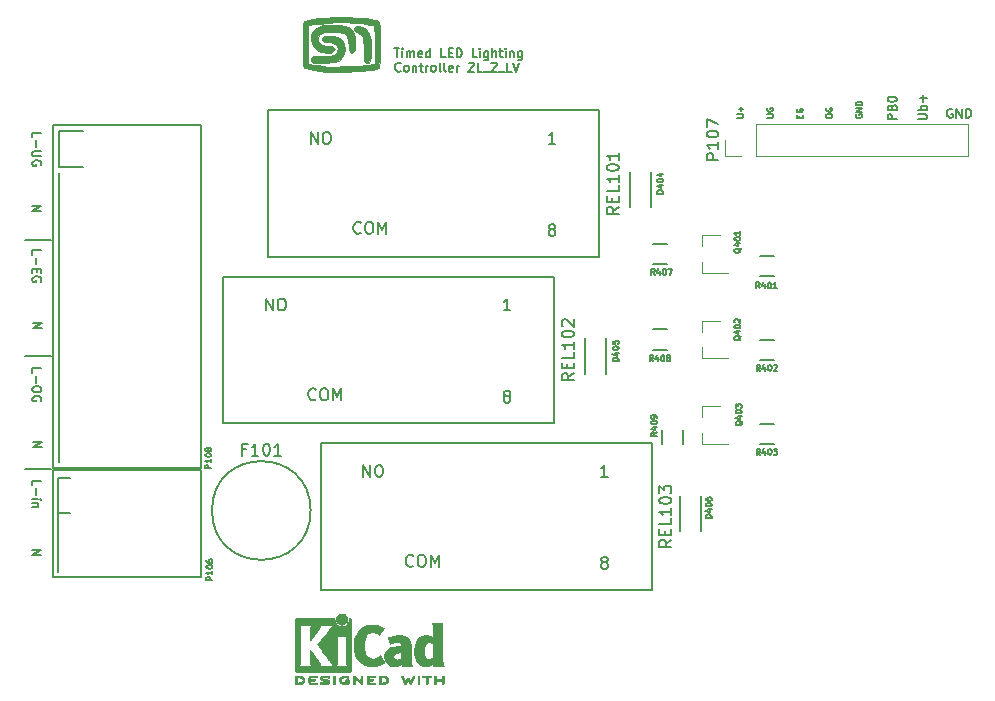
<source format=gto>
G04 #@! TF.FileFunction,Legend,Top*
%FSLAX46Y46*%
G04 Gerber Fmt 4.6, Leading zero omitted, Abs format (unit mm)*
G04 Created by KiCad (PCBNEW 4.0.2-4+6225~38~ubuntu14.04.1-stable) date Fri 27 Jan 2017 04:50:42 PM CET*
%MOMM*%
G01*
G04 APERTURE LIST*
%ADD10C,0.100000*%
%ADD11C,0.127000*%
%ADD12C,0.200000*%
%ADD13C,0.150000*%
%ADD14C,0.120000*%
%ADD15C,0.010000*%
G04 APERTURE END LIST*
D10*
D11*
X114372571Y-60883800D02*
X114300000Y-60847514D01*
X114191143Y-60847514D01*
X114082286Y-60883800D01*
X114009714Y-60956371D01*
X113973429Y-61028943D01*
X113937143Y-61174086D01*
X113937143Y-61282943D01*
X113973429Y-61428086D01*
X114009714Y-61500657D01*
X114082286Y-61573229D01*
X114191143Y-61609514D01*
X114263714Y-61609514D01*
X114372571Y-61573229D01*
X114408857Y-61536943D01*
X114408857Y-61282943D01*
X114263714Y-61282943D01*
X114735429Y-61609514D02*
X114735429Y-60847514D01*
X115170857Y-61609514D01*
X115170857Y-60847514D01*
X115533715Y-61609514D02*
X115533715Y-60847514D01*
X115715143Y-60847514D01*
X115824000Y-60883800D01*
X115896572Y-60956371D01*
X115932857Y-61028943D01*
X115969143Y-61174086D01*
X115969143Y-61282943D01*
X115932857Y-61428086D01*
X115896572Y-61500657D01*
X115824000Y-61573229D01*
X115715143Y-61609514D01*
X115533715Y-61609514D01*
X109666314Y-61743771D02*
X108904314Y-61743771D01*
X108904314Y-61453486D01*
X108940600Y-61380914D01*
X108976886Y-61344629D01*
X109049457Y-61308343D01*
X109158314Y-61308343D01*
X109230886Y-61344629D01*
X109267171Y-61380914D01*
X109303457Y-61453486D01*
X109303457Y-61743771D01*
X109267171Y-60727771D02*
X109303457Y-60618914D01*
X109339743Y-60582629D01*
X109412314Y-60546343D01*
X109521171Y-60546343D01*
X109593743Y-60582629D01*
X109630029Y-60618914D01*
X109666314Y-60691486D01*
X109666314Y-60981771D01*
X108904314Y-60981771D01*
X108904314Y-60727771D01*
X108940600Y-60655200D01*
X108976886Y-60618914D01*
X109049457Y-60582629D01*
X109122029Y-60582629D01*
X109194600Y-60618914D01*
X109230886Y-60655200D01*
X109267171Y-60727771D01*
X109267171Y-60981771D01*
X108904314Y-60074629D02*
X108904314Y-60002057D01*
X108940600Y-59929486D01*
X108976886Y-59893200D01*
X109049457Y-59856914D01*
X109194600Y-59820629D01*
X109376029Y-59820629D01*
X109521171Y-59856914D01*
X109593743Y-59893200D01*
X109630029Y-59929486D01*
X109666314Y-60002057D01*
X109666314Y-60074629D01*
X109630029Y-60147200D01*
X109593743Y-60183486D01*
X109521171Y-60219771D01*
X109376029Y-60256057D01*
X109194600Y-60256057D01*
X109049457Y-60219771D01*
X108976886Y-60183486D01*
X108940600Y-60147200D01*
X108904314Y-60074629D01*
X111444314Y-61743771D02*
X112061171Y-61743771D01*
X112133743Y-61707486D01*
X112170029Y-61671200D01*
X112206314Y-61598629D01*
X112206314Y-61453486D01*
X112170029Y-61380914D01*
X112133743Y-61344629D01*
X112061171Y-61308343D01*
X111444314Y-61308343D01*
X112206314Y-60945485D02*
X111444314Y-60945485D01*
X111734600Y-60945485D02*
X111698314Y-60872914D01*
X111698314Y-60727771D01*
X111734600Y-60655200D01*
X111770886Y-60618914D01*
X111843457Y-60582628D01*
X112061171Y-60582628D01*
X112133743Y-60618914D01*
X112170029Y-60655200D01*
X112206314Y-60727771D01*
X112206314Y-60872914D01*
X112170029Y-60945485D01*
X111916029Y-60256056D02*
X111916029Y-59675485D01*
X112206314Y-59965771D02*
X111625743Y-59965771D01*
D12*
X38049200Y-81762600D02*
X35915600Y-81762600D01*
X38049200Y-72009000D02*
X35864800Y-72009000D01*
X38049200Y-91363800D02*
X35864800Y-91363800D01*
D11*
X36485286Y-83210400D02*
X36485286Y-82847543D01*
X37247286Y-82847543D01*
X36775571Y-83464400D02*
X36775571Y-84044971D01*
X37247286Y-84552971D02*
X37247286Y-84698114D01*
X37211000Y-84770686D01*
X37138429Y-84843257D01*
X36993286Y-84879543D01*
X36739286Y-84879543D01*
X36594143Y-84843257D01*
X36521571Y-84770686D01*
X36485286Y-84698114D01*
X36485286Y-84552971D01*
X36521571Y-84480400D01*
X36594143Y-84407829D01*
X36739286Y-84371543D01*
X36993286Y-84371543D01*
X37138429Y-84407829D01*
X37211000Y-84480400D01*
X37247286Y-84552971D01*
X37211000Y-85605257D02*
X37247286Y-85532686D01*
X37247286Y-85423829D01*
X37211000Y-85314972D01*
X37138429Y-85242400D01*
X37065857Y-85206115D01*
X36920714Y-85169829D01*
X36811857Y-85169829D01*
X36666714Y-85206115D01*
X36594143Y-85242400D01*
X36521571Y-85314972D01*
X36485286Y-85423829D01*
X36485286Y-85496400D01*
X36521571Y-85605257D01*
X36557857Y-85641543D01*
X36811857Y-85641543D01*
X36811857Y-85496400D01*
X36485286Y-73206429D02*
X36485286Y-72843572D01*
X37247286Y-72843572D01*
X36775571Y-73460429D02*
X36775571Y-74041000D01*
X36884429Y-74403858D02*
X36884429Y-74657858D01*
X36485286Y-74766715D02*
X36485286Y-74403858D01*
X37247286Y-74403858D01*
X37247286Y-74766715D01*
X37211000Y-75492429D02*
X37247286Y-75419858D01*
X37247286Y-75311001D01*
X37211000Y-75202144D01*
X37138429Y-75129572D01*
X37065857Y-75093287D01*
X36920714Y-75057001D01*
X36811857Y-75057001D01*
X36666714Y-75093287D01*
X36594143Y-75129572D01*
X36521571Y-75202144D01*
X36485286Y-75311001D01*
X36485286Y-75383572D01*
X36521571Y-75492429D01*
X36557857Y-75528715D01*
X36811857Y-75528715D01*
X36811857Y-75383572D01*
X36485286Y-63246000D02*
X36485286Y-62883143D01*
X37247286Y-62883143D01*
X36775571Y-63500000D02*
X36775571Y-64080571D01*
X37247286Y-64443429D02*
X36630429Y-64443429D01*
X36557857Y-64479714D01*
X36521571Y-64516000D01*
X36485286Y-64588571D01*
X36485286Y-64733714D01*
X36521571Y-64806286D01*
X36557857Y-64842571D01*
X36630429Y-64878857D01*
X37247286Y-64878857D01*
X37211000Y-65640857D02*
X37247286Y-65568286D01*
X37247286Y-65459429D01*
X37211000Y-65350572D01*
X37138429Y-65278000D01*
X37065857Y-65241715D01*
X36920714Y-65205429D01*
X36811857Y-65205429D01*
X36666714Y-65241715D01*
X36594143Y-65278000D01*
X36521571Y-65350572D01*
X36485286Y-65459429D01*
X36485286Y-65532000D01*
X36521571Y-65640857D01*
X36557857Y-65677143D01*
X36811857Y-65677143D01*
X36811857Y-65532000D01*
X36536086Y-89037886D02*
X37298086Y-89037886D01*
X36536086Y-89473314D01*
X37298086Y-89473314D01*
X36536086Y-78979486D02*
X37298086Y-78979486D01*
X36536086Y-79414914D01*
X37298086Y-79414914D01*
X36485286Y-69073486D02*
X37247286Y-69073486D01*
X36485286Y-69508914D01*
X37247286Y-69508914D01*
X36485286Y-98181886D02*
X37247286Y-98181886D01*
X36485286Y-98617314D01*
X37247286Y-98617314D01*
X36485286Y-92710000D02*
X36485286Y-92347143D01*
X37247286Y-92347143D01*
X36775571Y-92964000D02*
X36775571Y-93544571D01*
X36485286Y-93907429D02*
X36993286Y-93907429D01*
X37247286Y-93907429D02*
X37211000Y-93871143D01*
X37174714Y-93907429D01*
X37211000Y-93943714D01*
X37247286Y-93907429D01*
X37174714Y-93907429D01*
X36993286Y-94270286D02*
X36485286Y-94270286D01*
X36920714Y-94270286D02*
X36957000Y-94306571D01*
X36993286Y-94379143D01*
X36993286Y-94488000D01*
X36957000Y-94560571D01*
X36884429Y-94596857D01*
X36485286Y-94596857D01*
X67128571Y-55754814D02*
X67564000Y-55754814D01*
X67346286Y-56516814D02*
X67346286Y-55754814D01*
X67818000Y-56516814D02*
X67818000Y-56008814D01*
X67818000Y-55754814D02*
X67781714Y-55791100D01*
X67818000Y-55827386D01*
X67854285Y-55791100D01*
X67818000Y-55754814D01*
X67818000Y-55827386D01*
X68180857Y-56516814D02*
X68180857Y-56008814D01*
X68180857Y-56081386D02*
X68217142Y-56045100D01*
X68289714Y-56008814D01*
X68398571Y-56008814D01*
X68471142Y-56045100D01*
X68507428Y-56117671D01*
X68507428Y-56516814D01*
X68507428Y-56117671D02*
X68543714Y-56045100D01*
X68616285Y-56008814D01*
X68725142Y-56008814D01*
X68797714Y-56045100D01*
X68833999Y-56117671D01*
X68833999Y-56516814D01*
X69487142Y-56480529D02*
X69414571Y-56516814D01*
X69269428Y-56516814D01*
X69196857Y-56480529D01*
X69160571Y-56407957D01*
X69160571Y-56117671D01*
X69196857Y-56045100D01*
X69269428Y-56008814D01*
X69414571Y-56008814D01*
X69487142Y-56045100D01*
X69523428Y-56117671D01*
X69523428Y-56190243D01*
X69160571Y-56262814D01*
X70176571Y-56516814D02*
X70176571Y-55754814D01*
X70176571Y-56480529D02*
X70104000Y-56516814D01*
X69958857Y-56516814D01*
X69886285Y-56480529D01*
X69850000Y-56444243D01*
X69813714Y-56371671D01*
X69813714Y-56153957D01*
X69850000Y-56081386D01*
X69886285Y-56045100D01*
X69958857Y-56008814D01*
X70104000Y-56008814D01*
X70176571Y-56045100D01*
X71482857Y-56516814D02*
X71120000Y-56516814D01*
X71120000Y-55754814D01*
X71736857Y-56117671D02*
X71990857Y-56117671D01*
X72099714Y-56516814D02*
X71736857Y-56516814D01*
X71736857Y-55754814D01*
X72099714Y-55754814D01*
X72426286Y-56516814D02*
X72426286Y-55754814D01*
X72607714Y-55754814D01*
X72716571Y-55791100D01*
X72789143Y-55863671D01*
X72825428Y-55936243D01*
X72861714Y-56081386D01*
X72861714Y-56190243D01*
X72825428Y-56335386D01*
X72789143Y-56407957D01*
X72716571Y-56480529D01*
X72607714Y-56516814D01*
X72426286Y-56516814D01*
X74131714Y-56516814D02*
X73768857Y-56516814D01*
X73768857Y-55754814D01*
X74385714Y-56516814D02*
X74385714Y-56008814D01*
X74385714Y-55754814D02*
X74349428Y-55791100D01*
X74385714Y-55827386D01*
X74421999Y-55791100D01*
X74385714Y-55754814D01*
X74385714Y-55827386D01*
X75075142Y-56008814D02*
X75075142Y-56625671D01*
X75038856Y-56698243D01*
X75002571Y-56734529D01*
X74929999Y-56770814D01*
X74821142Y-56770814D01*
X74748571Y-56734529D01*
X75075142Y-56480529D02*
X75002571Y-56516814D01*
X74857428Y-56516814D01*
X74784856Y-56480529D01*
X74748571Y-56444243D01*
X74712285Y-56371671D01*
X74712285Y-56153957D01*
X74748571Y-56081386D01*
X74784856Y-56045100D01*
X74857428Y-56008814D01*
X75002571Y-56008814D01*
X75075142Y-56045100D01*
X75438000Y-56516814D02*
X75438000Y-55754814D01*
X75764571Y-56516814D02*
X75764571Y-56117671D01*
X75728285Y-56045100D01*
X75655714Y-56008814D01*
X75546857Y-56008814D01*
X75474285Y-56045100D01*
X75438000Y-56081386D01*
X76018571Y-56008814D02*
X76308857Y-56008814D01*
X76127429Y-55754814D02*
X76127429Y-56407957D01*
X76163714Y-56480529D01*
X76236286Y-56516814D01*
X76308857Y-56516814D01*
X76562858Y-56516814D02*
X76562858Y-56008814D01*
X76562858Y-55754814D02*
X76526572Y-55791100D01*
X76562858Y-55827386D01*
X76599143Y-55791100D01*
X76562858Y-55754814D01*
X76562858Y-55827386D01*
X76925715Y-56008814D02*
X76925715Y-56516814D01*
X76925715Y-56081386D02*
X76962000Y-56045100D01*
X77034572Y-56008814D01*
X77143429Y-56008814D01*
X77216000Y-56045100D01*
X77252286Y-56117671D01*
X77252286Y-56516814D01*
X77941715Y-56008814D02*
X77941715Y-56625671D01*
X77905429Y-56698243D01*
X77869144Y-56734529D01*
X77796572Y-56770814D01*
X77687715Y-56770814D01*
X77615144Y-56734529D01*
X77941715Y-56480529D02*
X77869144Y-56516814D01*
X77724001Y-56516814D01*
X77651429Y-56480529D01*
X77615144Y-56444243D01*
X77578858Y-56371671D01*
X77578858Y-56153957D01*
X77615144Y-56081386D01*
X77651429Y-56045100D01*
X77724001Y-56008814D01*
X77869144Y-56008814D01*
X77941715Y-56045100D01*
X67672857Y-57638043D02*
X67636571Y-57674329D01*
X67527714Y-57710614D01*
X67455143Y-57710614D01*
X67346286Y-57674329D01*
X67273714Y-57601757D01*
X67237429Y-57529186D01*
X67201143Y-57384043D01*
X67201143Y-57275186D01*
X67237429Y-57130043D01*
X67273714Y-57057471D01*
X67346286Y-56984900D01*
X67455143Y-56948614D01*
X67527714Y-56948614D01*
X67636571Y-56984900D01*
X67672857Y-57021186D01*
X68108286Y-57710614D02*
X68035714Y-57674329D01*
X67999429Y-57638043D01*
X67963143Y-57565471D01*
X67963143Y-57347757D01*
X67999429Y-57275186D01*
X68035714Y-57238900D01*
X68108286Y-57202614D01*
X68217143Y-57202614D01*
X68289714Y-57238900D01*
X68326000Y-57275186D01*
X68362286Y-57347757D01*
X68362286Y-57565471D01*
X68326000Y-57638043D01*
X68289714Y-57674329D01*
X68217143Y-57710614D01*
X68108286Y-57710614D01*
X68688858Y-57202614D02*
X68688858Y-57710614D01*
X68688858Y-57275186D02*
X68725143Y-57238900D01*
X68797715Y-57202614D01*
X68906572Y-57202614D01*
X68979143Y-57238900D01*
X69015429Y-57311471D01*
X69015429Y-57710614D01*
X69269429Y-57202614D02*
X69559715Y-57202614D01*
X69378287Y-56948614D02*
X69378287Y-57601757D01*
X69414572Y-57674329D01*
X69487144Y-57710614D01*
X69559715Y-57710614D01*
X69813716Y-57710614D02*
X69813716Y-57202614D01*
X69813716Y-57347757D02*
X69850001Y-57275186D01*
X69886287Y-57238900D01*
X69958858Y-57202614D01*
X70031430Y-57202614D01*
X70394287Y-57710614D02*
X70321715Y-57674329D01*
X70285430Y-57638043D01*
X70249144Y-57565471D01*
X70249144Y-57347757D01*
X70285430Y-57275186D01*
X70321715Y-57238900D01*
X70394287Y-57202614D01*
X70503144Y-57202614D01*
X70575715Y-57238900D01*
X70612001Y-57275186D01*
X70648287Y-57347757D01*
X70648287Y-57565471D01*
X70612001Y-57638043D01*
X70575715Y-57674329D01*
X70503144Y-57710614D01*
X70394287Y-57710614D01*
X71083716Y-57710614D02*
X71011144Y-57674329D01*
X70974859Y-57601757D01*
X70974859Y-56948614D01*
X71482859Y-57710614D02*
X71410287Y-57674329D01*
X71374002Y-57601757D01*
X71374002Y-56948614D01*
X72063430Y-57674329D02*
X71990859Y-57710614D01*
X71845716Y-57710614D01*
X71773145Y-57674329D01*
X71736859Y-57601757D01*
X71736859Y-57311471D01*
X71773145Y-57238900D01*
X71845716Y-57202614D01*
X71990859Y-57202614D01*
X72063430Y-57238900D01*
X72099716Y-57311471D01*
X72099716Y-57384043D01*
X71736859Y-57456614D01*
X72426288Y-57710614D02*
X72426288Y-57202614D01*
X72426288Y-57347757D02*
X72462573Y-57275186D01*
X72498859Y-57238900D01*
X72571430Y-57202614D01*
X72644002Y-57202614D01*
X73442287Y-57021186D02*
X73478573Y-56984900D01*
X73551144Y-56948614D01*
X73732573Y-56948614D01*
X73805144Y-56984900D01*
X73841430Y-57021186D01*
X73877715Y-57093757D01*
X73877715Y-57166329D01*
X73841430Y-57275186D01*
X73406001Y-57710614D01*
X73877715Y-57710614D01*
X74567144Y-57710614D02*
X74204287Y-57710614D01*
X74204287Y-56948614D01*
X74639715Y-57783186D02*
X75220286Y-57783186D01*
X75365429Y-57021186D02*
X75401715Y-56984900D01*
X75474286Y-56948614D01*
X75655715Y-56948614D01*
X75728286Y-56984900D01*
X75764572Y-57021186D01*
X75800857Y-57093757D01*
X75800857Y-57166329D01*
X75764572Y-57275186D01*
X75329143Y-57710614D01*
X75800857Y-57710614D01*
X75946000Y-57783186D02*
X76526571Y-57783186D01*
X77070857Y-57710614D02*
X76708000Y-57710614D01*
X76708000Y-56948614D01*
X77215999Y-56948614D02*
X77469999Y-57710614D01*
X77723999Y-56948614D01*
X96165610Y-61601048D02*
X96576848Y-61601048D01*
X96625229Y-61576857D01*
X96649419Y-61552667D01*
X96673610Y-61504286D01*
X96673610Y-61407524D01*
X96649419Y-61359143D01*
X96625229Y-61334952D01*
X96576848Y-61310762D01*
X96165610Y-61310762D01*
X96480086Y-61068858D02*
X96480086Y-60681810D01*
X96673610Y-60875334D02*
X96286562Y-60875334D01*
X98680210Y-61601048D02*
X99091448Y-61601048D01*
X99139829Y-61576857D01*
X99164019Y-61552667D01*
X99188210Y-61504286D01*
X99188210Y-61407524D01*
X99164019Y-61359143D01*
X99139829Y-61334952D01*
X99091448Y-61310762D01*
X98680210Y-61310762D01*
X98704400Y-60802762D02*
X98680210Y-60851143D01*
X98680210Y-60923715D01*
X98704400Y-60996286D01*
X98752781Y-61044667D01*
X98801162Y-61068858D01*
X98897924Y-61093048D01*
X98970495Y-61093048D01*
X99067257Y-61068858D01*
X99115638Y-61044667D01*
X99164019Y-60996286D01*
X99188210Y-60923715D01*
X99188210Y-60875334D01*
X99164019Y-60802762D01*
X99139829Y-60778572D01*
X98970495Y-60778572D01*
X98970495Y-60875334D01*
X101436714Y-61601048D02*
X101436714Y-61431714D01*
X101702810Y-61359143D02*
X101702810Y-61601048D01*
X101194810Y-61601048D01*
X101194810Y-61359143D01*
X101219000Y-60875333D02*
X101194810Y-60923714D01*
X101194810Y-60996286D01*
X101219000Y-61068857D01*
X101267381Y-61117238D01*
X101315762Y-61141429D01*
X101412524Y-61165619D01*
X101485095Y-61165619D01*
X101581857Y-61141429D01*
X101630238Y-61117238D01*
X101678619Y-61068857D01*
X101702810Y-60996286D01*
X101702810Y-60947905D01*
X101678619Y-60875333D01*
X101654429Y-60851143D01*
X101485095Y-60851143D01*
X101485095Y-60947905D01*
X103709410Y-61504286D02*
X103709410Y-61407524D01*
X103733600Y-61359143D01*
X103781981Y-61310762D01*
X103878743Y-61286571D01*
X104048076Y-61286571D01*
X104144838Y-61310762D01*
X104193219Y-61359143D01*
X104217410Y-61407524D01*
X104217410Y-61504286D01*
X104193219Y-61552667D01*
X104144838Y-61601048D01*
X104048076Y-61625238D01*
X103878743Y-61625238D01*
X103781981Y-61601048D01*
X103733600Y-61552667D01*
X103709410Y-61504286D01*
X103733600Y-60802762D02*
X103709410Y-60851143D01*
X103709410Y-60923715D01*
X103733600Y-60996286D01*
X103781981Y-61044667D01*
X103830362Y-61068858D01*
X103927124Y-61093048D01*
X103999695Y-61093048D01*
X104096457Y-61068858D01*
X104144838Y-61044667D01*
X104193219Y-60996286D01*
X104217410Y-60923715D01*
X104217410Y-60875334D01*
X104193219Y-60802762D01*
X104169029Y-60778572D01*
X103999695Y-60778572D01*
X103999695Y-60875334D01*
X106248200Y-61334952D02*
X106224010Y-61383333D01*
X106224010Y-61455905D01*
X106248200Y-61528476D01*
X106296581Y-61576857D01*
X106344962Y-61601048D01*
X106441724Y-61625238D01*
X106514295Y-61625238D01*
X106611057Y-61601048D01*
X106659438Y-61576857D01*
X106707819Y-61528476D01*
X106732010Y-61455905D01*
X106732010Y-61407524D01*
X106707819Y-61334952D01*
X106683629Y-61310762D01*
X106514295Y-61310762D01*
X106514295Y-61407524D01*
X106732010Y-61093048D02*
X106224010Y-61093048D01*
X106732010Y-60802762D01*
X106224010Y-60802762D01*
X106732010Y-60560858D02*
X106224010Y-60560858D01*
X106224010Y-60439905D01*
X106248200Y-60367334D01*
X106296581Y-60318953D01*
X106344962Y-60294762D01*
X106441724Y-60270572D01*
X106514295Y-60270572D01*
X106611057Y-60294762D01*
X106659438Y-60318953D01*
X106707819Y-60367334D01*
X106732010Y-60439905D01*
X106732010Y-60560858D01*
D13*
X88911000Y-69183000D02*
X88911000Y-66183000D01*
X87111000Y-69183000D02*
X87111000Y-66183000D01*
X85101000Y-83280000D02*
X85101000Y-80280000D01*
X83301000Y-83280000D02*
X83301000Y-80280000D01*
X93102000Y-96615000D02*
X93102000Y-93615000D01*
X91302000Y-96615000D02*
X91302000Y-93615000D01*
D14*
X93220000Y-71572000D02*
X93220000Y-72502000D01*
X93220000Y-74732000D02*
X93220000Y-73802000D01*
X93220000Y-74732000D02*
X95380000Y-74732000D01*
X93220000Y-71572000D02*
X94680000Y-71572000D01*
X93220000Y-78811000D02*
X93220000Y-79741000D01*
X93220000Y-81971000D02*
X93220000Y-81041000D01*
X93220000Y-81971000D02*
X95380000Y-81971000D01*
X93220000Y-78811000D02*
X94680000Y-78811000D01*
X93220000Y-86050000D02*
X93220000Y-86980000D01*
X93220000Y-89210000D02*
X93220000Y-88280000D01*
X93220000Y-89210000D02*
X95380000Y-89210000D01*
X93220000Y-86050000D02*
X94680000Y-86050000D01*
D13*
X99279000Y-75043000D02*
X98079000Y-75043000D01*
X98079000Y-73293000D02*
X99279000Y-73293000D01*
X99279000Y-82155000D02*
X98079000Y-82155000D01*
X98079000Y-80405000D02*
X99279000Y-80405000D01*
X99279000Y-89267000D02*
X98079000Y-89267000D01*
X98079000Y-87517000D02*
X99279000Y-87517000D01*
X90262000Y-74027000D02*
X89062000Y-74027000D01*
X89062000Y-72277000D02*
X90262000Y-72277000D01*
X90262000Y-81266000D02*
X89062000Y-81266000D01*
X89062000Y-79516000D02*
X90262000Y-79516000D01*
X91553000Y-88046000D02*
X91553000Y-89246000D01*
X89803000Y-89246000D02*
X89803000Y-88046000D01*
D15*
G36*
X58902629Y-108847466D02*
X58942111Y-108847867D01*
X59057800Y-108850659D01*
X59154689Y-108858950D01*
X59236081Y-108873632D01*
X59305277Y-108895593D01*
X59365580Y-108925722D01*
X59420292Y-108964910D01*
X59439833Y-108981932D01*
X59472250Y-109021763D01*
X59501480Y-109075813D01*
X59524009Y-109135723D01*
X59536321Y-109193139D01*
X59537600Y-109214356D01*
X59529583Y-109273169D01*
X59508101Y-109337413D01*
X59477001Y-109398221D01*
X59440134Y-109446730D01*
X59434146Y-109452582D01*
X59383421Y-109493721D01*
X59327875Y-109525835D01*
X59264304Y-109549765D01*
X59189506Y-109566353D01*
X59100278Y-109576441D01*
X58993418Y-109580869D01*
X58944472Y-109581245D01*
X58882238Y-109580945D01*
X58838472Y-109579692D01*
X58809069Y-109576954D01*
X58789921Y-109572201D01*
X58776923Y-109564901D01*
X58769955Y-109558667D01*
X58763374Y-109551094D01*
X58758212Y-109541324D01*
X58754297Y-109526740D01*
X58751457Y-109504726D01*
X58749520Y-109472664D01*
X58748316Y-109427936D01*
X58747672Y-109367926D01*
X58747417Y-109290017D01*
X58747378Y-109214356D01*
X58747130Y-109113441D01*
X58747183Y-109032827D01*
X58748143Y-108994222D01*
X58894133Y-108994222D01*
X58894133Y-109434489D01*
X58987266Y-109434404D01*
X59043307Y-109432796D01*
X59102001Y-109428656D01*
X59150972Y-109422864D01*
X59152462Y-109422626D01*
X59231608Y-109403490D01*
X59292998Y-109373687D01*
X59339695Y-109331278D01*
X59369365Y-109285361D01*
X59387647Y-109234426D01*
X59386229Y-109186600D01*
X59365012Y-109135333D01*
X59323511Y-109082299D01*
X59266002Y-109043000D01*
X59191250Y-109016731D01*
X59141292Y-109007435D01*
X59084584Y-109000907D01*
X59024481Y-108996182D01*
X58973361Y-108994217D01*
X58970333Y-108994208D01*
X58894133Y-108994222D01*
X58748143Y-108994222D01*
X58748740Y-108970251D01*
X58753002Y-108923455D01*
X58761170Y-108890178D01*
X58774444Y-108868159D01*
X58794026Y-108855139D01*
X58821117Y-108848857D01*
X58856918Y-108847053D01*
X58902629Y-108847466D01*
X58902629Y-108847466D01*
G37*
X58902629Y-108847466D02*
X58942111Y-108847867D01*
X59057800Y-108850659D01*
X59154689Y-108858950D01*
X59236081Y-108873632D01*
X59305277Y-108895593D01*
X59365580Y-108925722D01*
X59420292Y-108964910D01*
X59439833Y-108981932D01*
X59472250Y-109021763D01*
X59501480Y-109075813D01*
X59524009Y-109135723D01*
X59536321Y-109193139D01*
X59537600Y-109214356D01*
X59529583Y-109273169D01*
X59508101Y-109337413D01*
X59477001Y-109398221D01*
X59440134Y-109446730D01*
X59434146Y-109452582D01*
X59383421Y-109493721D01*
X59327875Y-109525835D01*
X59264304Y-109549765D01*
X59189506Y-109566353D01*
X59100278Y-109576441D01*
X58993418Y-109580869D01*
X58944472Y-109581245D01*
X58882238Y-109580945D01*
X58838472Y-109579692D01*
X58809069Y-109576954D01*
X58789921Y-109572201D01*
X58776923Y-109564901D01*
X58769955Y-109558667D01*
X58763374Y-109551094D01*
X58758212Y-109541324D01*
X58754297Y-109526740D01*
X58751457Y-109504726D01*
X58749520Y-109472664D01*
X58748316Y-109427936D01*
X58747672Y-109367926D01*
X58747417Y-109290017D01*
X58747378Y-109214356D01*
X58747130Y-109113441D01*
X58747183Y-109032827D01*
X58748143Y-108994222D01*
X58894133Y-108994222D01*
X58894133Y-109434489D01*
X58987266Y-109434404D01*
X59043307Y-109432796D01*
X59102001Y-109428656D01*
X59150972Y-109422864D01*
X59152462Y-109422626D01*
X59231608Y-109403490D01*
X59292998Y-109373687D01*
X59339695Y-109331278D01*
X59369365Y-109285361D01*
X59387647Y-109234426D01*
X59386229Y-109186600D01*
X59365012Y-109135333D01*
X59323511Y-109082299D01*
X59266002Y-109043000D01*
X59191250Y-109016731D01*
X59141292Y-109007435D01*
X59084584Y-109000907D01*
X59024481Y-108996182D01*
X58973361Y-108994217D01*
X58970333Y-108994208D01*
X58894133Y-108994222D01*
X58748143Y-108994222D01*
X58748740Y-108970251D01*
X58753002Y-108923455D01*
X58761170Y-108890178D01*
X58774444Y-108868159D01*
X58794026Y-108855139D01*
X58821117Y-108848857D01*
X58856918Y-108847053D01*
X58902629Y-108847466D01*
G36*
X60311206Y-108847546D02*
X60380614Y-108847918D01*
X60433003Y-108848785D01*
X60471153Y-108850346D01*
X60497841Y-108852803D01*
X60515847Y-108856357D01*
X60527951Y-108861210D01*
X60536931Y-108867561D01*
X60540182Y-108870484D01*
X60559957Y-108901542D01*
X60563518Y-108937228D01*
X60550509Y-108968910D01*
X60544494Y-108975313D01*
X60534765Y-108981521D01*
X60519099Y-108986310D01*
X60494592Y-108989914D01*
X60458339Y-108992564D01*
X60407435Y-108994495D01*
X60338974Y-108995939D01*
X60276383Y-108996818D01*
X60028666Y-108999867D01*
X60025281Y-109064778D01*
X60021895Y-109129689D01*
X60190042Y-109129689D01*
X60263041Y-109130319D01*
X60316483Y-109132953D01*
X60353372Y-109138709D01*
X60376712Y-109148704D01*
X60389506Y-109164056D01*
X60394758Y-109185882D01*
X60395555Y-109206138D01*
X60393077Y-109230992D01*
X60383723Y-109249306D01*
X60364617Y-109262037D01*
X60332882Y-109270141D01*
X60285641Y-109274576D01*
X60220017Y-109276299D01*
X60184199Y-109276445D01*
X60023022Y-109276445D01*
X60023022Y-109434489D01*
X60271378Y-109434489D01*
X60352787Y-109434602D01*
X60414658Y-109435112D01*
X60460032Y-109436270D01*
X60491946Y-109438330D01*
X60513441Y-109441546D01*
X60527557Y-109446172D01*
X60537332Y-109452459D01*
X60542311Y-109457067D01*
X60559390Y-109483960D01*
X60564889Y-109507867D01*
X60557037Y-109537067D01*
X60542311Y-109558667D01*
X60534454Y-109565466D01*
X60524312Y-109570746D01*
X60509156Y-109574698D01*
X60486259Y-109577513D01*
X60452891Y-109579382D01*
X60406325Y-109580498D01*
X60343833Y-109581051D01*
X60262686Y-109581233D01*
X60220578Y-109581245D01*
X60130402Y-109581165D01*
X60060076Y-109580798D01*
X60006871Y-109579952D01*
X59968060Y-109578436D01*
X59940913Y-109576059D01*
X59922702Y-109572629D01*
X59910700Y-109567954D01*
X59902178Y-109561844D01*
X59898844Y-109558667D01*
X59892245Y-109551070D01*
X59887073Y-109541270D01*
X59883154Y-109526639D01*
X59880316Y-109504552D01*
X59878385Y-109472382D01*
X59877188Y-109427503D01*
X59876552Y-109367289D01*
X59876303Y-109289113D01*
X59876266Y-109216323D01*
X59876300Y-109123107D01*
X59876535Y-109049831D01*
X59877170Y-108993858D01*
X59878406Y-108952551D01*
X59880444Y-108923272D01*
X59883483Y-108903384D01*
X59887723Y-108890250D01*
X59893365Y-108881232D01*
X59900609Y-108873693D01*
X59902394Y-108872012D01*
X59911055Y-108864572D01*
X59921118Y-108858809D01*
X59935375Y-108854512D01*
X59956617Y-108851464D01*
X59987636Y-108849451D01*
X60031223Y-108848260D01*
X60090169Y-108847675D01*
X60167266Y-108847483D01*
X60221999Y-108847467D01*
X60311206Y-108847546D01*
X60311206Y-108847546D01*
G37*
X60311206Y-108847546D02*
X60380614Y-108847918D01*
X60433003Y-108848785D01*
X60471153Y-108850346D01*
X60497841Y-108852803D01*
X60515847Y-108856357D01*
X60527951Y-108861210D01*
X60536931Y-108867561D01*
X60540182Y-108870484D01*
X60559957Y-108901542D01*
X60563518Y-108937228D01*
X60550509Y-108968910D01*
X60544494Y-108975313D01*
X60534765Y-108981521D01*
X60519099Y-108986310D01*
X60494592Y-108989914D01*
X60458339Y-108992564D01*
X60407435Y-108994495D01*
X60338974Y-108995939D01*
X60276383Y-108996818D01*
X60028666Y-108999867D01*
X60025281Y-109064778D01*
X60021895Y-109129689D01*
X60190042Y-109129689D01*
X60263041Y-109130319D01*
X60316483Y-109132953D01*
X60353372Y-109138709D01*
X60376712Y-109148704D01*
X60389506Y-109164056D01*
X60394758Y-109185882D01*
X60395555Y-109206138D01*
X60393077Y-109230992D01*
X60383723Y-109249306D01*
X60364617Y-109262037D01*
X60332882Y-109270141D01*
X60285641Y-109274576D01*
X60220017Y-109276299D01*
X60184199Y-109276445D01*
X60023022Y-109276445D01*
X60023022Y-109434489D01*
X60271378Y-109434489D01*
X60352787Y-109434602D01*
X60414658Y-109435112D01*
X60460032Y-109436270D01*
X60491946Y-109438330D01*
X60513441Y-109441546D01*
X60527557Y-109446172D01*
X60537332Y-109452459D01*
X60542311Y-109457067D01*
X60559390Y-109483960D01*
X60564889Y-109507867D01*
X60557037Y-109537067D01*
X60542311Y-109558667D01*
X60534454Y-109565466D01*
X60524312Y-109570746D01*
X60509156Y-109574698D01*
X60486259Y-109577513D01*
X60452891Y-109579382D01*
X60406325Y-109580498D01*
X60343833Y-109581051D01*
X60262686Y-109581233D01*
X60220578Y-109581245D01*
X60130402Y-109581165D01*
X60060076Y-109580798D01*
X60006871Y-109579952D01*
X59968060Y-109578436D01*
X59940913Y-109576059D01*
X59922702Y-109572629D01*
X59910700Y-109567954D01*
X59902178Y-109561844D01*
X59898844Y-109558667D01*
X59892245Y-109551070D01*
X59887073Y-109541270D01*
X59883154Y-109526639D01*
X59880316Y-109504552D01*
X59878385Y-109472382D01*
X59877188Y-109427503D01*
X59876552Y-109367289D01*
X59876303Y-109289113D01*
X59876266Y-109216323D01*
X59876300Y-109123107D01*
X59876535Y-109049831D01*
X59877170Y-108993858D01*
X59878406Y-108952551D01*
X59880444Y-108923272D01*
X59883483Y-108903384D01*
X59887723Y-108890250D01*
X59893365Y-108881232D01*
X59900609Y-108873693D01*
X59902394Y-108872012D01*
X59911055Y-108864572D01*
X59921118Y-108858809D01*
X59935375Y-108854512D01*
X59956617Y-108851464D01*
X59987636Y-108849451D01*
X60031223Y-108848260D01*
X60090169Y-108847675D01*
X60167266Y-108847483D01*
X60221999Y-108847467D01*
X60311206Y-108847546D01*
G36*
X61332297Y-108848751D02*
X61407112Y-108853981D01*
X61476694Y-108862150D01*
X61536998Y-108872950D01*
X61583980Y-108886073D01*
X61613594Y-108901213D01*
X61618140Y-108905669D01*
X61633946Y-108940250D01*
X61629153Y-108975751D01*
X61604636Y-109006125D01*
X61603466Y-109006996D01*
X61589046Y-109016354D01*
X61573992Y-109021276D01*
X61552995Y-109021873D01*
X61520743Y-109018261D01*
X61471927Y-109010554D01*
X61468000Y-109009905D01*
X61395261Y-109000969D01*
X61316783Y-108996561D01*
X61238073Y-108996519D01*
X61164639Y-109000679D01*
X61101989Y-109008879D01*
X61055630Y-109020957D01*
X61052584Y-109022171D01*
X61018952Y-109041015D01*
X61007136Y-109060085D01*
X61016386Y-109078839D01*
X61045953Y-109096737D01*
X61095089Y-109113237D01*
X61163043Y-109127796D01*
X61208355Y-109134806D01*
X61302544Y-109148289D01*
X61377456Y-109160614D01*
X61436283Y-109172849D01*
X61482215Y-109186061D01*
X61518445Y-109201317D01*
X61548162Y-109219685D01*
X61574558Y-109242231D01*
X61595770Y-109264371D01*
X61620935Y-109295219D01*
X61633319Y-109321745D01*
X61637192Y-109354426D01*
X61637333Y-109366395D01*
X61634424Y-109406112D01*
X61622798Y-109435659D01*
X61602677Y-109461886D01*
X61561784Y-109501976D01*
X61516183Y-109532549D01*
X61462487Y-109554603D01*
X61397308Y-109569135D01*
X61317256Y-109577141D01*
X61218943Y-109579618D01*
X61202711Y-109579577D01*
X61137151Y-109578218D01*
X61072134Y-109575130D01*
X61014748Y-109570756D01*
X60972078Y-109565540D01*
X60968628Y-109564941D01*
X60926204Y-109554891D01*
X60890220Y-109542196D01*
X60869850Y-109530590D01*
X60850893Y-109499972D01*
X60849573Y-109464318D01*
X60865915Y-109432544D01*
X60869571Y-109428951D01*
X60884685Y-109418276D01*
X60903585Y-109413676D01*
X60932838Y-109414459D01*
X60968349Y-109418527D01*
X61008030Y-109422162D01*
X61063655Y-109425228D01*
X61128594Y-109427453D01*
X61196215Y-109428564D01*
X61214000Y-109428637D01*
X61281872Y-109428364D01*
X61331546Y-109427046D01*
X61367390Y-109424227D01*
X61393776Y-109419450D01*
X61415074Y-109412257D01*
X61427874Y-109406267D01*
X61456000Y-109389633D01*
X61473932Y-109374568D01*
X61476553Y-109370297D01*
X61471024Y-109352663D01*
X61444740Y-109335592D01*
X61399522Y-109319858D01*
X61337192Y-109306238D01*
X61318829Y-109303204D01*
X61222910Y-109288138D01*
X61146359Y-109275546D01*
X61086220Y-109264511D01*
X61039540Y-109254120D01*
X61003363Y-109243456D01*
X60974735Y-109231605D01*
X60950702Y-109217651D01*
X60928308Y-109200681D01*
X60904598Y-109179778D01*
X60896620Y-109172449D01*
X60868647Y-109145099D01*
X60853840Y-109123429D01*
X60848048Y-109098632D01*
X60847111Y-109067383D01*
X60857425Y-109006105D01*
X60888248Y-108954040D01*
X60939405Y-108911358D01*
X61010717Y-108878225D01*
X61061600Y-108863364D01*
X61116900Y-108853766D01*
X61183147Y-108848336D01*
X61256294Y-108846767D01*
X61332297Y-108848751D01*
X61332297Y-108848751D01*
G37*
X61332297Y-108848751D02*
X61407112Y-108853981D01*
X61476694Y-108862150D01*
X61536998Y-108872950D01*
X61583980Y-108886073D01*
X61613594Y-108901213D01*
X61618140Y-108905669D01*
X61633946Y-108940250D01*
X61629153Y-108975751D01*
X61604636Y-109006125D01*
X61603466Y-109006996D01*
X61589046Y-109016354D01*
X61573992Y-109021276D01*
X61552995Y-109021873D01*
X61520743Y-109018261D01*
X61471927Y-109010554D01*
X61468000Y-109009905D01*
X61395261Y-109000969D01*
X61316783Y-108996561D01*
X61238073Y-108996519D01*
X61164639Y-109000679D01*
X61101989Y-109008879D01*
X61055630Y-109020957D01*
X61052584Y-109022171D01*
X61018952Y-109041015D01*
X61007136Y-109060085D01*
X61016386Y-109078839D01*
X61045953Y-109096737D01*
X61095089Y-109113237D01*
X61163043Y-109127796D01*
X61208355Y-109134806D01*
X61302544Y-109148289D01*
X61377456Y-109160614D01*
X61436283Y-109172849D01*
X61482215Y-109186061D01*
X61518445Y-109201317D01*
X61548162Y-109219685D01*
X61574558Y-109242231D01*
X61595770Y-109264371D01*
X61620935Y-109295219D01*
X61633319Y-109321745D01*
X61637192Y-109354426D01*
X61637333Y-109366395D01*
X61634424Y-109406112D01*
X61622798Y-109435659D01*
X61602677Y-109461886D01*
X61561784Y-109501976D01*
X61516183Y-109532549D01*
X61462487Y-109554603D01*
X61397308Y-109569135D01*
X61317256Y-109577141D01*
X61218943Y-109579618D01*
X61202711Y-109579577D01*
X61137151Y-109578218D01*
X61072134Y-109575130D01*
X61014748Y-109570756D01*
X60972078Y-109565540D01*
X60968628Y-109564941D01*
X60926204Y-109554891D01*
X60890220Y-109542196D01*
X60869850Y-109530590D01*
X60850893Y-109499972D01*
X60849573Y-109464318D01*
X60865915Y-109432544D01*
X60869571Y-109428951D01*
X60884685Y-109418276D01*
X60903585Y-109413676D01*
X60932838Y-109414459D01*
X60968349Y-109418527D01*
X61008030Y-109422162D01*
X61063655Y-109425228D01*
X61128594Y-109427453D01*
X61196215Y-109428564D01*
X61214000Y-109428637D01*
X61281872Y-109428364D01*
X61331546Y-109427046D01*
X61367390Y-109424227D01*
X61393776Y-109419450D01*
X61415074Y-109412257D01*
X61427874Y-109406267D01*
X61456000Y-109389633D01*
X61473932Y-109374568D01*
X61476553Y-109370297D01*
X61471024Y-109352663D01*
X61444740Y-109335592D01*
X61399522Y-109319858D01*
X61337192Y-109306238D01*
X61318829Y-109303204D01*
X61222910Y-109288138D01*
X61146359Y-109275546D01*
X61086220Y-109264511D01*
X61039540Y-109254120D01*
X61003363Y-109243456D01*
X60974735Y-109231605D01*
X60950702Y-109217651D01*
X60928308Y-109200681D01*
X60904598Y-109179778D01*
X60896620Y-109172449D01*
X60868647Y-109145099D01*
X60853840Y-109123429D01*
X60848048Y-109098632D01*
X60847111Y-109067383D01*
X60857425Y-109006105D01*
X60888248Y-108954040D01*
X60939405Y-108911358D01*
X61010717Y-108878225D01*
X61061600Y-108863364D01*
X61116900Y-108853766D01*
X61183147Y-108848336D01*
X61256294Y-108846767D01*
X61332297Y-108848751D01*
G36*
X62100178Y-108870045D02*
X62106758Y-108877618D01*
X62111921Y-108887387D01*
X62115836Y-108901971D01*
X62118676Y-108923985D01*
X62120613Y-108956048D01*
X62121817Y-109000775D01*
X62122461Y-109060785D01*
X62122716Y-109138694D01*
X62122755Y-109214356D01*
X62122686Y-109308202D01*
X62122362Y-109382089D01*
X62121614Y-109438632D01*
X62120268Y-109480449D01*
X62118154Y-109510157D01*
X62115100Y-109530373D01*
X62110934Y-109543714D01*
X62105484Y-109552798D01*
X62100178Y-109558667D01*
X62067174Y-109578347D01*
X62032009Y-109576581D01*
X62000545Y-109555117D01*
X61993316Y-109546737D01*
X61987666Y-109537014D01*
X61983401Y-109523261D01*
X61980327Y-109502789D01*
X61978248Y-109472912D01*
X61976970Y-109430941D01*
X61976299Y-109374189D01*
X61976041Y-109299967D01*
X61976000Y-109215937D01*
X61976000Y-108902885D01*
X62003709Y-108875176D01*
X62037863Y-108851863D01*
X62070994Y-108851023D01*
X62100178Y-108870045D01*
X62100178Y-108870045D01*
G37*
X62100178Y-108870045D02*
X62106758Y-108877618D01*
X62111921Y-108887387D01*
X62115836Y-108901971D01*
X62118676Y-108923985D01*
X62120613Y-108956048D01*
X62121817Y-109000775D01*
X62122461Y-109060785D01*
X62122716Y-109138694D01*
X62122755Y-109214356D01*
X62122686Y-109308202D01*
X62122362Y-109382089D01*
X62121614Y-109438632D01*
X62120268Y-109480449D01*
X62118154Y-109510157D01*
X62115100Y-109530373D01*
X62110934Y-109543714D01*
X62105484Y-109552798D01*
X62100178Y-109558667D01*
X62067174Y-109578347D01*
X62032009Y-109576581D01*
X62000545Y-109555117D01*
X61993316Y-109546737D01*
X61987666Y-109537014D01*
X61983401Y-109523261D01*
X61980327Y-109502789D01*
X61978248Y-109472912D01*
X61976970Y-109430941D01*
X61976299Y-109374189D01*
X61976041Y-109299967D01*
X61976000Y-109215937D01*
X61976000Y-108902885D01*
X62003709Y-108875176D01*
X62037863Y-108851863D01*
X62070994Y-108851023D01*
X62100178Y-108870045D01*
G36*
X63073919Y-108852999D02*
X63142435Y-108864495D01*
X63195057Y-108882367D01*
X63229292Y-108905899D01*
X63238621Y-108919324D01*
X63248107Y-108950548D01*
X63241723Y-108978795D01*
X63221570Y-109005582D01*
X63190255Y-109018113D01*
X63144817Y-109017096D01*
X63109674Y-109010306D01*
X63031581Y-108997371D01*
X62951774Y-108996142D01*
X62862445Y-109006641D01*
X62837771Y-109011090D01*
X62754709Y-109034508D01*
X62689727Y-109069345D01*
X62643539Y-109115004D01*
X62616855Y-109170894D01*
X62611337Y-109199788D01*
X62614949Y-109258412D01*
X62638271Y-109310279D01*
X62679176Y-109354378D01*
X62735541Y-109389699D01*
X62805240Y-109415229D01*
X62886148Y-109429959D01*
X62976140Y-109432878D01*
X63073090Y-109422975D01*
X63078564Y-109422041D01*
X63117125Y-109414859D01*
X63138506Y-109407921D01*
X63147773Y-109397627D01*
X63149994Y-109380376D01*
X63150044Y-109371241D01*
X63150044Y-109332889D01*
X63081569Y-109332889D01*
X63021100Y-109328747D01*
X62979835Y-109315547D01*
X62955825Y-109292130D01*
X62947123Y-109257336D01*
X62947017Y-109252794D01*
X62952108Y-109223054D01*
X62969567Y-109201819D01*
X63002061Y-109187766D01*
X63052257Y-109179573D01*
X63100877Y-109176561D01*
X63171544Y-109174833D01*
X63222802Y-109177470D01*
X63257761Y-109187200D01*
X63279530Y-109206753D01*
X63291220Y-109238856D01*
X63295940Y-109286238D01*
X63296800Y-109348471D01*
X63295391Y-109417935D01*
X63291152Y-109465186D01*
X63284064Y-109490412D01*
X63282689Y-109492388D01*
X63243772Y-109523908D01*
X63186714Y-109548870D01*
X63115131Y-109566740D01*
X63032642Y-109576986D01*
X62942861Y-109579073D01*
X62849408Y-109572468D01*
X62794444Y-109564356D01*
X62708234Y-109539954D01*
X62628108Y-109500062D01*
X62561023Y-109448287D01*
X62550827Y-109437939D01*
X62517698Y-109394435D01*
X62487806Y-109340518D01*
X62464643Y-109283992D01*
X62451702Y-109232659D01*
X62450142Y-109212944D01*
X62456782Y-109171819D01*
X62474432Y-109120652D01*
X62499703Y-109066794D01*
X62529211Y-109017595D01*
X62555281Y-108984734D01*
X62616235Y-108935852D01*
X62695031Y-108896945D01*
X62788843Y-108868894D01*
X62894850Y-108852579D01*
X62992000Y-108848592D01*
X63073919Y-108852999D01*
X63073919Y-108852999D01*
G37*
X63073919Y-108852999D02*
X63142435Y-108864495D01*
X63195057Y-108882367D01*
X63229292Y-108905899D01*
X63238621Y-108919324D01*
X63248107Y-108950548D01*
X63241723Y-108978795D01*
X63221570Y-109005582D01*
X63190255Y-109018113D01*
X63144817Y-109017096D01*
X63109674Y-109010306D01*
X63031581Y-108997371D01*
X62951774Y-108996142D01*
X62862445Y-109006641D01*
X62837771Y-109011090D01*
X62754709Y-109034508D01*
X62689727Y-109069345D01*
X62643539Y-109115004D01*
X62616855Y-109170894D01*
X62611337Y-109199788D01*
X62614949Y-109258412D01*
X62638271Y-109310279D01*
X62679176Y-109354378D01*
X62735541Y-109389699D01*
X62805240Y-109415229D01*
X62886148Y-109429959D01*
X62976140Y-109432878D01*
X63073090Y-109422975D01*
X63078564Y-109422041D01*
X63117125Y-109414859D01*
X63138506Y-109407921D01*
X63147773Y-109397627D01*
X63149994Y-109380376D01*
X63150044Y-109371241D01*
X63150044Y-109332889D01*
X63081569Y-109332889D01*
X63021100Y-109328747D01*
X62979835Y-109315547D01*
X62955825Y-109292130D01*
X62947123Y-109257336D01*
X62947017Y-109252794D01*
X62952108Y-109223054D01*
X62969567Y-109201819D01*
X63002061Y-109187766D01*
X63052257Y-109179573D01*
X63100877Y-109176561D01*
X63171544Y-109174833D01*
X63222802Y-109177470D01*
X63257761Y-109187200D01*
X63279530Y-109206753D01*
X63291220Y-109238856D01*
X63295940Y-109286238D01*
X63296800Y-109348471D01*
X63295391Y-109417935D01*
X63291152Y-109465186D01*
X63284064Y-109490412D01*
X63282689Y-109492388D01*
X63243772Y-109523908D01*
X63186714Y-109548870D01*
X63115131Y-109566740D01*
X63032642Y-109576986D01*
X62942861Y-109579073D01*
X62849408Y-109572468D01*
X62794444Y-109564356D01*
X62708234Y-109539954D01*
X62628108Y-109500062D01*
X62561023Y-109448287D01*
X62550827Y-109437939D01*
X62517698Y-109394435D01*
X62487806Y-109340518D01*
X62464643Y-109283992D01*
X62451702Y-109232659D01*
X62450142Y-109212944D01*
X62456782Y-109171819D01*
X62474432Y-109120652D01*
X62499703Y-109066794D01*
X62529211Y-109017595D01*
X62555281Y-108984734D01*
X62616235Y-108935852D01*
X62695031Y-108896945D01*
X62788843Y-108868894D01*
X62894850Y-108852579D01*
X62992000Y-108848592D01*
X63073919Y-108852999D01*
G36*
X63723886Y-108851848D02*
X63747452Y-108865673D01*
X63778265Y-108888281D01*
X63817922Y-108920738D01*
X63868020Y-108964108D01*
X63930157Y-109019458D01*
X64005928Y-109087851D01*
X64092666Y-109166484D01*
X64273289Y-109330278D01*
X64278933Y-109110429D01*
X64280971Y-109034751D01*
X64282937Y-108978394D01*
X64285266Y-108938106D01*
X64288394Y-108910635D01*
X64292755Y-108892729D01*
X64298784Y-108881137D01*
X64306916Y-108872608D01*
X64311228Y-108869023D01*
X64345759Y-108850070D01*
X64378617Y-108852841D01*
X64404682Y-108869033D01*
X64431333Y-108890599D01*
X64434648Y-109205551D01*
X64435565Y-109298179D01*
X64436032Y-109370944D01*
X64435887Y-109426561D01*
X64434968Y-109467742D01*
X64433113Y-109497203D01*
X64430161Y-109517655D01*
X64425950Y-109531813D01*
X64420318Y-109542391D01*
X64414073Y-109550874D01*
X64400561Y-109566607D01*
X64387117Y-109577036D01*
X64371876Y-109581039D01*
X64352974Y-109577494D01*
X64328545Y-109565279D01*
X64296727Y-109543271D01*
X64255652Y-109510349D01*
X64203458Y-109465391D01*
X64138278Y-109407275D01*
X64064444Y-109340499D01*
X63799155Y-109099858D01*
X63793511Y-109318989D01*
X63791469Y-109394528D01*
X63789498Y-109450754D01*
X63787161Y-109490924D01*
X63784019Y-109518296D01*
X63779636Y-109536128D01*
X63773576Y-109547679D01*
X63765400Y-109556207D01*
X63761216Y-109559682D01*
X63724235Y-109578772D01*
X63689292Y-109575893D01*
X63658864Y-109551500D01*
X63651903Y-109541686D01*
X63646477Y-109530226D01*
X63642397Y-109514368D01*
X63639471Y-109491363D01*
X63637508Y-109458462D01*
X63636317Y-109412916D01*
X63635708Y-109351973D01*
X63635489Y-109272886D01*
X63635466Y-109214356D01*
X63635540Y-109122807D01*
X63635887Y-109051087D01*
X63636699Y-108996445D01*
X63638167Y-108956132D01*
X63640481Y-108927398D01*
X63643833Y-108907493D01*
X63648412Y-108893668D01*
X63654411Y-108883172D01*
X63658864Y-108877211D01*
X63670150Y-108863091D01*
X63680699Y-108852429D01*
X63692107Y-108846292D01*
X63705970Y-108845743D01*
X63723886Y-108851848D01*
X63723886Y-108851848D01*
G37*
X63723886Y-108851848D02*
X63747452Y-108865673D01*
X63778265Y-108888281D01*
X63817922Y-108920738D01*
X63868020Y-108964108D01*
X63930157Y-109019458D01*
X64005928Y-109087851D01*
X64092666Y-109166484D01*
X64273289Y-109330278D01*
X64278933Y-109110429D01*
X64280971Y-109034751D01*
X64282937Y-108978394D01*
X64285266Y-108938106D01*
X64288394Y-108910635D01*
X64292755Y-108892729D01*
X64298784Y-108881137D01*
X64306916Y-108872608D01*
X64311228Y-108869023D01*
X64345759Y-108850070D01*
X64378617Y-108852841D01*
X64404682Y-108869033D01*
X64431333Y-108890599D01*
X64434648Y-109205551D01*
X64435565Y-109298179D01*
X64436032Y-109370944D01*
X64435887Y-109426561D01*
X64434968Y-109467742D01*
X64433113Y-109497203D01*
X64430161Y-109517655D01*
X64425950Y-109531813D01*
X64420318Y-109542391D01*
X64414073Y-109550874D01*
X64400561Y-109566607D01*
X64387117Y-109577036D01*
X64371876Y-109581039D01*
X64352974Y-109577494D01*
X64328545Y-109565279D01*
X64296727Y-109543271D01*
X64255652Y-109510349D01*
X64203458Y-109465391D01*
X64138278Y-109407275D01*
X64064444Y-109340499D01*
X63799155Y-109099858D01*
X63793511Y-109318989D01*
X63791469Y-109394528D01*
X63789498Y-109450754D01*
X63787161Y-109490924D01*
X63784019Y-109518296D01*
X63779636Y-109536128D01*
X63773576Y-109547679D01*
X63765400Y-109556207D01*
X63761216Y-109559682D01*
X63724235Y-109578772D01*
X63689292Y-109575893D01*
X63658864Y-109551500D01*
X63651903Y-109541686D01*
X63646477Y-109530226D01*
X63642397Y-109514368D01*
X63639471Y-109491363D01*
X63637508Y-109458462D01*
X63636317Y-109412916D01*
X63635708Y-109351973D01*
X63635489Y-109272886D01*
X63635466Y-109214356D01*
X63635540Y-109122807D01*
X63635887Y-109051087D01*
X63636699Y-108996445D01*
X63638167Y-108956132D01*
X63640481Y-108927398D01*
X63643833Y-108907493D01*
X63648412Y-108893668D01*
X63654411Y-108883172D01*
X63658864Y-108877211D01*
X63670150Y-108863091D01*
X63680699Y-108852429D01*
X63692107Y-108846292D01*
X63705970Y-108845743D01*
X63723886Y-108851848D01*
G36*
X65254343Y-108847660D02*
X65330701Y-108848574D01*
X65389217Y-108850711D01*
X65432255Y-108854575D01*
X65462183Y-108860667D01*
X65481368Y-108869490D01*
X65492176Y-108881546D01*
X65496973Y-108897339D01*
X65498127Y-108917370D01*
X65498133Y-108919735D01*
X65497131Y-108942392D01*
X65492396Y-108959903D01*
X65481333Y-108972974D01*
X65461348Y-108982313D01*
X65429846Y-108988627D01*
X65384232Y-108992622D01*
X65321913Y-108995006D01*
X65240293Y-108996486D01*
X65215277Y-108996814D01*
X64973200Y-108999867D01*
X64969814Y-109064778D01*
X64966429Y-109129689D01*
X65134576Y-109129689D01*
X65200266Y-109129931D01*
X65247172Y-109130956D01*
X65279083Y-109133211D01*
X65299791Y-109137142D01*
X65313084Y-109143198D01*
X65322755Y-109151824D01*
X65322817Y-109151893D01*
X65340356Y-109185512D01*
X65339722Y-109221848D01*
X65321314Y-109252823D01*
X65317671Y-109256007D01*
X65304741Y-109264212D01*
X65287024Y-109269921D01*
X65260570Y-109273562D01*
X65221432Y-109275567D01*
X65165662Y-109276364D01*
X65129994Y-109276445D01*
X64967555Y-109276445D01*
X64967555Y-109434489D01*
X65214161Y-109434489D01*
X65295580Y-109434631D01*
X65357410Y-109435214D01*
X65402637Y-109436468D01*
X65434248Y-109438627D01*
X65455231Y-109441923D01*
X65468573Y-109446589D01*
X65477261Y-109452857D01*
X65479450Y-109455133D01*
X65495614Y-109486680D01*
X65496797Y-109522568D01*
X65483536Y-109553685D01*
X65473043Y-109563671D01*
X65462129Y-109569169D01*
X65445217Y-109573422D01*
X65419633Y-109576580D01*
X65382701Y-109578792D01*
X65331746Y-109580206D01*
X65264094Y-109580972D01*
X65177069Y-109581238D01*
X65157394Y-109581245D01*
X65068911Y-109581187D01*
X65000227Y-109580867D01*
X64948564Y-109580067D01*
X64911145Y-109578567D01*
X64885190Y-109576149D01*
X64867922Y-109572594D01*
X64856562Y-109567682D01*
X64848332Y-109561195D01*
X64843817Y-109556538D01*
X64837021Y-109548289D01*
X64831712Y-109538069D01*
X64827706Y-109523200D01*
X64824821Y-109501002D01*
X64822874Y-109468793D01*
X64821681Y-109423896D01*
X64821061Y-109363628D01*
X64820829Y-109285311D01*
X64820800Y-109219394D01*
X64820871Y-109127028D01*
X64821208Y-109054517D01*
X64821998Y-108999137D01*
X64823426Y-108958165D01*
X64825679Y-108928878D01*
X64828943Y-108908553D01*
X64833404Y-108894466D01*
X64839248Y-108883895D01*
X64844197Y-108877211D01*
X64867594Y-108847467D01*
X65157774Y-108847467D01*
X65254343Y-108847660D01*
X65254343Y-108847660D01*
G37*
X65254343Y-108847660D02*
X65330701Y-108848574D01*
X65389217Y-108850711D01*
X65432255Y-108854575D01*
X65462183Y-108860667D01*
X65481368Y-108869490D01*
X65492176Y-108881546D01*
X65496973Y-108897339D01*
X65498127Y-108917370D01*
X65498133Y-108919735D01*
X65497131Y-108942392D01*
X65492396Y-108959903D01*
X65481333Y-108972974D01*
X65461348Y-108982313D01*
X65429846Y-108988627D01*
X65384232Y-108992622D01*
X65321913Y-108995006D01*
X65240293Y-108996486D01*
X65215277Y-108996814D01*
X64973200Y-108999867D01*
X64969814Y-109064778D01*
X64966429Y-109129689D01*
X65134576Y-109129689D01*
X65200266Y-109129931D01*
X65247172Y-109130956D01*
X65279083Y-109133211D01*
X65299791Y-109137142D01*
X65313084Y-109143198D01*
X65322755Y-109151824D01*
X65322817Y-109151893D01*
X65340356Y-109185512D01*
X65339722Y-109221848D01*
X65321314Y-109252823D01*
X65317671Y-109256007D01*
X65304741Y-109264212D01*
X65287024Y-109269921D01*
X65260570Y-109273562D01*
X65221432Y-109275567D01*
X65165662Y-109276364D01*
X65129994Y-109276445D01*
X64967555Y-109276445D01*
X64967555Y-109434489D01*
X65214161Y-109434489D01*
X65295580Y-109434631D01*
X65357410Y-109435214D01*
X65402637Y-109436468D01*
X65434248Y-109438627D01*
X65455231Y-109441923D01*
X65468573Y-109446589D01*
X65477261Y-109452857D01*
X65479450Y-109455133D01*
X65495614Y-109486680D01*
X65496797Y-109522568D01*
X65483536Y-109553685D01*
X65473043Y-109563671D01*
X65462129Y-109569169D01*
X65445217Y-109573422D01*
X65419633Y-109576580D01*
X65382701Y-109578792D01*
X65331746Y-109580206D01*
X65264094Y-109580972D01*
X65177069Y-109581238D01*
X65157394Y-109581245D01*
X65068911Y-109581187D01*
X65000227Y-109580867D01*
X64948564Y-109580067D01*
X64911145Y-109578567D01*
X64885190Y-109576149D01*
X64867922Y-109572594D01*
X64856562Y-109567682D01*
X64848332Y-109561195D01*
X64843817Y-109556538D01*
X64837021Y-109548289D01*
X64831712Y-109538069D01*
X64827706Y-109523200D01*
X64824821Y-109501002D01*
X64822874Y-109468793D01*
X64821681Y-109423896D01*
X64821061Y-109363628D01*
X64820829Y-109285311D01*
X64820800Y-109219394D01*
X64820871Y-109127028D01*
X64821208Y-109054517D01*
X64821998Y-108999137D01*
X64823426Y-108958165D01*
X64825679Y-108928878D01*
X64828943Y-108908553D01*
X64833404Y-108894466D01*
X64839248Y-108883895D01*
X64844197Y-108877211D01*
X64867594Y-108847467D01*
X65157774Y-108847467D01*
X65254343Y-108847660D01*
G36*
X66042309Y-108847675D02*
X66171288Y-108852036D01*
X66280991Y-108865261D01*
X66373226Y-108888141D01*
X66449802Y-108921470D01*
X66512527Y-108966038D01*
X66563212Y-109022636D01*
X66603663Y-109092058D01*
X66604459Y-109093751D01*
X66628601Y-109155883D01*
X66637203Y-109210909D01*
X66630231Y-109266287D01*
X66607654Y-109329473D01*
X66603372Y-109339089D01*
X66574172Y-109395366D01*
X66541356Y-109438851D01*
X66499002Y-109475817D01*
X66441190Y-109512535D01*
X66437831Y-109514452D01*
X66387504Y-109538627D01*
X66330621Y-109556682D01*
X66263527Y-109569239D01*
X66182565Y-109576922D01*
X66084082Y-109580353D01*
X66049286Y-109580651D01*
X65883594Y-109581245D01*
X65860197Y-109551500D01*
X65853257Y-109541719D01*
X65847842Y-109530297D01*
X65843765Y-109514495D01*
X65840837Y-109491575D01*
X65838867Y-109458796D01*
X65838225Y-109434489D01*
X65994844Y-109434489D01*
X66088726Y-109434489D01*
X66143664Y-109432883D01*
X66200060Y-109428655D01*
X66246345Y-109422692D01*
X66249139Y-109422190D01*
X66331348Y-109400136D01*
X66395114Y-109367000D01*
X66442452Y-109321247D01*
X66475382Y-109261339D01*
X66481108Y-109245461D01*
X66486721Y-109220733D01*
X66484291Y-109196302D01*
X66472467Y-109163800D01*
X66465340Y-109147834D01*
X66442000Y-109105406D01*
X66413880Y-109075640D01*
X66382940Y-109054911D01*
X66320966Y-109027937D01*
X66241651Y-109008398D01*
X66149253Y-108997146D01*
X66082333Y-108994670D01*
X65994844Y-108994222D01*
X65994844Y-109434489D01*
X65838225Y-109434489D01*
X65837668Y-109413421D01*
X65837050Y-109352711D01*
X65836825Y-109273926D01*
X65836800Y-109212320D01*
X65836800Y-108902885D01*
X65864509Y-108875176D01*
X65876806Y-108863944D01*
X65890103Y-108856253D01*
X65908672Y-108851440D01*
X65936786Y-108848846D01*
X65978717Y-108847810D01*
X66038737Y-108847670D01*
X66042309Y-108847675D01*
X66042309Y-108847675D01*
G37*
X66042309Y-108847675D02*
X66171288Y-108852036D01*
X66280991Y-108865261D01*
X66373226Y-108888141D01*
X66449802Y-108921470D01*
X66512527Y-108966038D01*
X66563212Y-109022636D01*
X66603663Y-109092058D01*
X66604459Y-109093751D01*
X66628601Y-109155883D01*
X66637203Y-109210909D01*
X66630231Y-109266287D01*
X66607654Y-109329473D01*
X66603372Y-109339089D01*
X66574172Y-109395366D01*
X66541356Y-109438851D01*
X66499002Y-109475817D01*
X66441190Y-109512535D01*
X66437831Y-109514452D01*
X66387504Y-109538627D01*
X66330621Y-109556682D01*
X66263527Y-109569239D01*
X66182565Y-109576922D01*
X66084082Y-109580353D01*
X66049286Y-109580651D01*
X65883594Y-109581245D01*
X65860197Y-109551500D01*
X65853257Y-109541719D01*
X65847842Y-109530297D01*
X65843765Y-109514495D01*
X65840837Y-109491575D01*
X65838867Y-109458796D01*
X65838225Y-109434489D01*
X65994844Y-109434489D01*
X66088726Y-109434489D01*
X66143664Y-109432883D01*
X66200060Y-109428655D01*
X66246345Y-109422692D01*
X66249139Y-109422190D01*
X66331348Y-109400136D01*
X66395114Y-109367000D01*
X66442452Y-109321247D01*
X66475382Y-109261339D01*
X66481108Y-109245461D01*
X66486721Y-109220733D01*
X66484291Y-109196302D01*
X66472467Y-109163800D01*
X66465340Y-109147834D01*
X66442000Y-109105406D01*
X66413880Y-109075640D01*
X66382940Y-109054911D01*
X66320966Y-109027937D01*
X66241651Y-109008398D01*
X66149253Y-108997146D01*
X66082333Y-108994670D01*
X65994844Y-108994222D01*
X65994844Y-109434489D01*
X65838225Y-109434489D01*
X65837668Y-109413421D01*
X65837050Y-109352711D01*
X65836825Y-109273926D01*
X65836800Y-109212320D01*
X65836800Y-108902885D01*
X65864509Y-108875176D01*
X65876806Y-108863944D01*
X65890103Y-108856253D01*
X65908672Y-108851440D01*
X65936786Y-108848846D01*
X65978717Y-108847810D01*
X66038737Y-108847670D01*
X66042309Y-108847675D01*
G36*
X68768665Y-108849434D02*
X68788255Y-108856435D01*
X68789010Y-108856777D01*
X68815613Y-108877078D01*
X68830270Y-108897961D01*
X68833138Y-108907752D01*
X68832996Y-108920761D01*
X68828961Y-108939295D01*
X68820146Y-108965657D01*
X68805669Y-109002152D01*
X68784645Y-109051087D01*
X68756188Y-109114765D01*
X68719415Y-109195493D01*
X68699175Y-109239616D01*
X68662625Y-109318385D01*
X68628315Y-109390823D01*
X68597552Y-109454280D01*
X68571648Y-109506108D01*
X68551910Y-109543659D01*
X68539650Y-109564284D01*
X68537224Y-109567133D01*
X68506183Y-109579702D01*
X68471121Y-109578019D01*
X68443000Y-109562732D01*
X68441854Y-109561489D01*
X68430668Y-109544554D01*
X68411904Y-109511570D01*
X68387875Y-109466780D01*
X68360897Y-109414432D01*
X68351201Y-109395142D01*
X68278014Y-109248550D01*
X68198240Y-109407793D01*
X68169767Y-109462815D01*
X68143350Y-109510532D01*
X68121148Y-109547293D01*
X68105319Y-109569444D01*
X68099954Y-109574141D01*
X68058257Y-109580502D01*
X68023849Y-109567133D01*
X68013728Y-109552846D01*
X67996214Y-109521092D01*
X67972735Y-109474997D01*
X67944720Y-109417685D01*
X67913599Y-109352280D01*
X67880799Y-109281907D01*
X67847750Y-109209691D01*
X67815881Y-109138755D01*
X67786619Y-109072225D01*
X67761395Y-109013226D01*
X67741636Y-108964881D01*
X67728772Y-108930315D01*
X67724231Y-108912653D01*
X67724277Y-108912013D01*
X67735326Y-108889788D01*
X67757410Y-108867153D01*
X67758710Y-108866168D01*
X67785853Y-108850825D01*
X67810958Y-108850974D01*
X67820368Y-108853866D01*
X67831834Y-108860118D01*
X67844010Y-108872414D01*
X67858357Y-108893308D01*
X67876336Y-108925349D01*
X67899407Y-108971088D01*
X67929030Y-109033077D01*
X67955745Y-109090298D01*
X67986480Y-109156626D01*
X68014021Y-109216274D01*
X68036938Y-109266125D01*
X68053798Y-109303064D01*
X68063173Y-109323973D01*
X68064540Y-109327245D01*
X68070689Y-109321897D01*
X68084822Y-109299509D01*
X68105057Y-109263346D01*
X68129515Y-109216677D01*
X68139248Y-109197422D01*
X68172217Y-109132404D01*
X68197643Y-109085054D01*
X68217612Y-109052619D01*
X68234210Y-109032346D01*
X68249524Y-109021482D01*
X68265640Y-109017275D01*
X68276143Y-109016800D01*
X68294670Y-109018442D01*
X68310904Y-109025231D01*
X68327035Y-109039966D01*
X68345251Y-109065444D01*
X68367739Y-109104461D01*
X68396689Y-109159814D01*
X68412662Y-109191303D01*
X68438570Y-109241487D01*
X68461167Y-109283104D01*
X68478458Y-109312642D01*
X68488450Y-109326589D01*
X68489809Y-109327170D01*
X68496261Y-109316193D01*
X68510708Y-109287690D01*
X68531703Y-109244644D01*
X68557797Y-109190038D01*
X68587546Y-109126854D01*
X68602180Y-109095471D01*
X68640250Y-109014478D01*
X68670905Y-108952156D01*
X68695737Y-108906471D01*
X68716337Y-108875389D01*
X68734298Y-108856878D01*
X68751210Y-108848904D01*
X68768665Y-108849434D01*
X68768665Y-108849434D01*
G37*
X68768665Y-108849434D02*
X68788255Y-108856435D01*
X68789010Y-108856777D01*
X68815613Y-108877078D01*
X68830270Y-108897961D01*
X68833138Y-108907752D01*
X68832996Y-108920761D01*
X68828961Y-108939295D01*
X68820146Y-108965657D01*
X68805669Y-109002152D01*
X68784645Y-109051087D01*
X68756188Y-109114765D01*
X68719415Y-109195493D01*
X68699175Y-109239616D01*
X68662625Y-109318385D01*
X68628315Y-109390823D01*
X68597552Y-109454280D01*
X68571648Y-109506108D01*
X68551910Y-109543659D01*
X68539650Y-109564284D01*
X68537224Y-109567133D01*
X68506183Y-109579702D01*
X68471121Y-109578019D01*
X68443000Y-109562732D01*
X68441854Y-109561489D01*
X68430668Y-109544554D01*
X68411904Y-109511570D01*
X68387875Y-109466780D01*
X68360897Y-109414432D01*
X68351201Y-109395142D01*
X68278014Y-109248550D01*
X68198240Y-109407793D01*
X68169767Y-109462815D01*
X68143350Y-109510532D01*
X68121148Y-109547293D01*
X68105319Y-109569444D01*
X68099954Y-109574141D01*
X68058257Y-109580502D01*
X68023849Y-109567133D01*
X68013728Y-109552846D01*
X67996214Y-109521092D01*
X67972735Y-109474997D01*
X67944720Y-109417685D01*
X67913599Y-109352280D01*
X67880799Y-109281907D01*
X67847750Y-109209691D01*
X67815881Y-109138755D01*
X67786619Y-109072225D01*
X67761395Y-109013226D01*
X67741636Y-108964881D01*
X67728772Y-108930315D01*
X67724231Y-108912653D01*
X67724277Y-108912013D01*
X67735326Y-108889788D01*
X67757410Y-108867153D01*
X67758710Y-108866168D01*
X67785853Y-108850825D01*
X67810958Y-108850974D01*
X67820368Y-108853866D01*
X67831834Y-108860118D01*
X67844010Y-108872414D01*
X67858357Y-108893308D01*
X67876336Y-108925349D01*
X67899407Y-108971088D01*
X67929030Y-109033077D01*
X67955745Y-109090298D01*
X67986480Y-109156626D01*
X68014021Y-109216274D01*
X68036938Y-109266125D01*
X68053798Y-109303064D01*
X68063173Y-109323973D01*
X68064540Y-109327245D01*
X68070689Y-109321897D01*
X68084822Y-109299509D01*
X68105057Y-109263346D01*
X68129515Y-109216677D01*
X68139248Y-109197422D01*
X68172217Y-109132404D01*
X68197643Y-109085054D01*
X68217612Y-109052619D01*
X68234210Y-109032346D01*
X68249524Y-109021482D01*
X68265640Y-109017275D01*
X68276143Y-109016800D01*
X68294670Y-109018442D01*
X68310904Y-109025231D01*
X68327035Y-109039966D01*
X68345251Y-109065444D01*
X68367739Y-109104461D01*
X68396689Y-109159814D01*
X68412662Y-109191303D01*
X68438570Y-109241487D01*
X68461167Y-109283104D01*
X68478458Y-109312642D01*
X68488450Y-109326589D01*
X68489809Y-109327170D01*
X68496261Y-109316193D01*
X68510708Y-109287690D01*
X68531703Y-109244644D01*
X68557797Y-109190038D01*
X68587546Y-109126854D01*
X68602180Y-109095471D01*
X68640250Y-109014478D01*
X68670905Y-108952156D01*
X68695737Y-108906471D01*
X68716337Y-108875389D01*
X68734298Y-108856878D01*
X68751210Y-108848904D01*
X68768665Y-108849434D01*
G36*
X69212614Y-108854277D02*
X69236327Y-108869047D01*
X69262978Y-108890627D01*
X69262978Y-109212173D01*
X69262893Y-109306230D01*
X69262529Y-109380332D01*
X69261724Y-109437104D01*
X69260313Y-109479168D01*
X69258133Y-109509148D01*
X69255021Y-109529667D01*
X69250814Y-109543349D01*
X69245348Y-109552816D01*
X69241472Y-109557482D01*
X69210034Y-109577975D01*
X69174233Y-109577139D01*
X69142873Y-109559664D01*
X69116222Y-109538084D01*
X69116222Y-108890627D01*
X69142873Y-108869047D01*
X69168594Y-108853349D01*
X69189600Y-108847467D01*
X69212614Y-108854277D01*
X69212614Y-108854277D01*
G37*
X69212614Y-108854277D02*
X69236327Y-108869047D01*
X69262978Y-108890627D01*
X69262978Y-109212173D01*
X69262893Y-109306230D01*
X69262529Y-109380332D01*
X69261724Y-109437104D01*
X69260313Y-109479168D01*
X69258133Y-109509148D01*
X69255021Y-109529667D01*
X69250814Y-109543349D01*
X69245348Y-109552816D01*
X69241472Y-109557482D01*
X69210034Y-109577975D01*
X69174233Y-109577139D01*
X69142873Y-109559664D01*
X69116222Y-109538084D01*
X69116222Y-108890627D01*
X69142873Y-108869047D01*
X69168594Y-108853349D01*
X69189600Y-108847467D01*
X69212614Y-108854277D01*
G36*
X69987065Y-108847563D02*
X70065772Y-108847942D01*
X70126863Y-108848733D01*
X70172817Y-108850070D01*
X70206114Y-108852083D01*
X70229236Y-108854906D01*
X70244662Y-108858669D01*
X70254871Y-108863505D01*
X70259813Y-108867222D01*
X70285457Y-108899758D01*
X70288559Y-108933538D01*
X70272711Y-108964226D01*
X70262348Y-108976489D01*
X70251196Y-108984850D01*
X70235035Y-108990057D01*
X70209642Y-108992857D01*
X70170798Y-108993996D01*
X70114280Y-108994221D01*
X70103180Y-108994222D01*
X69957244Y-108994222D01*
X69957244Y-109265156D01*
X69957148Y-109350554D01*
X69956711Y-109416264D01*
X69955712Y-109465174D01*
X69953928Y-109500173D01*
X69951137Y-109524149D01*
X69947117Y-109539993D01*
X69941645Y-109550591D01*
X69934666Y-109558667D01*
X69901734Y-109578512D01*
X69867354Y-109576948D01*
X69836176Y-109554306D01*
X69833886Y-109551500D01*
X69826429Y-109540892D01*
X69820747Y-109528481D01*
X69816601Y-109511250D01*
X69813750Y-109486184D01*
X69811954Y-109450267D01*
X69810972Y-109400483D01*
X69810564Y-109333817D01*
X69810489Y-109257989D01*
X69810489Y-108994222D01*
X69671127Y-108994222D01*
X69611322Y-108993818D01*
X69569918Y-108992240D01*
X69542748Y-108988947D01*
X69525646Y-108983392D01*
X69514443Y-108975031D01*
X69513083Y-108973578D01*
X69496725Y-108940339D01*
X69498172Y-108902762D01*
X69516978Y-108870045D01*
X69524250Y-108863698D01*
X69533627Y-108858666D01*
X69547609Y-108854796D01*
X69568696Y-108851937D01*
X69599389Y-108849935D01*
X69642189Y-108848639D01*
X69699595Y-108847898D01*
X69774110Y-108847558D01*
X69868233Y-108847468D01*
X69888260Y-108847467D01*
X69987065Y-108847563D01*
X69987065Y-108847563D01*
G37*
X69987065Y-108847563D02*
X70065772Y-108847942D01*
X70126863Y-108848733D01*
X70172817Y-108850070D01*
X70206114Y-108852083D01*
X70229236Y-108854906D01*
X70244662Y-108858669D01*
X70254871Y-108863505D01*
X70259813Y-108867222D01*
X70285457Y-108899758D01*
X70288559Y-108933538D01*
X70272711Y-108964226D01*
X70262348Y-108976489D01*
X70251196Y-108984850D01*
X70235035Y-108990057D01*
X70209642Y-108992857D01*
X70170798Y-108993996D01*
X70114280Y-108994221D01*
X70103180Y-108994222D01*
X69957244Y-108994222D01*
X69957244Y-109265156D01*
X69957148Y-109350554D01*
X69956711Y-109416264D01*
X69955712Y-109465174D01*
X69953928Y-109500173D01*
X69951137Y-109524149D01*
X69947117Y-109539993D01*
X69941645Y-109550591D01*
X69934666Y-109558667D01*
X69901734Y-109578512D01*
X69867354Y-109576948D01*
X69836176Y-109554306D01*
X69833886Y-109551500D01*
X69826429Y-109540892D01*
X69820747Y-109528481D01*
X69816601Y-109511250D01*
X69813750Y-109486184D01*
X69811954Y-109450267D01*
X69810972Y-109400483D01*
X69810564Y-109333817D01*
X69810489Y-109257989D01*
X69810489Y-108994222D01*
X69671127Y-108994222D01*
X69611322Y-108993818D01*
X69569918Y-108992240D01*
X69542748Y-108988947D01*
X69525646Y-108983392D01*
X69514443Y-108975031D01*
X69513083Y-108973578D01*
X69496725Y-108940339D01*
X69498172Y-108902762D01*
X69516978Y-108870045D01*
X69524250Y-108863698D01*
X69533627Y-108858666D01*
X69547609Y-108854796D01*
X69568696Y-108851937D01*
X69599389Y-108849935D01*
X69642189Y-108848639D01*
X69699595Y-108847898D01*
X69774110Y-108847558D01*
X69868233Y-108847468D01*
X69888260Y-108847467D01*
X69987065Y-108847563D01*
G36*
X71252823Y-108852933D02*
X71284202Y-108875176D01*
X71311911Y-108902885D01*
X71311911Y-109212320D01*
X71311838Y-109304199D01*
X71311495Y-109376240D01*
X71310692Y-109431180D01*
X71309241Y-109471760D01*
X71306952Y-109500717D01*
X71303636Y-109520791D01*
X71299105Y-109534721D01*
X71293169Y-109545245D01*
X71288514Y-109551500D01*
X71257783Y-109576073D01*
X71222496Y-109578741D01*
X71190245Y-109563671D01*
X71179588Y-109554774D01*
X71172464Y-109542957D01*
X71168167Y-109523926D01*
X71165991Y-109493392D01*
X71165228Y-109447062D01*
X71165155Y-109411271D01*
X71165155Y-109276445D01*
X70668444Y-109276445D01*
X70668444Y-109399100D01*
X70667931Y-109455187D01*
X70665876Y-109493733D01*
X70661508Y-109519761D01*
X70654056Y-109538297D01*
X70645047Y-109551500D01*
X70614144Y-109576004D01*
X70579196Y-109578906D01*
X70545738Y-109561489D01*
X70536604Y-109552359D01*
X70530152Y-109540255D01*
X70525897Y-109521401D01*
X70523352Y-109492020D01*
X70522029Y-109448337D01*
X70521443Y-109386575D01*
X70521375Y-109372400D01*
X70520891Y-109256031D01*
X70520641Y-109160127D01*
X70520723Y-109082577D01*
X70521231Y-109021269D01*
X70522262Y-108974090D01*
X70523913Y-108938930D01*
X70526279Y-108913676D01*
X70529457Y-108896217D01*
X70533544Y-108884441D01*
X70538634Y-108876235D01*
X70544266Y-108870045D01*
X70576128Y-108850244D01*
X70609357Y-108852933D01*
X70640735Y-108875176D01*
X70653433Y-108889526D01*
X70661526Y-108905378D01*
X70666042Y-108927954D01*
X70668006Y-108962478D01*
X70668444Y-109014176D01*
X70668444Y-109129689D01*
X71165155Y-109129689D01*
X71165155Y-109011156D01*
X71165662Y-108956548D01*
X71167698Y-108919675D01*
X71172035Y-108895707D01*
X71179447Y-108879815D01*
X71187733Y-108870045D01*
X71219594Y-108850244D01*
X71252823Y-108852933D01*
X71252823Y-108852933D01*
G37*
X71252823Y-108852933D02*
X71284202Y-108875176D01*
X71311911Y-108902885D01*
X71311911Y-109212320D01*
X71311838Y-109304199D01*
X71311495Y-109376240D01*
X71310692Y-109431180D01*
X71309241Y-109471760D01*
X71306952Y-109500717D01*
X71303636Y-109520791D01*
X71299105Y-109534721D01*
X71293169Y-109545245D01*
X71288514Y-109551500D01*
X71257783Y-109576073D01*
X71222496Y-109578741D01*
X71190245Y-109563671D01*
X71179588Y-109554774D01*
X71172464Y-109542957D01*
X71168167Y-109523926D01*
X71165991Y-109493392D01*
X71165228Y-109447062D01*
X71165155Y-109411271D01*
X71165155Y-109276445D01*
X70668444Y-109276445D01*
X70668444Y-109399100D01*
X70667931Y-109455187D01*
X70665876Y-109493733D01*
X70661508Y-109519761D01*
X70654056Y-109538297D01*
X70645047Y-109551500D01*
X70614144Y-109576004D01*
X70579196Y-109578906D01*
X70545738Y-109561489D01*
X70536604Y-109552359D01*
X70530152Y-109540255D01*
X70525897Y-109521401D01*
X70523352Y-109492020D01*
X70522029Y-109448337D01*
X70521443Y-109386575D01*
X70521375Y-109372400D01*
X70520891Y-109256031D01*
X70520641Y-109160127D01*
X70520723Y-109082577D01*
X70521231Y-109021269D01*
X70522262Y-108974090D01*
X70523913Y-108938930D01*
X70526279Y-108913676D01*
X70529457Y-108896217D01*
X70533544Y-108884441D01*
X70538634Y-108876235D01*
X70544266Y-108870045D01*
X70576128Y-108850244D01*
X70609357Y-108852933D01*
X70640735Y-108875176D01*
X70653433Y-108889526D01*
X70661526Y-108905378D01*
X70666042Y-108927954D01*
X70668006Y-108962478D01*
X70668444Y-109014176D01*
X70668444Y-109129689D01*
X71165155Y-109129689D01*
X71165155Y-109011156D01*
X71165662Y-108956548D01*
X71167698Y-108919675D01*
X71172035Y-108895707D01*
X71179447Y-108879815D01*
X71187733Y-108870045D01*
X71219594Y-108850244D01*
X71252823Y-108852933D01*
G36*
X62077600Y-104067454D02*
X62088465Y-104181393D01*
X62120082Y-104289016D01*
X62170985Y-104388015D01*
X62239707Y-104476084D01*
X62324781Y-104550916D01*
X62421768Y-104608784D01*
X62528036Y-104648405D01*
X62635050Y-104666973D01*
X62740700Y-104665834D01*
X62842875Y-104646330D01*
X62939466Y-104609806D01*
X63028362Y-104557605D01*
X63107454Y-104491073D01*
X63174631Y-104411552D01*
X63227783Y-104320387D01*
X63264801Y-104218923D01*
X63283573Y-104108502D01*
X63285511Y-104058606D01*
X63285511Y-103970667D01*
X63337440Y-103970667D01*
X63373747Y-103973511D01*
X63400645Y-103985311D01*
X63427751Y-104009049D01*
X63466133Y-104047431D01*
X63466133Y-106239002D01*
X63466124Y-106501139D01*
X63466092Y-106741641D01*
X63466028Y-106961448D01*
X63465924Y-107161501D01*
X63465773Y-107342744D01*
X63465566Y-107506116D01*
X63465294Y-107652560D01*
X63464950Y-107783017D01*
X63464526Y-107898429D01*
X63464013Y-107999738D01*
X63463403Y-108087884D01*
X63462688Y-108163810D01*
X63461860Y-108228457D01*
X63460911Y-108282767D01*
X63459833Y-108327680D01*
X63458617Y-108364140D01*
X63457255Y-108393087D01*
X63455739Y-108415463D01*
X63454062Y-108432209D01*
X63452214Y-108444268D01*
X63450187Y-108452580D01*
X63447975Y-108458087D01*
X63446892Y-108459937D01*
X63442729Y-108466949D01*
X63439195Y-108473396D01*
X63435365Y-108479300D01*
X63430318Y-108484686D01*
X63423129Y-108489578D01*
X63412877Y-108493998D01*
X63398636Y-108497972D01*
X63379486Y-108501521D01*
X63354501Y-108504670D01*
X63322760Y-108507442D01*
X63283338Y-108509861D01*
X63235314Y-108511951D01*
X63177763Y-108513735D01*
X63109763Y-108515237D01*
X63030390Y-108516480D01*
X62938721Y-108517489D01*
X62833834Y-108518285D01*
X62714804Y-108518894D01*
X62580710Y-108519339D01*
X62430627Y-108519643D01*
X62263633Y-108519830D01*
X62078804Y-108519924D01*
X61875217Y-108519948D01*
X61651950Y-108519925D01*
X61408078Y-108519880D01*
X61142679Y-108519837D01*
X61104296Y-108519832D01*
X60837318Y-108519789D01*
X60591998Y-108519718D01*
X60367417Y-108519613D01*
X60162655Y-108519466D01*
X59976794Y-108519269D01*
X59808912Y-108519016D01*
X59658092Y-108518700D01*
X59523413Y-108518313D01*
X59403956Y-108517847D01*
X59298801Y-108517297D01*
X59207029Y-108516653D01*
X59127721Y-108515911D01*
X59059957Y-108515061D01*
X59002818Y-108514097D01*
X58955383Y-108513011D01*
X58916734Y-108511797D01*
X58885951Y-108510447D01*
X58862115Y-108508955D01*
X58844306Y-108507311D01*
X58831605Y-108505511D01*
X58823092Y-108503545D01*
X58818734Y-108501877D01*
X58810272Y-108498306D01*
X58802503Y-108495670D01*
X58795398Y-108493034D01*
X58788927Y-108489462D01*
X58783061Y-108484021D01*
X58777771Y-108475775D01*
X58773026Y-108463790D01*
X58768798Y-108447131D01*
X58765057Y-108424863D01*
X58761773Y-108396052D01*
X58758917Y-108359763D01*
X58756460Y-108315061D01*
X58754371Y-108261011D01*
X58752622Y-108196679D01*
X58751183Y-108121130D01*
X58750024Y-108033430D01*
X58749117Y-107932643D01*
X58748431Y-107817834D01*
X58747937Y-107688070D01*
X58747605Y-107542415D01*
X58747407Y-107379935D01*
X58747313Y-107199695D01*
X58747292Y-107000760D01*
X58747315Y-106782196D01*
X58747354Y-106543068D01*
X58747378Y-106282440D01*
X58747378Y-106240289D01*
X58747364Y-105977392D01*
X58747339Y-105736132D01*
X58747329Y-105515565D01*
X58747358Y-105314752D01*
X58747452Y-105132749D01*
X58747638Y-104968616D01*
X58747941Y-104821411D01*
X58748386Y-104690192D01*
X58748966Y-104580267D01*
X59051803Y-104580267D01*
X59091593Y-104638111D01*
X59102764Y-104653879D01*
X59112834Y-104667841D01*
X59121862Y-104681184D01*
X59129903Y-104695093D01*
X59137014Y-104710756D01*
X59143253Y-104729358D01*
X59148675Y-104752086D01*
X59153338Y-104780127D01*
X59157299Y-104814667D01*
X59160615Y-104856892D01*
X59163341Y-104907989D01*
X59165536Y-104969144D01*
X59167255Y-105041544D01*
X59168556Y-105126375D01*
X59169495Y-105224822D01*
X59170130Y-105338074D01*
X59170516Y-105467316D01*
X59170712Y-105613734D01*
X59170773Y-105778516D01*
X59170757Y-105962847D01*
X59170720Y-106167913D01*
X59170711Y-106290533D01*
X59170735Y-106507482D01*
X59170769Y-106703042D01*
X59170757Y-106878399D01*
X59170642Y-107034741D01*
X59170370Y-107173257D01*
X59169882Y-107295134D01*
X59169124Y-107401560D01*
X59168038Y-107493722D01*
X59166569Y-107572809D01*
X59164660Y-107640008D01*
X59162256Y-107696507D01*
X59159299Y-107743493D01*
X59155734Y-107782155D01*
X59151505Y-107813680D01*
X59146554Y-107839255D01*
X59140827Y-107860070D01*
X59134267Y-107877311D01*
X59126817Y-107892165D01*
X59118421Y-107905822D01*
X59109024Y-107919469D01*
X59098568Y-107934293D01*
X59092477Y-107943183D01*
X59053704Y-108000800D01*
X59585268Y-108000800D01*
X59708517Y-108000765D01*
X59811013Y-108000615D01*
X59894580Y-108000278D01*
X59961044Y-107999686D01*
X60012229Y-107998767D01*
X60049959Y-107997451D01*
X60076060Y-107995669D01*
X60092356Y-107993351D01*
X60100672Y-107990426D01*
X60102832Y-107986824D01*
X60100661Y-107982475D01*
X60099465Y-107981045D01*
X60074315Y-107943973D01*
X60048417Y-107891172D01*
X60024808Y-107829170D01*
X60016539Y-107802757D01*
X60011922Y-107784816D01*
X60008021Y-107763755D01*
X60004752Y-107737489D01*
X60002034Y-107703932D01*
X59999785Y-107660999D01*
X59997923Y-107606604D01*
X59996364Y-107538662D01*
X59995028Y-107455088D01*
X59993831Y-107353795D01*
X59992692Y-107232700D01*
X59992315Y-107188000D01*
X59991298Y-107062849D01*
X59990540Y-106958482D01*
X59990097Y-106873107D01*
X59990030Y-106804933D01*
X59990395Y-106752165D01*
X59991252Y-106713014D01*
X59992659Y-106685685D01*
X59994675Y-106668386D01*
X59997357Y-106659326D01*
X60000764Y-106656712D01*
X60004956Y-106658751D01*
X60009429Y-106663067D01*
X60019784Y-106676002D01*
X60041842Y-106705076D01*
X60074043Y-106748159D01*
X60114826Y-106803118D01*
X60162630Y-106867823D01*
X60215895Y-106940142D01*
X60273060Y-107017944D01*
X60332563Y-107099098D01*
X60392845Y-107181472D01*
X60452345Y-107262936D01*
X60509502Y-107341357D01*
X60562755Y-107414604D01*
X60610543Y-107480547D01*
X60651307Y-107537054D01*
X60683484Y-107581993D01*
X60705515Y-107613234D01*
X60710083Y-107619866D01*
X60733004Y-107656769D01*
X60759812Y-107704759D01*
X60785211Y-107754297D01*
X60788432Y-107760977D01*
X60810110Y-107809172D01*
X60822696Y-107846734D01*
X60828426Y-107882560D01*
X60829544Y-107924600D01*
X60828910Y-108000800D01*
X61983349Y-108000800D01*
X61892185Y-107907069D01*
X61845388Y-107857175D01*
X61795101Y-107800695D01*
X61749056Y-107746426D01*
X61728631Y-107721073D01*
X61698193Y-107681528D01*
X61658138Y-107628316D01*
X61609639Y-107563067D01*
X61553865Y-107487411D01*
X61491989Y-107402977D01*
X61425181Y-107311394D01*
X61354613Y-107214292D01*
X61281455Y-107113301D01*
X61206879Y-107010050D01*
X61132056Y-106906168D01*
X61058157Y-106803285D01*
X60986354Y-106703031D01*
X60917816Y-106607036D01*
X60853716Y-106516927D01*
X60795225Y-106434336D01*
X60743514Y-106360892D01*
X60699753Y-106298224D01*
X60665115Y-106247961D01*
X60640770Y-106211734D01*
X60627889Y-106191171D01*
X60626131Y-106187068D01*
X60634090Y-106175742D01*
X60654885Y-106148562D01*
X60687153Y-106107229D01*
X60729530Y-106053444D01*
X60780653Y-105988906D01*
X60839159Y-105915318D01*
X60903686Y-105834378D01*
X60972869Y-105747788D01*
X61045347Y-105657248D01*
X61119754Y-105564460D01*
X61179483Y-105490102D01*
X62190489Y-105490102D01*
X62196398Y-105503059D01*
X62210728Y-105525308D01*
X62211775Y-105526791D01*
X62230562Y-105556944D01*
X62250209Y-105593775D01*
X62254108Y-105601911D01*
X62257644Y-105610340D01*
X62260770Y-105620459D01*
X62263514Y-105633660D01*
X62265908Y-105651338D01*
X62267981Y-105674884D01*
X62269765Y-105705693D01*
X62271288Y-105745157D01*
X62272581Y-105794669D01*
X62273674Y-105855623D01*
X62274597Y-105929411D01*
X62275381Y-106017428D01*
X62276055Y-106121065D01*
X62276650Y-106241716D01*
X62277195Y-106380774D01*
X62277721Y-106539632D01*
X62278255Y-106718489D01*
X62278794Y-106903607D01*
X62279228Y-107067545D01*
X62279491Y-107211703D01*
X62279516Y-107337479D01*
X62279235Y-107446271D01*
X62278581Y-107539477D01*
X62277486Y-107618497D01*
X62275882Y-107684728D01*
X62273703Y-107739570D01*
X62270881Y-107784421D01*
X62267349Y-107820678D01*
X62263039Y-107849741D01*
X62257883Y-107873009D01*
X62251815Y-107891879D01*
X62244767Y-107907751D01*
X62236671Y-107922022D01*
X62227460Y-107936091D01*
X62218960Y-107948558D01*
X62201824Y-107974852D01*
X62191678Y-107992437D01*
X62190489Y-107995657D01*
X62201396Y-107996734D01*
X62232589Y-107997735D01*
X62281777Y-107998635D01*
X62346667Y-107999410D01*
X62424970Y-108000037D01*
X62514393Y-108000491D01*
X62612644Y-108000749D01*
X62681555Y-108000800D01*
X62786548Y-108000580D01*
X62883390Y-107999948D01*
X62969893Y-107998949D01*
X63043868Y-107997627D01*
X63103126Y-107996026D01*
X63145480Y-107994191D01*
X63168740Y-107992165D01*
X63172622Y-107990893D01*
X63164924Y-107975991D01*
X63156926Y-107967960D01*
X63143754Y-107950834D01*
X63126515Y-107920583D01*
X63114593Y-107896022D01*
X63087955Y-107837111D01*
X63084880Y-106660245D01*
X63081805Y-105483378D01*
X62636147Y-105483378D01*
X62538330Y-105483542D01*
X62447936Y-105484011D01*
X62367370Y-105484747D01*
X62299038Y-105485716D01*
X62245344Y-105486880D01*
X62208695Y-105488203D01*
X62191496Y-105489649D01*
X62190489Y-105490102D01*
X61179483Y-105490102D01*
X61194730Y-105471122D01*
X61268910Y-105378937D01*
X61340931Y-105289604D01*
X61409431Y-105204824D01*
X61473045Y-105126298D01*
X61530412Y-105055726D01*
X61580167Y-104994809D01*
X61620948Y-104945247D01*
X61638112Y-104924578D01*
X61724404Y-104823916D01*
X61801003Y-104740659D01*
X61869817Y-104672838D01*
X61932752Y-104618489D01*
X61942133Y-104611122D01*
X61981644Y-104580517D01*
X60849884Y-104580267D01*
X60855173Y-104628244D01*
X60851870Y-104685588D01*
X60830339Y-104753863D01*
X60790365Y-104833612D01*
X60745057Y-104905895D01*
X60728839Y-104928540D01*
X60700786Y-104966096D01*
X60662570Y-105016421D01*
X60615863Y-105077373D01*
X60562339Y-105146811D01*
X60503669Y-105222594D01*
X60441525Y-105302580D01*
X60377579Y-105384628D01*
X60313505Y-105466596D01*
X60250973Y-105546343D01*
X60191657Y-105621727D01*
X60137229Y-105690607D01*
X60089361Y-105750842D01*
X60049725Y-105800289D01*
X60019994Y-105836808D01*
X60001839Y-105858258D01*
X59998780Y-105861556D01*
X59995921Y-105853549D01*
X59993707Y-105823255D01*
X59992143Y-105770956D01*
X59991233Y-105696931D01*
X59990980Y-105601463D01*
X59991387Y-105484834D01*
X59992296Y-105364845D01*
X59993618Y-105232733D01*
X59995143Y-105120994D01*
X59997119Y-105027425D01*
X59999794Y-104949819D01*
X60003418Y-104885974D01*
X60008239Y-104833683D01*
X60014506Y-104790744D01*
X60022468Y-104754951D01*
X60032373Y-104724100D01*
X60044469Y-104695986D01*
X60059007Y-104668405D01*
X60073689Y-104643366D01*
X60111686Y-104580267D01*
X59051803Y-104580267D01*
X58748966Y-104580267D01*
X58748999Y-104574017D01*
X58749805Y-104471944D01*
X58750830Y-104383033D01*
X58752100Y-104306341D01*
X58753640Y-104240927D01*
X58755476Y-104185849D01*
X58757633Y-104140165D01*
X58760137Y-104102934D01*
X58763013Y-104073213D01*
X58766287Y-104050062D01*
X58769985Y-104032539D01*
X58774131Y-104019701D01*
X58778753Y-104010608D01*
X58783874Y-104004318D01*
X58789522Y-103999888D01*
X58795721Y-103996378D01*
X58802496Y-103992845D01*
X58808492Y-103989276D01*
X58813725Y-103986700D01*
X58821901Y-103984372D01*
X58834114Y-103982278D01*
X58851459Y-103980407D01*
X58875031Y-103978747D01*
X58905923Y-103977284D01*
X58945232Y-103976008D01*
X58994050Y-103974904D01*
X59053473Y-103973961D01*
X59124596Y-103973167D01*
X59208512Y-103972509D01*
X59306317Y-103971975D01*
X59419106Y-103971553D01*
X59547971Y-103971229D01*
X59694009Y-103970992D01*
X59858314Y-103970830D01*
X60041980Y-103970730D01*
X60246103Y-103970680D01*
X60457247Y-103970667D01*
X62077600Y-103970667D01*
X62077600Y-104067454D01*
X62077600Y-104067454D01*
G37*
X62077600Y-104067454D02*
X62088465Y-104181393D01*
X62120082Y-104289016D01*
X62170985Y-104388015D01*
X62239707Y-104476084D01*
X62324781Y-104550916D01*
X62421768Y-104608784D01*
X62528036Y-104648405D01*
X62635050Y-104666973D01*
X62740700Y-104665834D01*
X62842875Y-104646330D01*
X62939466Y-104609806D01*
X63028362Y-104557605D01*
X63107454Y-104491073D01*
X63174631Y-104411552D01*
X63227783Y-104320387D01*
X63264801Y-104218923D01*
X63283573Y-104108502D01*
X63285511Y-104058606D01*
X63285511Y-103970667D01*
X63337440Y-103970667D01*
X63373747Y-103973511D01*
X63400645Y-103985311D01*
X63427751Y-104009049D01*
X63466133Y-104047431D01*
X63466133Y-106239002D01*
X63466124Y-106501139D01*
X63466092Y-106741641D01*
X63466028Y-106961448D01*
X63465924Y-107161501D01*
X63465773Y-107342744D01*
X63465566Y-107506116D01*
X63465294Y-107652560D01*
X63464950Y-107783017D01*
X63464526Y-107898429D01*
X63464013Y-107999738D01*
X63463403Y-108087884D01*
X63462688Y-108163810D01*
X63461860Y-108228457D01*
X63460911Y-108282767D01*
X63459833Y-108327680D01*
X63458617Y-108364140D01*
X63457255Y-108393087D01*
X63455739Y-108415463D01*
X63454062Y-108432209D01*
X63452214Y-108444268D01*
X63450187Y-108452580D01*
X63447975Y-108458087D01*
X63446892Y-108459937D01*
X63442729Y-108466949D01*
X63439195Y-108473396D01*
X63435365Y-108479300D01*
X63430318Y-108484686D01*
X63423129Y-108489578D01*
X63412877Y-108493998D01*
X63398636Y-108497972D01*
X63379486Y-108501521D01*
X63354501Y-108504670D01*
X63322760Y-108507442D01*
X63283338Y-108509861D01*
X63235314Y-108511951D01*
X63177763Y-108513735D01*
X63109763Y-108515237D01*
X63030390Y-108516480D01*
X62938721Y-108517489D01*
X62833834Y-108518285D01*
X62714804Y-108518894D01*
X62580710Y-108519339D01*
X62430627Y-108519643D01*
X62263633Y-108519830D01*
X62078804Y-108519924D01*
X61875217Y-108519948D01*
X61651950Y-108519925D01*
X61408078Y-108519880D01*
X61142679Y-108519837D01*
X61104296Y-108519832D01*
X60837318Y-108519789D01*
X60591998Y-108519718D01*
X60367417Y-108519613D01*
X60162655Y-108519466D01*
X59976794Y-108519269D01*
X59808912Y-108519016D01*
X59658092Y-108518700D01*
X59523413Y-108518313D01*
X59403956Y-108517847D01*
X59298801Y-108517297D01*
X59207029Y-108516653D01*
X59127721Y-108515911D01*
X59059957Y-108515061D01*
X59002818Y-108514097D01*
X58955383Y-108513011D01*
X58916734Y-108511797D01*
X58885951Y-108510447D01*
X58862115Y-108508955D01*
X58844306Y-108507311D01*
X58831605Y-108505511D01*
X58823092Y-108503545D01*
X58818734Y-108501877D01*
X58810272Y-108498306D01*
X58802503Y-108495670D01*
X58795398Y-108493034D01*
X58788927Y-108489462D01*
X58783061Y-108484021D01*
X58777771Y-108475775D01*
X58773026Y-108463790D01*
X58768798Y-108447131D01*
X58765057Y-108424863D01*
X58761773Y-108396052D01*
X58758917Y-108359763D01*
X58756460Y-108315061D01*
X58754371Y-108261011D01*
X58752622Y-108196679D01*
X58751183Y-108121130D01*
X58750024Y-108033430D01*
X58749117Y-107932643D01*
X58748431Y-107817834D01*
X58747937Y-107688070D01*
X58747605Y-107542415D01*
X58747407Y-107379935D01*
X58747313Y-107199695D01*
X58747292Y-107000760D01*
X58747315Y-106782196D01*
X58747354Y-106543068D01*
X58747378Y-106282440D01*
X58747378Y-106240289D01*
X58747364Y-105977392D01*
X58747339Y-105736132D01*
X58747329Y-105515565D01*
X58747358Y-105314752D01*
X58747452Y-105132749D01*
X58747638Y-104968616D01*
X58747941Y-104821411D01*
X58748386Y-104690192D01*
X58748966Y-104580267D01*
X59051803Y-104580267D01*
X59091593Y-104638111D01*
X59102764Y-104653879D01*
X59112834Y-104667841D01*
X59121862Y-104681184D01*
X59129903Y-104695093D01*
X59137014Y-104710756D01*
X59143253Y-104729358D01*
X59148675Y-104752086D01*
X59153338Y-104780127D01*
X59157299Y-104814667D01*
X59160615Y-104856892D01*
X59163341Y-104907989D01*
X59165536Y-104969144D01*
X59167255Y-105041544D01*
X59168556Y-105126375D01*
X59169495Y-105224822D01*
X59170130Y-105338074D01*
X59170516Y-105467316D01*
X59170712Y-105613734D01*
X59170773Y-105778516D01*
X59170757Y-105962847D01*
X59170720Y-106167913D01*
X59170711Y-106290533D01*
X59170735Y-106507482D01*
X59170769Y-106703042D01*
X59170757Y-106878399D01*
X59170642Y-107034741D01*
X59170370Y-107173257D01*
X59169882Y-107295134D01*
X59169124Y-107401560D01*
X59168038Y-107493722D01*
X59166569Y-107572809D01*
X59164660Y-107640008D01*
X59162256Y-107696507D01*
X59159299Y-107743493D01*
X59155734Y-107782155D01*
X59151505Y-107813680D01*
X59146554Y-107839255D01*
X59140827Y-107860070D01*
X59134267Y-107877311D01*
X59126817Y-107892165D01*
X59118421Y-107905822D01*
X59109024Y-107919469D01*
X59098568Y-107934293D01*
X59092477Y-107943183D01*
X59053704Y-108000800D01*
X59585268Y-108000800D01*
X59708517Y-108000765D01*
X59811013Y-108000615D01*
X59894580Y-108000278D01*
X59961044Y-107999686D01*
X60012229Y-107998767D01*
X60049959Y-107997451D01*
X60076060Y-107995669D01*
X60092356Y-107993351D01*
X60100672Y-107990426D01*
X60102832Y-107986824D01*
X60100661Y-107982475D01*
X60099465Y-107981045D01*
X60074315Y-107943973D01*
X60048417Y-107891172D01*
X60024808Y-107829170D01*
X60016539Y-107802757D01*
X60011922Y-107784816D01*
X60008021Y-107763755D01*
X60004752Y-107737489D01*
X60002034Y-107703932D01*
X59999785Y-107660999D01*
X59997923Y-107606604D01*
X59996364Y-107538662D01*
X59995028Y-107455088D01*
X59993831Y-107353795D01*
X59992692Y-107232700D01*
X59992315Y-107188000D01*
X59991298Y-107062849D01*
X59990540Y-106958482D01*
X59990097Y-106873107D01*
X59990030Y-106804933D01*
X59990395Y-106752165D01*
X59991252Y-106713014D01*
X59992659Y-106685685D01*
X59994675Y-106668386D01*
X59997357Y-106659326D01*
X60000764Y-106656712D01*
X60004956Y-106658751D01*
X60009429Y-106663067D01*
X60019784Y-106676002D01*
X60041842Y-106705076D01*
X60074043Y-106748159D01*
X60114826Y-106803118D01*
X60162630Y-106867823D01*
X60215895Y-106940142D01*
X60273060Y-107017944D01*
X60332563Y-107099098D01*
X60392845Y-107181472D01*
X60452345Y-107262936D01*
X60509502Y-107341357D01*
X60562755Y-107414604D01*
X60610543Y-107480547D01*
X60651307Y-107537054D01*
X60683484Y-107581993D01*
X60705515Y-107613234D01*
X60710083Y-107619866D01*
X60733004Y-107656769D01*
X60759812Y-107704759D01*
X60785211Y-107754297D01*
X60788432Y-107760977D01*
X60810110Y-107809172D01*
X60822696Y-107846734D01*
X60828426Y-107882560D01*
X60829544Y-107924600D01*
X60828910Y-108000800D01*
X61983349Y-108000800D01*
X61892185Y-107907069D01*
X61845388Y-107857175D01*
X61795101Y-107800695D01*
X61749056Y-107746426D01*
X61728631Y-107721073D01*
X61698193Y-107681528D01*
X61658138Y-107628316D01*
X61609639Y-107563067D01*
X61553865Y-107487411D01*
X61491989Y-107402977D01*
X61425181Y-107311394D01*
X61354613Y-107214292D01*
X61281455Y-107113301D01*
X61206879Y-107010050D01*
X61132056Y-106906168D01*
X61058157Y-106803285D01*
X60986354Y-106703031D01*
X60917816Y-106607036D01*
X60853716Y-106516927D01*
X60795225Y-106434336D01*
X60743514Y-106360892D01*
X60699753Y-106298224D01*
X60665115Y-106247961D01*
X60640770Y-106211734D01*
X60627889Y-106191171D01*
X60626131Y-106187068D01*
X60634090Y-106175742D01*
X60654885Y-106148562D01*
X60687153Y-106107229D01*
X60729530Y-106053444D01*
X60780653Y-105988906D01*
X60839159Y-105915318D01*
X60903686Y-105834378D01*
X60972869Y-105747788D01*
X61045347Y-105657248D01*
X61119754Y-105564460D01*
X61179483Y-105490102D01*
X62190489Y-105490102D01*
X62196398Y-105503059D01*
X62210728Y-105525308D01*
X62211775Y-105526791D01*
X62230562Y-105556944D01*
X62250209Y-105593775D01*
X62254108Y-105601911D01*
X62257644Y-105610340D01*
X62260770Y-105620459D01*
X62263514Y-105633660D01*
X62265908Y-105651338D01*
X62267981Y-105674884D01*
X62269765Y-105705693D01*
X62271288Y-105745157D01*
X62272581Y-105794669D01*
X62273674Y-105855623D01*
X62274597Y-105929411D01*
X62275381Y-106017428D01*
X62276055Y-106121065D01*
X62276650Y-106241716D01*
X62277195Y-106380774D01*
X62277721Y-106539632D01*
X62278255Y-106718489D01*
X62278794Y-106903607D01*
X62279228Y-107067545D01*
X62279491Y-107211703D01*
X62279516Y-107337479D01*
X62279235Y-107446271D01*
X62278581Y-107539477D01*
X62277486Y-107618497D01*
X62275882Y-107684728D01*
X62273703Y-107739570D01*
X62270881Y-107784421D01*
X62267349Y-107820678D01*
X62263039Y-107849741D01*
X62257883Y-107873009D01*
X62251815Y-107891879D01*
X62244767Y-107907751D01*
X62236671Y-107922022D01*
X62227460Y-107936091D01*
X62218960Y-107948558D01*
X62201824Y-107974852D01*
X62191678Y-107992437D01*
X62190489Y-107995657D01*
X62201396Y-107996734D01*
X62232589Y-107997735D01*
X62281777Y-107998635D01*
X62346667Y-107999410D01*
X62424970Y-108000037D01*
X62514393Y-108000491D01*
X62612644Y-108000749D01*
X62681555Y-108000800D01*
X62786548Y-108000580D01*
X62883390Y-107999948D01*
X62969893Y-107998949D01*
X63043868Y-107997627D01*
X63103126Y-107996026D01*
X63145480Y-107994191D01*
X63168740Y-107992165D01*
X63172622Y-107990893D01*
X63164924Y-107975991D01*
X63156926Y-107967960D01*
X63143754Y-107950834D01*
X63126515Y-107920583D01*
X63114593Y-107896022D01*
X63087955Y-107837111D01*
X63084880Y-106660245D01*
X63081805Y-105483378D01*
X62636147Y-105483378D01*
X62538330Y-105483542D01*
X62447936Y-105484011D01*
X62367370Y-105484747D01*
X62299038Y-105485716D01*
X62245344Y-105486880D01*
X62208695Y-105488203D01*
X62191496Y-105489649D01*
X62190489Y-105490102D01*
X61179483Y-105490102D01*
X61194730Y-105471122D01*
X61268910Y-105378937D01*
X61340931Y-105289604D01*
X61409431Y-105204824D01*
X61473045Y-105126298D01*
X61530412Y-105055726D01*
X61580167Y-104994809D01*
X61620948Y-104945247D01*
X61638112Y-104924578D01*
X61724404Y-104823916D01*
X61801003Y-104740659D01*
X61869817Y-104672838D01*
X61932752Y-104618489D01*
X61942133Y-104611122D01*
X61981644Y-104580517D01*
X60849884Y-104580267D01*
X60855173Y-104628244D01*
X60851870Y-104685588D01*
X60830339Y-104753863D01*
X60790365Y-104833612D01*
X60745057Y-104905895D01*
X60728839Y-104928540D01*
X60700786Y-104966096D01*
X60662570Y-105016421D01*
X60615863Y-105077373D01*
X60562339Y-105146811D01*
X60503669Y-105222594D01*
X60441525Y-105302580D01*
X60377579Y-105384628D01*
X60313505Y-105466596D01*
X60250973Y-105546343D01*
X60191657Y-105621727D01*
X60137229Y-105690607D01*
X60089361Y-105750842D01*
X60049725Y-105800289D01*
X60019994Y-105836808D01*
X60001839Y-105858258D01*
X59998780Y-105861556D01*
X59995921Y-105853549D01*
X59993707Y-105823255D01*
X59992143Y-105770956D01*
X59991233Y-105696931D01*
X59990980Y-105601463D01*
X59991387Y-105484834D01*
X59992296Y-105364845D01*
X59993618Y-105232733D01*
X59995143Y-105120994D01*
X59997119Y-105027425D01*
X59999794Y-104949819D01*
X60003418Y-104885974D01*
X60008239Y-104833683D01*
X60014506Y-104790744D01*
X60022468Y-104754951D01*
X60032373Y-104724100D01*
X60044469Y-104695986D01*
X60059007Y-104668405D01*
X60073689Y-104643366D01*
X60111686Y-104580267D01*
X59051803Y-104580267D01*
X58748966Y-104580267D01*
X58748999Y-104574017D01*
X58749805Y-104471944D01*
X58750830Y-104383033D01*
X58752100Y-104306341D01*
X58753640Y-104240927D01*
X58755476Y-104185849D01*
X58757633Y-104140165D01*
X58760137Y-104102934D01*
X58763013Y-104073213D01*
X58766287Y-104050062D01*
X58769985Y-104032539D01*
X58774131Y-104019701D01*
X58778753Y-104010608D01*
X58783874Y-104004318D01*
X58789522Y-103999888D01*
X58795721Y-103996378D01*
X58802496Y-103992845D01*
X58808492Y-103989276D01*
X58813725Y-103986700D01*
X58821901Y-103984372D01*
X58834114Y-103982278D01*
X58851459Y-103980407D01*
X58875031Y-103978747D01*
X58905923Y-103977284D01*
X58945232Y-103976008D01*
X58994050Y-103974904D01*
X59053473Y-103973961D01*
X59124596Y-103973167D01*
X59208512Y-103972509D01*
X59306317Y-103971975D01*
X59419106Y-103971553D01*
X59547971Y-103971229D01*
X59694009Y-103970992D01*
X59858314Y-103970830D01*
X60041980Y-103970730D01*
X60246103Y-103970680D01*
X60457247Y-103970667D01*
X62077600Y-103970667D01*
X62077600Y-104067454D01*
G36*
X65352429Y-104527471D02*
X65512570Y-104548645D01*
X65676510Y-104588785D01*
X65846313Y-104648289D01*
X66024043Y-104727554D01*
X66035310Y-104733099D01*
X66093005Y-104761125D01*
X66144552Y-104785202D01*
X66186191Y-104803649D01*
X66214162Y-104814786D01*
X66223733Y-104817333D01*
X66242950Y-104822341D01*
X66247561Y-104826547D01*
X66242458Y-104836980D01*
X66226418Y-104863268D01*
X66201288Y-104902657D01*
X66168914Y-104952391D01*
X66131143Y-105009715D01*
X66089822Y-105071876D01*
X66046798Y-105136118D01*
X66003917Y-105199685D01*
X65963026Y-105259825D01*
X65925971Y-105313780D01*
X65894600Y-105358797D01*
X65870759Y-105392121D01*
X65856294Y-105410997D01*
X65854309Y-105413187D01*
X65844191Y-105408538D01*
X65821850Y-105391362D01*
X65791280Y-105364840D01*
X65775536Y-105350364D01*
X65679047Y-105275082D01*
X65572336Y-105219641D01*
X65456832Y-105184541D01*
X65333962Y-105170280D01*
X65264561Y-105171451D01*
X65143423Y-105188612D01*
X65034205Y-105224494D01*
X64936582Y-105279359D01*
X64850228Y-105353470D01*
X64774815Y-105447088D01*
X64710018Y-105560476D01*
X64672601Y-105647067D01*
X64628748Y-105782766D01*
X64596428Y-105930250D01*
X64575557Y-106085714D01*
X64566051Y-106245356D01*
X64567827Y-106405373D01*
X64580803Y-106561961D01*
X64604894Y-106711318D01*
X64640018Y-106849640D01*
X64686092Y-106973124D01*
X64702373Y-107007378D01*
X64770620Y-107121464D01*
X64851079Y-107217957D01*
X64942570Y-107296070D01*
X65043911Y-107355017D01*
X65153920Y-107394012D01*
X65271415Y-107412268D01*
X65312883Y-107413611D01*
X65434441Y-107402690D01*
X65554878Y-107369874D01*
X65672666Y-107315839D01*
X65786277Y-107241265D01*
X65877685Y-107162939D01*
X65924215Y-107118408D01*
X66105483Y-107415671D01*
X66150580Y-107489833D01*
X66191819Y-107558046D01*
X66227735Y-107617859D01*
X66256866Y-107666820D01*
X66277750Y-107702479D01*
X66288924Y-107722384D01*
X66290375Y-107725479D01*
X66282146Y-107735118D01*
X66256567Y-107752399D01*
X66216873Y-107775683D01*
X66166297Y-107803334D01*
X66108074Y-107833715D01*
X66045437Y-107865190D01*
X65981621Y-107896122D01*
X65919860Y-107924873D01*
X65863388Y-107949808D01*
X65815438Y-107969289D01*
X65791986Y-107977718D01*
X65658221Y-108015533D01*
X65520327Y-108040536D01*
X65372622Y-108053540D01*
X65245833Y-108055868D01*
X65177878Y-108054773D01*
X65112277Y-108052675D01*
X65054847Y-108049834D01*
X65011403Y-108046506D01*
X64997298Y-108044822D01*
X64858284Y-108015987D01*
X64716757Y-107970868D01*
X64579275Y-107912150D01*
X64452394Y-107842520D01*
X64374889Y-107789841D01*
X64247481Y-107681639D01*
X64129178Y-107555071D01*
X64022172Y-107413266D01*
X63928652Y-107259351D01*
X63850810Y-107096453D01*
X63806956Y-106979156D01*
X63756708Y-106795528D01*
X63723209Y-106600981D01*
X63706449Y-106399725D01*
X63706416Y-106195968D01*
X63723101Y-105993921D01*
X63756493Y-105797792D01*
X63806580Y-105611791D01*
X63810397Y-105600203D01*
X63873281Y-105438150D01*
X63950028Y-105290232D01*
X64043242Y-105152265D01*
X64155527Y-105020061D01*
X64199392Y-104974799D01*
X64335534Y-104850857D01*
X64475491Y-104748315D01*
X64621411Y-104666056D01*
X64775442Y-104602964D01*
X64939732Y-104557923D01*
X65035289Y-104540433D01*
X65194023Y-104524866D01*
X65352429Y-104527471D01*
X65352429Y-104527471D01*
G37*
X65352429Y-104527471D02*
X65512570Y-104548645D01*
X65676510Y-104588785D01*
X65846313Y-104648289D01*
X66024043Y-104727554D01*
X66035310Y-104733099D01*
X66093005Y-104761125D01*
X66144552Y-104785202D01*
X66186191Y-104803649D01*
X66214162Y-104814786D01*
X66223733Y-104817333D01*
X66242950Y-104822341D01*
X66247561Y-104826547D01*
X66242458Y-104836980D01*
X66226418Y-104863268D01*
X66201288Y-104902657D01*
X66168914Y-104952391D01*
X66131143Y-105009715D01*
X66089822Y-105071876D01*
X66046798Y-105136118D01*
X66003917Y-105199685D01*
X65963026Y-105259825D01*
X65925971Y-105313780D01*
X65894600Y-105358797D01*
X65870759Y-105392121D01*
X65856294Y-105410997D01*
X65854309Y-105413187D01*
X65844191Y-105408538D01*
X65821850Y-105391362D01*
X65791280Y-105364840D01*
X65775536Y-105350364D01*
X65679047Y-105275082D01*
X65572336Y-105219641D01*
X65456832Y-105184541D01*
X65333962Y-105170280D01*
X65264561Y-105171451D01*
X65143423Y-105188612D01*
X65034205Y-105224494D01*
X64936582Y-105279359D01*
X64850228Y-105353470D01*
X64774815Y-105447088D01*
X64710018Y-105560476D01*
X64672601Y-105647067D01*
X64628748Y-105782766D01*
X64596428Y-105930250D01*
X64575557Y-106085714D01*
X64566051Y-106245356D01*
X64567827Y-106405373D01*
X64580803Y-106561961D01*
X64604894Y-106711318D01*
X64640018Y-106849640D01*
X64686092Y-106973124D01*
X64702373Y-107007378D01*
X64770620Y-107121464D01*
X64851079Y-107217957D01*
X64942570Y-107296070D01*
X65043911Y-107355017D01*
X65153920Y-107394012D01*
X65271415Y-107412268D01*
X65312883Y-107413611D01*
X65434441Y-107402690D01*
X65554878Y-107369874D01*
X65672666Y-107315839D01*
X65786277Y-107241265D01*
X65877685Y-107162939D01*
X65924215Y-107118408D01*
X66105483Y-107415671D01*
X66150580Y-107489833D01*
X66191819Y-107558046D01*
X66227735Y-107617859D01*
X66256866Y-107666820D01*
X66277750Y-107702479D01*
X66288924Y-107722384D01*
X66290375Y-107725479D01*
X66282146Y-107735118D01*
X66256567Y-107752399D01*
X66216873Y-107775683D01*
X66166297Y-107803334D01*
X66108074Y-107833715D01*
X66045437Y-107865190D01*
X65981621Y-107896122D01*
X65919860Y-107924873D01*
X65863388Y-107949808D01*
X65815438Y-107969289D01*
X65791986Y-107977718D01*
X65658221Y-108015533D01*
X65520327Y-108040536D01*
X65372622Y-108053540D01*
X65245833Y-108055868D01*
X65177878Y-108054773D01*
X65112277Y-108052675D01*
X65054847Y-108049834D01*
X65011403Y-108046506D01*
X64997298Y-108044822D01*
X64858284Y-108015987D01*
X64716757Y-107970868D01*
X64579275Y-107912150D01*
X64452394Y-107842520D01*
X64374889Y-107789841D01*
X64247481Y-107681639D01*
X64129178Y-107555071D01*
X64022172Y-107413266D01*
X63928652Y-107259351D01*
X63850810Y-107096453D01*
X63806956Y-106979156D01*
X63756708Y-106795528D01*
X63723209Y-106600981D01*
X63706449Y-106399725D01*
X63706416Y-106195968D01*
X63723101Y-105993921D01*
X63756493Y-105797792D01*
X63806580Y-105611791D01*
X63810397Y-105600203D01*
X63873281Y-105438150D01*
X63950028Y-105290232D01*
X64043242Y-105152265D01*
X64155527Y-105020061D01*
X64199392Y-104974799D01*
X64335534Y-104850857D01*
X64475491Y-104748315D01*
X64621411Y-104666056D01*
X64775442Y-104602964D01*
X64939732Y-104557923D01*
X65035289Y-104540433D01*
X65194023Y-104524866D01*
X65352429Y-104527471D01*
G36*
X67697574Y-105444952D02*
X67849492Y-105464967D01*
X67984756Y-105498602D01*
X68104239Y-105546125D01*
X68208815Y-105607805D01*
X68286424Y-105671365D01*
X68355265Y-105745499D01*
X68409006Y-105825271D01*
X68451910Y-105917491D01*
X68467384Y-105960561D01*
X68480244Y-105999542D01*
X68491446Y-106035689D01*
X68501120Y-106070834D01*
X68509396Y-106106810D01*
X68516403Y-106145450D01*
X68522272Y-106188585D01*
X68527131Y-106238049D01*
X68531110Y-106295673D01*
X68534340Y-106363291D01*
X68536949Y-106442734D01*
X68539067Y-106535836D01*
X68540824Y-106644427D01*
X68542349Y-106770342D01*
X68543772Y-106915412D01*
X68545025Y-107058178D01*
X68546351Y-107214368D01*
X68547556Y-107349639D01*
X68548766Y-107465646D01*
X68550106Y-107564045D01*
X68551700Y-107646493D01*
X68553675Y-107714646D01*
X68556156Y-107770160D01*
X68559269Y-107814692D01*
X68563138Y-107849898D01*
X68567889Y-107877434D01*
X68573648Y-107898956D01*
X68580539Y-107916122D01*
X68588689Y-107930586D01*
X68598223Y-107944006D01*
X68609266Y-107958038D01*
X68613566Y-107963471D01*
X68629386Y-107986310D01*
X68636422Y-108001863D01*
X68636444Y-108002322D01*
X68625567Y-108004521D01*
X68594582Y-108006547D01*
X68545957Y-108008342D01*
X68482163Y-108009851D01*
X68405669Y-108011016D01*
X68318944Y-108011780D01*
X68224457Y-108012086D01*
X68213550Y-108012089D01*
X67790657Y-108012089D01*
X67787395Y-107916022D01*
X67784133Y-107819956D01*
X67722044Y-107870943D01*
X67624714Y-107938457D01*
X67514813Y-107993149D01*
X67428349Y-108023378D01*
X67359278Y-108038066D01*
X67275925Y-108048059D01*
X67186159Y-108053046D01*
X67097845Y-108052713D01*
X67018851Y-108046751D01*
X66982622Y-108041038D01*
X66842603Y-108003176D01*
X66716178Y-107948332D01*
X66604260Y-107877324D01*
X66507762Y-107790968D01*
X66427600Y-107690079D01*
X66364687Y-107575476D01*
X66320312Y-107449384D01*
X66307978Y-107392801D01*
X66300368Y-107330602D01*
X66296739Y-107255763D01*
X66296245Y-107221867D01*
X66296310Y-107218682D01*
X67056248Y-107218682D01*
X67065541Y-107293733D01*
X67093728Y-107357560D01*
X67142197Y-107413198D01*
X67147254Y-107417611D01*
X67195548Y-107452437D01*
X67247257Y-107475020D01*
X67307989Y-107486940D01*
X67383352Y-107489783D01*
X67401459Y-107489378D01*
X67455278Y-107486725D01*
X67495308Y-107481309D01*
X67530324Y-107471145D01*
X67569103Y-107454250D01*
X67579745Y-107449072D01*
X67640396Y-107413244D01*
X67687215Y-107370612D01*
X67699952Y-107355373D01*
X67744622Y-107298862D01*
X67744622Y-107102986D01*
X67744086Y-107024339D01*
X67742396Y-106966388D01*
X67739428Y-106927275D01*
X67735057Y-106905141D01*
X67730972Y-106898674D01*
X67715047Y-106895511D01*
X67681264Y-106892888D01*
X67634340Y-106891055D01*
X67578993Y-106890257D01*
X67570106Y-106890242D01*
X67449330Y-106895496D01*
X67346660Y-106911663D01*
X67260106Y-106939361D01*
X67187681Y-106979208D01*
X67132751Y-107026158D01*
X67088204Y-107084045D01*
X67063480Y-107147093D01*
X67056248Y-107218682D01*
X66296310Y-107218682D01*
X66298178Y-107128112D01*
X66306522Y-107049212D01*
X66322768Y-106977990D01*
X66348405Y-106907264D01*
X66372401Y-106854893D01*
X66431020Y-106759596D01*
X66509117Y-106671570D01*
X66604315Y-106592417D01*
X66714238Y-106523740D01*
X66836510Y-106467141D01*
X66968755Y-106424221D01*
X67033422Y-106409282D01*
X67169604Y-106387177D01*
X67318049Y-106372594D01*
X67469505Y-106366213D01*
X67596064Y-106367845D01*
X67757950Y-106374624D01*
X67750530Y-106315645D01*
X67731238Y-106216492D01*
X67700104Y-106135772D01*
X67656269Y-106072866D01*
X67598871Y-106027156D01*
X67527048Y-105998022D01*
X67439941Y-105984847D01*
X67336686Y-105987011D01*
X67298711Y-105991012D01*
X67157520Y-106016180D01*
X67020707Y-106057214D01*
X66926178Y-106095215D01*
X66881018Y-106114590D01*
X66842585Y-106130160D01*
X66816234Y-106139805D01*
X66808546Y-106141852D01*
X66798802Y-106132774D01*
X66782083Y-106103805D01*
X66758232Y-106054617D01*
X66727093Y-105984884D01*
X66688507Y-105894279D01*
X66681910Y-105878489D01*
X66651853Y-105806172D01*
X66624874Y-105740825D01*
X66602136Y-105685306D01*
X66584806Y-105642472D01*
X66574048Y-105615181D01*
X66570941Y-105606342D01*
X66580940Y-105601587D01*
X66607217Y-105596310D01*
X66635489Y-105592631D01*
X66665646Y-105587874D01*
X66713433Y-105578428D01*
X66774612Y-105565220D01*
X66844946Y-105549176D01*
X66920194Y-105531220D01*
X66948755Y-105524197D01*
X67053816Y-105498609D01*
X67141480Y-105478547D01*
X67216068Y-105463369D01*
X67281903Y-105452435D01*
X67343307Y-105445104D01*
X67404602Y-105440735D01*
X67470110Y-105438687D01*
X67528128Y-105438289D01*
X67697574Y-105444952D01*
X67697574Y-105444952D01*
G37*
X67697574Y-105444952D02*
X67849492Y-105464967D01*
X67984756Y-105498602D01*
X68104239Y-105546125D01*
X68208815Y-105607805D01*
X68286424Y-105671365D01*
X68355265Y-105745499D01*
X68409006Y-105825271D01*
X68451910Y-105917491D01*
X68467384Y-105960561D01*
X68480244Y-105999542D01*
X68491446Y-106035689D01*
X68501120Y-106070834D01*
X68509396Y-106106810D01*
X68516403Y-106145450D01*
X68522272Y-106188585D01*
X68527131Y-106238049D01*
X68531110Y-106295673D01*
X68534340Y-106363291D01*
X68536949Y-106442734D01*
X68539067Y-106535836D01*
X68540824Y-106644427D01*
X68542349Y-106770342D01*
X68543772Y-106915412D01*
X68545025Y-107058178D01*
X68546351Y-107214368D01*
X68547556Y-107349639D01*
X68548766Y-107465646D01*
X68550106Y-107564045D01*
X68551700Y-107646493D01*
X68553675Y-107714646D01*
X68556156Y-107770160D01*
X68559269Y-107814692D01*
X68563138Y-107849898D01*
X68567889Y-107877434D01*
X68573648Y-107898956D01*
X68580539Y-107916122D01*
X68588689Y-107930586D01*
X68598223Y-107944006D01*
X68609266Y-107958038D01*
X68613566Y-107963471D01*
X68629386Y-107986310D01*
X68636422Y-108001863D01*
X68636444Y-108002322D01*
X68625567Y-108004521D01*
X68594582Y-108006547D01*
X68545957Y-108008342D01*
X68482163Y-108009851D01*
X68405669Y-108011016D01*
X68318944Y-108011780D01*
X68224457Y-108012086D01*
X68213550Y-108012089D01*
X67790657Y-108012089D01*
X67787395Y-107916022D01*
X67784133Y-107819956D01*
X67722044Y-107870943D01*
X67624714Y-107938457D01*
X67514813Y-107993149D01*
X67428349Y-108023378D01*
X67359278Y-108038066D01*
X67275925Y-108048059D01*
X67186159Y-108053046D01*
X67097845Y-108052713D01*
X67018851Y-108046751D01*
X66982622Y-108041038D01*
X66842603Y-108003176D01*
X66716178Y-107948332D01*
X66604260Y-107877324D01*
X66507762Y-107790968D01*
X66427600Y-107690079D01*
X66364687Y-107575476D01*
X66320312Y-107449384D01*
X66307978Y-107392801D01*
X66300368Y-107330602D01*
X66296739Y-107255763D01*
X66296245Y-107221867D01*
X66296310Y-107218682D01*
X67056248Y-107218682D01*
X67065541Y-107293733D01*
X67093728Y-107357560D01*
X67142197Y-107413198D01*
X67147254Y-107417611D01*
X67195548Y-107452437D01*
X67247257Y-107475020D01*
X67307989Y-107486940D01*
X67383352Y-107489783D01*
X67401459Y-107489378D01*
X67455278Y-107486725D01*
X67495308Y-107481309D01*
X67530324Y-107471145D01*
X67569103Y-107454250D01*
X67579745Y-107449072D01*
X67640396Y-107413244D01*
X67687215Y-107370612D01*
X67699952Y-107355373D01*
X67744622Y-107298862D01*
X67744622Y-107102986D01*
X67744086Y-107024339D01*
X67742396Y-106966388D01*
X67739428Y-106927275D01*
X67735057Y-106905141D01*
X67730972Y-106898674D01*
X67715047Y-106895511D01*
X67681264Y-106892888D01*
X67634340Y-106891055D01*
X67578993Y-106890257D01*
X67570106Y-106890242D01*
X67449330Y-106895496D01*
X67346660Y-106911663D01*
X67260106Y-106939361D01*
X67187681Y-106979208D01*
X67132751Y-107026158D01*
X67088204Y-107084045D01*
X67063480Y-107147093D01*
X67056248Y-107218682D01*
X66296310Y-107218682D01*
X66298178Y-107128112D01*
X66306522Y-107049212D01*
X66322768Y-106977990D01*
X66348405Y-106907264D01*
X66372401Y-106854893D01*
X66431020Y-106759596D01*
X66509117Y-106671570D01*
X66604315Y-106592417D01*
X66714238Y-106523740D01*
X66836510Y-106467141D01*
X66968755Y-106424221D01*
X67033422Y-106409282D01*
X67169604Y-106387177D01*
X67318049Y-106372594D01*
X67469505Y-106366213D01*
X67596064Y-106367845D01*
X67757950Y-106374624D01*
X67750530Y-106315645D01*
X67731238Y-106216492D01*
X67700104Y-106135772D01*
X67656269Y-106072866D01*
X67598871Y-106027156D01*
X67527048Y-105998022D01*
X67439941Y-105984847D01*
X67336686Y-105987011D01*
X67298711Y-105991012D01*
X67157520Y-106016180D01*
X67020707Y-106057214D01*
X66926178Y-106095215D01*
X66881018Y-106114590D01*
X66842585Y-106130160D01*
X66816234Y-106139805D01*
X66808546Y-106141852D01*
X66798802Y-106132774D01*
X66782083Y-106103805D01*
X66758232Y-106054617D01*
X66727093Y-105984884D01*
X66688507Y-105894279D01*
X66681910Y-105878489D01*
X66651853Y-105806172D01*
X66624874Y-105740825D01*
X66602136Y-105685306D01*
X66584806Y-105642472D01*
X66574048Y-105615181D01*
X66570941Y-105606342D01*
X66580940Y-105601587D01*
X66607217Y-105596310D01*
X66635489Y-105592631D01*
X66665646Y-105587874D01*
X66713433Y-105578428D01*
X66774612Y-105565220D01*
X66844946Y-105549176D01*
X66920194Y-105531220D01*
X66948755Y-105524197D01*
X67053816Y-105498609D01*
X67141480Y-105478547D01*
X67216068Y-105463369D01*
X67281903Y-105452435D01*
X67343307Y-105445104D01*
X67404602Y-105440735D01*
X67470110Y-105438687D01*
X67528128Y-105438289D01*
X67697574Y-105444952D01*
G36*
X71210507Y-106050645D02*
X71210526Y-106285062D01*
X71210552Y-106498003D01*
X71210625Y-106690568D01*
X71210782Y-106863859D01*
X71211064Y-107018976D01*
X71211509Y-107157020D01*
X71212156Y-107279092D01*
X71213045Y-107386294D01*
X71214213Y-107479726D01*
X71215701Y-107560490D01*
X71217546Y-107629686D01*
X71219789Y-107688415D01*
X71222469Y-107737779D01*
X71225623Y-107778878D01*
X71229292Y-107812813D01*
X71233513Y-107840686D01*
X71238327Y-107863598D01*
X71243773Y-107882649D01*
X71249888Y-107898940D01*
X71256712Y-107913573D01*
X71264285Y-107927649D01*
X71272645Y-107942268D01*
X71277839Y-107951374D01*
X71312104Y-108012089D01*
X70453955Y-108012089D01*
X70453955Y-107916133D01*
X70453224Y-107872770D01*
X70451272Y-107839605D01*
X70448463Y-107821824D01*
X70447221Y-107820178D01*
X70435799Y-107827062D01*
X70413084Y-107844905D01*
X70390385Y-107864279D01*
X70335800Y-107905014D01*
X70266321Y-107946017D01*
X70189270Y-107983523D01*
X70111965Y-108013764D01*
X70081113Y-108023412D01*
X70012616Y-108037978D01*
X69929764Y-108047939D01*
X69840371Y-108052983D01*
X69752248Y-108052796D01*
X69673207Y-108047066D01*
X69635511Y-108041258D01*
X69497414Y-108003197D01*
X69370113Y-107945473D01*
X69254292Y-107868611D01*
X69150637Y-107773139D01*
X69059833Y-107659579D01*
X68993031Y-107548781D01*
X68938164Y-107432025D01*
X68896163Y-107312676D01*
X68866167Y-107186683D01*
X68847311Y-107049994D01*
X68838732Y-106898558D01*
X68838006Y-106821111D01*
X68840100Y-106764334D01*
X69669217Y-106764334D01*
X69669424Y-106857402D01*
X69672337Y-106945092D01*
X69678000Y-107022172D01*
X69686455Y-107083409D01*
X69689038Y-107095750D01*
X69720840Y-107203033D01*
X69762498Y-107290058D01*
X69814363Y-107357042D01*
X69876781Y-107404205D01*
X69950100Y-107431765D01*
X70034669Y-107439941D01*
X70130835Y-107428951D01*
X70194311Y-107413229D01*
X70243454Y-107395039D01*
X70297583Y-107369191D01*
X70338244Y-107345489D01*
X70408800Y-107299121D01*
X70408800Y-106148930D01*
X70341392Y-106105362D01*
X70262867Y-106064440D01*
X70178681Y-106037789D01*
X70093557Y-106025865D01*
X70012216Y-106029122D01*
X69939380Y-106048015D01*
X69907426Y-106063584D01*
X69849501Y-106106581D01*
X69800544Y-106163353D01*
X69759390Y-106235975D01*
X69724874Y-106326521D01*
X69695833Y-106437066D01*
X69694552Y-106442933D01*
X69684381Y-106505188D01*
X69676739Y-106582994D01*
X69671670Y-106671120D01*
X69669217Y-106764334D01*
X68840100Y-106764334D01*
X68845857Y-106608295D01*
X68867802Y-106412459D01*
X68903786Y-106233732D01*
X68953759Y-106072245D01*
X69017668Y-105928126D01*
X69095462Y-105801506D01*
X69187089Y-105692515D01*
X69292497Y-105601283D01*
X69337662Y-105570332D01*
X69438611Y-105514185D01*
X69541901Y-105474574D01*
X69651989Y-105450414D01*
X69773330Y-105440619D01*
X69865836Y-105441665D01*
X69995490Y-105452631D01*
X70108084Y-105474446D01*
X70206875Y-105508114D01*
X70295121Y-105554636D01*
X70343986Y-105588848D01*
X70373353Y-105610762D01*
X70395043Y-105625733D01*
X70403253Y-105630133D01*
X70404868Y-105619304D01*
X70406159Y-105588651D01*
X70407138Y-105540926D01*
X70407817Y-105478879D01*
X70408210Y-105405262D01*
X70408330Y-105322827D01*
X70408188Y-105234325D01*
X70407797Y-105142507D01*
X70407171Y-105050124D01*
X70406320Y-104959928D01*
X70405260Y-104874671D01*
X70404001Y-104797103D01*
X70402556Y-104729976D01*
X70400938Y-104676041D01*
X70399161Y-104638050D01*
X70398669Y-104631067D01*
X70391092Y-104560651D01*
X70379531Y-104505502D01*
X70361792Y-104458381D01*
X70335682Y-104412047D01*
X70329415Y-104402467D01*
X70304983Y-104365778D01*
X71210311Y-104365778D01*
X71210507Y-106050645D01*
X71210507Y-106050645D01*
G37*
X71210507Y-106050645D02*
X71210526Y-106285062D01*
X71210552Y-106498003D01*
X71210625Y-106690568D01*
X71210782Y-106863859D01*
X71211064Y-107018976D01*
X71211509Y-107157020D01*
X71212156Y-107279092D01*
X71213045Y-107386294D01*
X71214213Y-107479726D01*
X71215701Y-107560490D01*
X71217546Y-107629686D01*
X71219789Y-107688415D01*
X71222469Y-107737779D01*
X71225623Y-107778878D01*
X71229292Y-107812813D01*
X71233513Y-107840686D01*
X71238327Y-107863598D01*
X71243773Y-107882649D01*
X71249888Y-107898940D01*
X71256712Y-107913573D01*
X71264285Y-107927649D01*
X71272645Y-107942268D01*
X71277839Y-107951374D01*
X71312104Y-108012089D01*
X70453955Y-108012089D01*
X70453955Y-107916133D01*
X70453224Y-107872770D01*
X70451272Y-107839605D01*
X70448463Y-107821824D01*
X70447221Y-107820178D01*
X70435799Y-107827062D01*
X70413084Y-107844905D01*
X70390385Y-107864279D01*
X70335800Y-107905014D01*
X70266321Y-107946017D01*
X70189270Y-107983523D01*
X70111965Y-108013764D01*
X70081113Y-108023412D01*
X70012616Y-108037978D01*
X69929764Y-108047939D01*
X69840371Y-108052983D01*
X69752248Y-108052796D01*
X69673207Y-108047066D01*
X69635511Y-108041258D01*
X69497414Y-108003197D01*
X69370113Y-107945473D01*
X69254292Y-107868611D01*
X69150637Y-107773139D01*
X69059833Y-107659579D01*
X68993031Y-107548781D01*
X68938164Y-107432025D01*
X68896163Y-107312676D01*
X68866167Y-107186683D01*
X68847311Y-107049994D01*
X68838732Y-106898558D01*
X68838006Y-106821111D01*
X68840100Y-106764334D01*
X69669217Y-106764334D01*
X69669424Y-106857402D01*
X69672337Y-106945092D01*
X69678000Y-107022172D01*
X69686455Y-107083409D01*
X69689038Y-107095750D01*
X69720840Y-107203033D01*
X69762498Y-107290058D01*
X69814363Y-107357042D01*
X69876781Y-107404205D01*
X69950100Y-107431765D01*
X70034669Y-107439941D01*
X70130835Y-107428951D01*
X70194311Y-107413229D01*
X70243454Y-107395039D01*
X70297583Y-107369191D01*
X70338244Y-107345489D01*
X70408800Y-107299121D01*
X70408800Y-106148930D01*
X70341392Y-106105362D01*
X70262867Y-106064440D01*
X70178681Y-106037789D01*
X70093557Y-106025865D01*
X70012216Y-106029122D01*
X69939380Y-106048015D01*
X69907426Y-106063584D01*
X69849501Y-106106581D01*
X69800544Y-106163353D01*
X69759390Y-106235975D01*
X69724874Y-106326521D01*
X69695833Y-106437066D01*
X69694552Y-106442933D01*
X69684381Y-106505188D01*
X69676739Y-106582994D01*
X69671670Y-106671120D01*
X69669217Y-106764334D01*
X68840100Y-106764334D01*
X68845857Y-106608295D01*
X68867802Y-106412459D01*
X68903786Y-106233732D01*
X68953759Y-106072245D01*
X69017668Y-105928126D01*
X69095462Y-105801506D01*
X69187089Y-105692515D01*
X69292497Y-105601283D01*
X69337662Y-105570332D01*
X69438611Y-105514185D01*
X69541901Y-105474574D01*
X69651989Y-105450414D01*
X69773330Y-105440619D01*
X69865836Y-105441665D01*
X69995490Y-105452631D01*
X70108084Y-105474446D01*
X70206875Y-105508114D01*
X70295121Y-105554636D01*
X70343986Y-105588848D01*
X70373353Y-105610762D01*
X70395043Y-105625733D01*
X70403253Y-105630133D01*
X70404868Y-105619304D01*
X70406159Y-105588651D01*
X70407138Y-105540926D01*
X70407817Y-105478879D01*
X70408210Y-105405262D01*
X70408330Y-105322827D01*
X70408188Y-105234325D01*
X70407797Y-105142507D01*
X70407171Y-105050124D01*
X70406320Y-104959928D01*
X70405260Y-104874671D01*
X70404001Y-104797103D01*
X70402556Y-104729976D01*
X70400938Y-104676041D01*
X70399161Y-104638050D01*
X70398669Y-104631067D01*
X70391092Y-104560651D01*
X70379531Y-104505502D01*
X70361792Y-104458381D01*
X70335682Y-104412047D01*
X70329415Y-104402467D01*
X70304983Y-104365778D01*
X71210311Y-104365778D01*
X71210507Y-106050645D01*
G36*
X62750957Y-103604971D02*
X62847232Y-103629209D01*
X62933816Y-103672041D01*
X63008627Y-103731819D01*
X63069582Y-103806894D01*
X63114601Y-103895620D01*
X63140864Y-103991930D01*
X63146714Y-104089195D01*
X63131860Y-104183054D01*
X63098160Y-104270911D01*
X63047472Y-104350170D01*
X62981655Y-104418236D01*
X62902566Y-104472512D01*
X62812066Y-104510402D01*
X62760800Y-104522826D01*
X62716302Y-104530347D01*
X62682001Y-104533319D01*
X62649040Y-104531494D01*
X62608566Y-104524625D01*
X62575469Y-104517650D01*
X62482053Y-104486141D01*
X62398381Y-104435017D01*
X62326335Y-104365829D01*
X62267800Y-104280128D01*
X62253852Y-104252889D01*
X62237414Y-104216522D01*
X62227106Y-104185982D01*
X62221540Y-104153850D01*
X62219331Y-104112707D01*
X62219052Y-104066622D01*
X62223139Y-103982265D01*
X62236554Y-103912986D01*
X62261744Y-103852361D01*
X62301154Y-103793967D01*
X62339702Y-103749702D01*
X62411594Y-103683884D01*
X62486687Y-103638453D01*
X62569438Y-103611250D01*
X62647072Y-103600976D01*
X62750957Y-103604971D01*
X62750957Y-103604971D01*
G37*
X62750957Y-103604971D02*
X62847232Y-103629209D01*
X62933816Y-103672041D01*
X63008627Y-103731819D01*
X63069582Y-103806894D01*
X63114601Y-103895620D01*
X63140864Y-103991930D01*
X63146714Y-104089195D01*
X63131860Y-104183054D01*
X63098160Y-104270911D01*
X63047472Y-104350170D01*
X62981655Y-104418236D01*
X62902566Y-104472512D01*
X62812066Y-104510402D01*
X62760800Y-104522826D01*
X62716302Y-104530347D01*
X62682001Y-104533319D01*
X62649040Y-104531494D01*
X62608566Y-104524625D01*
X62575469Y-104517650D01*
X62482053Y-104486141D01*
X62398381Y-104435017D01*
X62326335Y-104365829D01*
X62267800Y-104280128D01*
X62253852Y-104252889D01*
X62237414Y-104216522D01*
X62227106Y-104185982D01*
X62221540Y-104153850D01*
X62219331Y-104112707D01*
X62219052Y-104066622D01*
X62223139Y-103982265D01*
X62236554Y-103912986D01*
X62261744Y-103852361D01*
X62301154Y-103793967D01*
X62339702Y-103749702D01*
X62411594Y-103683884D01*
X62486687Y-103638453D01*
X62569438Y-103611250D01*
X62647072Y-103600976D01*
X62750957Y-103604971D01*
D10*
G36*
X65915378Y-54628418D02*
X65913238Y-55222076D01*
X65913000Y-55406945D01*
X65911032Y-56047217D01*
X65904365Y-56537453D01*
X65891856Y-56896914D01*
X65872361Y-57144861D01*
X65844735Y-57300554D01*
X65807835Y-57383252D01*
X65794831Y-57396670D01*
X65627596Y-57468142D01*
X65489667Y-57498474D01*
X65489667Y-57044748D01*
X65489667Y-55451371D01*
X65485611Y-54930909D01*
X65474250Y-54481332D01*
X65456795Y-54127665D01*
X65434453Y-53894937D01*
X65410275Y-53808926D01*
X65298827Y-53778092D01*
X65056552Y-53731619D01*
X64720493Y-53676095D01*
X64373108Y-53624485D01*
X63744640Y-53562536D01*
X63017051Y-53534245D01*
X62247137Y-53538497D01*
X61491692Y-53574179D01*
X60807514Y-53640176D01*
X60409667Y-53702237D01*
X59859333Y-53806859D01*
X59836366Y-55428143D01*
X59813399Y-57049426D01*
X60386699Y-57140198D01*
X60722613Y-57192928D01*
X61027424Y-57240002D01*
X61214000Y-57268091D01*
X61454169Y-57285739D01*
X61825525Y-57292161D01*
X62290383Y-57288617D01*
X62811057Y-57276364D01*
X63349862Y-57256660D01*
X63869112Y-57230761D01*
X64331122Y-57199926D01*
X64698206Y-57165412D01*
X64833500Y-57147306D01*
X65489667Y-57044748D01*
X65489667Y-57498474D01*
X65318275Y-57536166D01*
X64894113Y-57598037D01*
X64382356Y-57651051D01*
X63810249Y-57692504D01*
X63205039Y-57719692D01*
X62593969Y-57729910D01*
X62441667Y-57729483D01*
X61956669Y-57724260D01*
X61517889Y-57716201D01*
X61159154Y-57706183D01*
X60914292Y-57695080D01*
X60833000Y-57687816D01*
X60326428Y-57604236D01*
X59918639Y-57521708D01*
X59633462Y-57445632D01*
X59499500Y-57385674D01*
X59462465Y-57307849D01*
X59434306Y-57132790D01*
X59414198Y-56845075D01*
X59401317Y-56429284D01*
X59394837Y-55869996D01*
X59393667Y-55406945D01*
X59394618Y-54790599D01*
X59398577Y-54322164D01*
X59407200Y-53980224D01*
X59422144Y-53743362D01*
X59445066Y-53590160D01*
X59477622Y-53499203D01*
X59521468Y-53449073D01*
X59546312Y-53433597D01*
X59812200Y-53340179D01*
X60217761Y-53260175D01*
X60733773Y-53194830D01*
X61331015Y-53145389D01*
X61980264Y-53113099D01*
X62652298Y-53099204D01*
X63317896Y-53104950D01*
X63947834Y-53131582D01*
X64512891Y-53180346D01*
X64751193Y-53211783D01*
X65116658Y-53263423D01*
X65396762Y-53308352D01*
X65602766Y-53367847D01*
X65745929Y-53463182D01*
X65837512Y-53615632D01*
X65888775Y-53846471D01*
X65910977Y-54176975D01*
X65915378Y-54628418D01*
X65915378Y-54628418D01*
X65915378Y-54628418D01*
G37*
X65915378Y-54628418D02*
X65913238Y-55222076D01*
X65913000Y-55406945D01*
X65911032Y-56047217D01*
X65904365Y-56537453D01*
X65891856Y-56896914D01*
X65872361Y-57144861D01*
X65844735Y-57300554D01*
X65807835Y-57383252D01*
X65794831Y-57396670D01*
X65627596Y-57468142D01*
X65489667Y-57498474D01*
X65489667Y-57044748D01*
X65489667Y-55451371D01*
X65485611Y-54930909D01*
X65474250Y-54481332D01*
X65456795Y-54127665D01*
X65434453Y-53894937D01*
X65410275Y-53808926D01*
X65298827Y-53778092D01*
X65056552Y-53731619D01*
X64720493Y-53676095D01*
X64373108Y-53624485D01*
X63744640Y-53562536D01*
X63017051Y-53534245D01*
X62247137Y-53538497D01*
X61491692Y-53574179D01*
X60807514Y-53640176D01*
X60409667Y-53702237D01*
X59859333Y-53806859D01*
X59836366Y-55428143D01*
X59813399Y-57049426D01*
X60386699Y-57140198D01*
X60722613Y-57192928D01*
X61027424Y-57240002D01*
X61214000Y-57268091D01*
X61454169Y-57285739D01*
X61825525Y-57292161D01*
X62290383Y-57288617D01*
X62811057Y-57276364D01*
X63349862Y-57256660D01*
X63869112Y-57230761D01*
X64331122Y-57199926D01*
X64698206Y-57165412D01*
X64833500Y-57147306D01*
X65489667Y-57044748D01*
X65489667Y-57498474D01*
X65318275Y-57536166D01*
X64894113Y-57598037D01*
X64382356Y-57651051D01*
X63810249Y-57692504D01*
X63205039Y-57719692D01*
X62593969Y-57729910D01*
X62441667Y-57729483D01*
X61956669Y-57724260D01*
X61517889Y-57716201D01*
X61159154Y-57706183D01*
X60914292Y-57695080D01*
X60833000Y-57687816D01*
X60326428Y-57604236D01*
X59918639Y-57521708D01*
X59633462Y-57445632D01*
X59499500Y-57385674D01*
X59462465Y-57307849D01*
X59434306Y-57132790D01*
X59414198Y-56845075D01*
X59401317Y-56429284D01*
X59394837Y-55869996D01*
X59393667Y-55406945D01*
X59394618Y-54790599D01*
X59398577Y-54322164D01*
X59407200Y-53980224D01*
X59422144Y-53743362D01*
X59445066Y-53590160D01*
X59477622Y-53499203D01*
X59521468Y-53449073D01*
X59546312Y-53433597D01*
X59812200Y-53340179D01*
X60217761Y-53260175D01*
X60733773Y-53194830D01*
X61331015Y-53145389D01*
X61980264Y-53113099D01*
X62652298Y-53099204D01*
X63317896Y-53104950D01*
X63947834Y-53131582D01*
X64512891Y-53180346D01*
X64751193Y-53211783D01*
X65116658Y-53263423D01*
X65396762Y-53308352D01*
X65602766Y-53367847D01*
X65745929Y-53463182D01*
X65837512Y-53615632D01*
X65888775Y-53846471D01*
X65910977Y-54176975D01*
X65915378Y-54628418D01*
X65915378Y-54628418D01*
G36*
X62953670Y-55773396D02*
X62906189Y-56156950D01*
X62741447Y-56506481D01*
X62467161Y-56775811D01*
X62325903Y-56849168D01*
X62137567Y-56899105D01*
X61866715Y-56930878D01*
X61477911Y-56949742D01*
X61256333Y-56955393D01*
X60859939Y-56959691D01*
X60521647Y-56955729D01*
X60279870Y-56944450D01*
X60176833Y-56928953D01*
X60087971Y-56811885D01*
X60079884Y-56633760D01*
X60147694Y-56479596D01*
X60204925Y-56439391D01*
X60343727Y-56417378D01*
X60607799Y-56400077D01*
X60953093Y-56389813D01*
X61178591Y-56388000D01*
X61660135Y-56372429D01*
X61996671Y-56318481D01*
X62210272Y-56215299D01*
X62323013Y-56052028D01*
X62356967Y-55817811D01*
X62357000Y-55808455D01*
X62290502Y-55544492D01*
X62085858Y-55357644D01*
X61735342Y-55242320D01*
X61533924Y-55212904D01*
X61258361Y-55177063D01*
X61111693Y-55131056D01*
X61053873Y-55053255D01*
X61044667Y-54948666D01*
X61055631Y-54834268D01*
X61113964Y-54767955D01*
X61257824Y-54733166D01*
X61525369Y-54713341D01*
X61595000Y-54709817D01*
X62011280Y-54713844D01*
X62310980Y-54778245D01*
X62405279Y-54820786D01*
X62701942Y-55065094D01*
X62885163Y-55396037D01*
X62953670Y-55773396D01*
X62953670Y-55773396D01*
X62953670Y-55773396D01*
G37*
X62953670Y-55773396D02*
X62906189Y-56156950D01*
X62741447Y-56506481D01*
X62467161Y-56775811D01*
X62325903Y-56849168D01*
X62137567Y-56899105D01*
X61866715Y-56930878D01*
X61477911Y-56949742D01*
X61256333Y-56955393D01*
X60859939Y-56959691D01*
X60521647Y-56955729D01*
X60279870Y-56944450D01*
X60176833Y-56928953D01*
X60087971Y-56811885D01*
X60079884Y-56633760D01*
X60147694Y-56479596D01*
X60204925Y-56439391D01*
X60343727Y-56417378D01*
X60607799Y-56400077D01*
X60953093Y-56389813D01*
X61178591Y-56388000D01*
X61660135Y-56372429D01*
X61996671Y-56318481D01*
X62210272Y-56215299D01*
X62323013Y-56052028D01*
X62356967Y-55817811D01*
X62357000Y-55808455D01*
X62290502Y-55544492D01*
X62085858Y-55357644D01*
X61735342Y-55242320D01*
X61533924Y-55212904D01*
X61258361Y-55177063D01*
X61111693Y-55131056D01*
X61053873Y-55053255D01*
X61044667Y-54948666D01*
X61055631Y-54834268D01*
X61113964Y-54767955D01*
X61257824Y-54733166D01*
X61525369Y-54713341D01*
X61595000Y-54709817D01*
X62011280Y-54713844D01*
X62310980Y-54778245D01*
X62405279Y-54820786D01*
X62701942Y-55065094D01*
X62885163Y-55396037D01*
X62953670Y-55773396D01*
X62953670Y-55773396D01*
G36*
X65150068Y-55864399D02*
X65130138Y-56387157D01*
X65069339Y-56750069D01*
X64968294Y-56951846D01*
X64827624Y-56991203D01*
X64659933Y-56879066D01*
X64606682Y-56733488D01*
X64572686Y-56426882D01*
X64558676Y-55966537D01*
X64558333Y-55867050D01*
X64549764Y-55469735D01*
X64526630Y-55117407D01*
X64492790Y-54855877D01*
X64464241Y-54750124D01*
X64320675Y-54580654D01*
X64086328Y-54433565D01*
X64040908Y-54414284D01*
X63819838Y-54303786D01*
X63725007Y-54177972D01*
X63711667Y-54072685D01*
X63775639Y-53896243D01*
X63943569Y-53812667D01*
X64179475Y-53819481D01*
X64447374Y-53914205D01*
X64711284Y-54094361D01*
X64765278Y-54145255D01*
X64916560Y-54321985D01*
X65023216Y-54521797D01*
X65092517Y-54777186D01*
X65131737Y-55120649D01*
X65148149Y-55584682D01*
X65150068Y-55864399D01*
X65150068Y-55864399D01*
X65150068Y-55864399D01*
G37*
X65150068Y-55864399D02*
X65130138Y-56387157D01*
X65069339Y-56750069D01*
X64968294Y-56951846D01*
X64827624Y-56991203D01*
X64659933Y-56879066D01*
X64606682Y-56733488D01*
X64572686Y-56426882D01*
X64558676Y-55966537D01*
X64558333Y-55867050D01*
X64549764Y-55469735D01*
X64526630Y-55117407D01*
X64492790Y-54855877D01*
X64464241Y-54750124D01*
X64320675Y-54580654D01*
X64086328Y-54433565D01*
X64040908Y-54414284D01*
X63819838Y-54303786D01*
X63725007Y-54177972D01*
X63711667Y-54072685D01*
X63775639Y-53896243D01*
X63943569Y-53812667D01*
X64179475Y-53819481D01*
X64447374Y-53914205D01*
X64711284Y-54094361D01*
X64765278Y-54145255D01*
X64916560Y-54321985D01*
X65023216Y-54521797D01*
X65092517Y-54777186D01*
X65131737Y-55120649D01*
X65148149Y-55584682D01*
X65150068Y-55864399D01*
X65150068Y-55864399D01*
G36*
X63806199Y-55498520D02*
X63782174Y-55795519D01*
X63730217Y-56005327D01*
X63669333Y-56079951D01*
X63477305Y-56110023D01*
X63356857Y-56013621D01*
X63298111Y-55776874D01*
X63288333Y-55544909D01*
X63253254Y-55049412D01*
X63145985Y-54699937D01*
X62963479Y-54487931D01*
X62899135Y-54452336D01*
X62721694Y-54409401D01*
X62426586Y-54376319D01*
X62065408Y-54358058D01*
X61898767Y-54356000D01*
X61507142Y-54361548D01*
X61242346Y-54383080D01*
X61062098Y-54427927D01*
X60924114Y-54503422D01*
X60886751Y-54531478D01*
X60707754Y-54760739D01*
X60670202Y-55023950D01*
X60777386Y-55270950D01*
X60834312Y-55330854D01*
X61057206Y-55445454D01*
X61406642Y-55516508D01*
X61490479Y-55524644D01*
X61854848Y-55581077D01*
X62055648Y-55678606D01*
X62093808Y-55818155D01*
X61970257Y-56000647D01*
X61969952Y-56000952D01*
X61772853Y-56098949D01*
X61450223Y-56116715D01*
X60990121Y-56054860D01*
X60973751Y-56051719D01*
X60594002Y-55905080D01*
X60315556Y-55653501D01*
X60142496Y-55330686D01*
X60078901Y-54970335D01*
X60128854Y-54606151D01*
X60296435Y-54271837D01*
X60585726Y-54001094D01*
X60716528Y-53927569D01*
X60899860Y-53848187D01*
X61083289Y-53797824D01*
X61308337Y-53771875D01*
X61616528Y-53765734D01*
X62049384Y-53774796D01*
X62084491Y-53775852D01*
X62577486Y-53798266D01*
X62935435Y-53838823D01*
X63192523Y-53909716D01*
X63382932Y-54023137D01*
X63540845Y-54191277D01*
X63638625Y-54330171D01*
X63718505Y-54530154D01*
X63773582Y-54821259D01*
X63803074Y-55158907D01*
X63806199Y-55498520D01*
X63806199Y-55498520D01*
X63806199Y-55498520D01*
G37*
X63806199Y-55498520D02*
X63782174Y-55795519D01*
X63730217Y-56005327D01*
X63669333Y-56079951D01*
X63477305Y-56110023D01*
X63356857Y-56013621D01*
X63298111Y-55776874D01*
X63288333Y-55544909D01*
X63253254Y-55049412D01*
X63145985Y-54699937D01*
X62963479Y-54487931D01*
X62899135Y-54452336D01*
X62721694Y-54409401D01*
X62426586Y-54376319D01*
X62065408Y-54358058D01*
X61898767Y-54356000D01*
X61507142Y-54361548D01*
X61242346Y-54383080D01*
X61062098Y-54427927D01*
X60924114Y-54503422D01*
X60886751Y-54531478D01*
X60707754Y-54760739D01*
X60670202Y-55023950D01*
X60777386Y-55270950D01*
X60834312Y-55330854D01*
X61057206Y-55445454D01*
X61406642Y-55516508D01*
X61490479Y-55524644D01*
X61854848Y-55581077D01*
X62055648Y-55678606D01*
X62093808Y-55818155D01*
X61970257Y-56000647D01*
X61969952Y-56000952D01*
X61772853Y-56098949D01*
X61450223Y-56116715D01*
X60990121Y-56054860D01*
X60973751Y-56051719D01*
X60594002Y-55905080D01*
X60315556Y-55653501D01*
X60142496Y-55330686D01*
X60078901Y-54970335D01*
X60128854Y-54606151D01*
X60296435Y-54271837D01*
X60585726Y-54001094D01*
X60716528Y-53927569D01*
X60899860Y-53848187D01*
X61083289Y-53797824D01*
X61308337Y-53771875D01*
X61616528Y-53765734D01*
X62049384Y-53774796D01*
X62084491Y-53775852D01*
X62577486Y-53798266D01*
X62935435Y-53838823D01*
X63192523Y-53909716D01*
X63382932Y-54023137D01*
X63540845Y-54191277D01*
X63638625Y-54330171D01*
X63718505Y-54530154D01*
X63773582Y-54821259D01*
X63803074Y-55158907D01*
X63806199Y-55498520D01*
X63806199Y-55498520D01*
D13*
X38650000Y-95097000D02*
X38650000Y-100097000D01*
X38650000Y-92097000D02*
X38650000Y-95097000D01*
X38650000Y-95097000D02*
X39650000Y-95097000D01*
X39650000Y-92097000D02*
X38650000Y-92097000D01*
X50775000Y-91472000D02*
X38275000Y-91472000D01*
X38275000Y-91472000D02*
X38275000Y-100472000D01*
X38275000Y-100472000D02*
X50775000Y-100472000D01*
X50775000Y-91472000D02*
X50775000Y-100472000D01*
X38775000Y-66262000D02*
X38775000Y-90762000D01*
X40775000Y-62762000D02*
X38775000Y-62762000D01*
X38775000Y-62762000D02*
X38775000Y-65762000D01*
X38775000Y-65762000D02*
X40775000Y-65762000D01*
X38275000Y-62262000D02*
X50775000Y-62262000D01*
X50775000Y-62262000D02*
X50775000Y-91262000D01*
X50775000Y-91262000D02*
X38275000Y-91262000D01*
X38275000Y-91262000D02*
X38275000Y-62262000D01*
D14*
X97790000Y-64890000D02*
X115690000Y-64890000D01*
X115690000Y-64890000D02*
X115690000Y-62110000D01*
X115690000Y-62110000D02*
X97790000Y-62110000D01*
X97790000Y-62110000D02*
X97790000Y-64890000D01*
X96520000Y-64890000D02*
X95130000Y-64890000D01*
X95130000Y-64890000D02*
X95130000Y-63500000D01*
D13*
X84485000Y-60983000D02*
X84485000Y-73383000D01*
X84485000Y-73383000D02*
X56485000Y-73383000D01*
X56485000Y-73383000D02*
X56485000Y-60983000D01*
X56485000Y-60983000D02*
X84485000Y-60983000D01*
X80675000Y-75080000D02*
X80675000Y-87480000D01*
X80675000Y-87480000D02*
X52675000Y-87480000D01*
X52675000Y-87480000D02*
X52675000Y-75080000D01*
X52675000Y-75080000D02*
X80675000Y-75080000D01*
X88930000Y-89177000D02*
X88930000Y-101577000D01*
X88930000Y-101577000D02*
X60930000Y-101577000D01*
X60930000Y-101577000D02*
X60930000Y-89177000D01*
X60930000Y-89177000D02*
X88930000Y-89177000D01*
X60055000Y-94869000D02*
G75*
G03X60055000Y-94869000I-4175000J0D01*
G01*
D11*
X89891810Y-68041763D02*
X89383810Y-68041763D01*
X89383810Y-67920810D01*
X89408000Y-67848239D01*
X89456381Y-67799858D01*
X89504762Y-67775667D01*
X89601524Y-67751477D01*
X89674095Y-67751477D01*
X89770857Y-67775667D01*
X89819238Y-67799858D01*
X89867619Y-67848239D01*
X89891810Y-67920810D01*
X89891810Y-68041763D01*
X89553143Y-67316048D02*
X89891810Y-67316048D01*
X89359619Y-67437001D02*
X89722476Y-67557953D01*
X89722476Y-67243477D01*
X89383810Y-66953191D02*
X89383810Y-66904810D01*
X89408000Y-66856429D01*
X89432190Y-66832238D01*
X89480571Y-66808048D01*
X89577333Y-66783857D01*
X89698286Y-66783857D01*
X89795048Y-66808048D01*
X89843429Y-66832238D01*
X89867619Y-66856429D01*
X89891810Y-66904810D01*
X89891810Y-66953191D01*
X89867619Y-67001572D01*
X89843429Y-67025762D01*
X89795048Y-67049953D01*
X89698286Y-67074143D01*
X89577333Y-67074143D01*
X89480571Y-67049953D01*
X89432190Y-67025762D01*
X89408000Y-67001572D01*
X89383810Y-66953191D01*
X89553143Y-66348428D02*
X89891810Y-66348428D01*
X89359619Y-66469381D02*
X89722476Y-66590333D01*
X89722476Y-66275857D01*
X86132610Y-82240363D02*
X85624610Y-82240363D01*
X85624610Y-82119410D01*
X85648800Y-82046839D01*
X85697181Y-81998458D01*
X85745562Y-81974267D01*
X85842324Y-81950077D01*
X85914895Y-81950077D01*
X86011657Y-81974267D01*
X86060038Y-81998458D01*
X86108419Y-82046839D01*
X86132610Y-82119410D01*
X86132610Y-82240363D01*
X85793943Y-81514648D02*
X86132610Y-81514648D01*
X85600419Y-81635601D02*
X85963276Y-81756553D01*
X85963276Y-81442077D01*
X85624610Y-81151791D02*
X85624610Y-81103410D01*
X85648800Y-81055029D01*
X85672990Y-81030838D01*
X85721371Y-81006648D01*
X85818133Y-80982457D01*
X85939086Y-80982457D01*
X86035848Y-81006648D01*
X86084229Y-81030838D01*
X86108419Y-81055029D01*
X86132610Y-81103410D01*
X86132610Y-81151791D01*
X86108419Y-81200172D01*
X86084229Y-81224362D01*
X86035848Y-81248553D01*
X85939086Y-81272743D01*
X85818133Y-81272743D01*
X85721371Y-81248553D01*
X85672990Y-81224362D01*
X85648800Y-81200172D01*
X85624610Y-81151791D01*
X85624610Y-80522838D02*
X85624610Y-80764743D01*
X85866514Y-80788933D01*
X85842324Y-80764743D01*
X85818133Y-80716362D01*
X85818133Y-80595409D01*
X85842324Y-80547028D01*
X85866514Y-80522838D01*
X85914895Y-80498647D01*
X86035848Y-80498647D01*
X86084229Y-80522838D01*
X86108419Y-80547028D01*
X86132610Y-80595409D01*
X86132610Y-80716362D01*
X86108419Y-80764743D01*
X86084229Y-80788933D01*
X94006610Y-95499163D02*
X93498610Y-95499163D01*
X93498610Y-95378210D01*
X93522800Y-95305639D01*
X93571181Y-95257258D01*
X93619562Y-95233067D01*
X93716324Y-95208877D01*
X93788895Y-95208877D01*
X93885657Y-95233067D01*
X93934038Y-95257258D01*
X93982419Y-95305639D01*
X94006610Y-95378210D01*
X94006610Y-95499163D01*
X93667943Y-94773448D02*
X94006610Y-94773448D01*
X93474419Y-94894401D02*
X93837276Y-95015353D01*
X93837276Y-94700877D01*
X93498610Y-94410591D02*
X93498610Y-94362210D01*
X93522800Y-94313829D01*
X93546990Y-94289638D01*
X93595371Y-94265448D01*
X93692133Y-94241257D01*
X93813086Y-94241257D01*
X93909848Y-94265448D01*
X93958229Y-94289638D01*
X93982419Y-94313829D01*
X94006610Y-94362210D01*
X94006610Y-94410591D01*
X93982419Y-94458972D01*
X93958229Y-94483162D01*
X93909848Y-94507353D01*
X93813086Y-94531543D01*
X93692133Y-94531543D01*
X93595371Y-94507353D01*
X93546990Y-94483162D01*
X93522800Y-94458972D01*
X93498610Y-94410591D01*
X93498610Y-93805828D02*
X93498610Y-93902590D01*
X93522800Y-93950971D01*
X93546990Y-93975162D01*
X93619562Y-94023543D01*
X93716324Y-94047733D01*
X93909848Y-94047733D01*
X93958229Y-94023543D01*
X93982419Y-93999352D01*
X94006610Y-93950971D01*
X94006610Y-93854209D01*
X93982419Y-93805828D01*
X93958229Y-93781638D01*
X93909848Y-93757447D01*
X93788895Y-93757447D01*
X93740514Y-93781638D01*
X93716324Y-93805828D01*
X93692133Y-93854209D01*
X93692133Y-93950971D01*
X93716324Y-93999352D01*
X93740514Y-94023543D01*
X93788895Y-94047733D01*
X96493390Y-72668191D02*
X96469200Y-72716572D01*
X96420819Y-72764953D01*
X96348248Y-72837524D01*
X96324057Y-72885905D01*
X96324057Y-72934286D01*
X96445010Y-72910096D02*
X96420819Y-72958477D01*
X96372438Y-73006858D01*
X96275676Y-73031048D01*
X96106343Y-73031048D01*
X96009581Y-73006858D01*
X95961200Y-72958477D01*
X95937010Y-72910096D01*
X95937010Y-72813334D01*
X95961200Y-72764953D01*
X96009581Y-72716572D01*
X96106343Y-72692381D01*
X96275676Y-72692381D01*
X96372438Y-72716572D01*
X96420819Y-72764953D01*
X96445010Y-72813334D01*
X96445010Y-72910096D01*
X96106343Y-72256953D02*
X96445010Y-72256953D01*
X95912819Y-72377906D02*
X96275676Y-72498858D01*
X96275676Y-72184382D01*
X95937010Y-71894096D02*
X95937010Y-71845715D01*
X95961200Y-71797334D01*
X95985390Y-71773143D01*
X96033771Y-71748953D01*
X96130533Y-71724762D01*
X96251486Y-71724762D01*
X96348248Y-71748953D01*
X96396629Y-71773143D01*
X96420819Y-71797334D01*
X96445010Y-71845715D01*
X96445010Y-71894096D01*
X96420819Y-71942477D01*
X96396629Y-71966667D01*
X96348248Y-71990858D01*
X96251486Y-72015048D01*
X96130533Y-72015048D01*
X96033771Y-71990858D01*
X95985390Y-71966667D01*
X95961200Y-71942477D01*
X95937010Y-71894096D01*
X96445010Y-71240952D02*
X96445010Y-71531238D01*
X96445010Y-71386095D02*
X95937010Y-71386095D01*
X96009581Y-71434476D01*
X96057962Y-71482857D01*
X96082152Y-71531238D01*
X96493390Y-80084991D02*
X96469200Y-80133372D01*
X96420819Y-80181753D01*
X96348248Y-80254324D01*
X96324057Y-80302705D01*
X96324057Y-80351086D01*
X96445010Y-80326896D02*
X96420819Y-80375277D01*
X96372438Y-80423658D01*
X96275676Y-80447848D01*
X96106343Y-80447848D01*
X96009581Y-80423658D01*
X95961200Y-80375277D01*
X95937010Y-80326896D01*
X95937010Y-80230134D01*
X95961200Y-80181753D01*
X96009581Y-80133372D01*
X96106343Y-80109181D01*
X96275676Y-80109181D01*
X96372438Y-80133372D01*
X96420819Y-80181753D01*
X96445010Y-80230134D01*
X96445010Y-80326896D01*
X96106343Y-79673753D02*
X96445010Y-79673753D01*
X95912819Y-79794706D02*
X96275676Y-79915658D01*
X96275676Y-79601182D01*
X95937010Y-79310896D02*
X95937010Y-79262515D01*
X95961200Y-79214134D01*
X95985390Y-79189943D01*
X96033771Y-79165753D01*
X96130533Y-79141562D01*
X96251486Y-79141562D01*
X96348248Y-79165753D01*
X96396629Y-79189943D01*
X96420819Y-79214134D01*
X96445010Y-79262515D01*
X96445010Y-79310896D01*
X96420819Y-79359277D01*
X96396629Y-79383467D01*
X96348248Y-79407658D01*
X96251486Y-79431848D01*
X96130533Y-79431848D01*
X96033771Y-79407658D01*
X95985390Y-79383467D01*
X95961200Y-79359277D01*
X95937010Y-79310896D01*
X95985390Y-78948038D02*
X95961200Y-78923848D01*
X95937010Y-78875467D01*
X95937010Y-78754514D01*
X95961200Y-78706133D01*
X95985390Y-78681943D01*
X96033771Y-78657752D01*
X96082152Y-78657752D01*
X96154724Y-78681943D01*
X96445010Y-78972229D01*
X96445010Y-78657752D01*
X96594990Y-87298591D02*
X96570800Y-87346972D01*
X96522419Y-87395353D01*
X96449848Y-87467924D01*
X96425657Y-87516305D01*
X96425657Y-87564686D01*
X96546610Y-87540496D02*
X96522419Y-87588877D01*
X96474038Y-87637258D01*
X96377276Y-87661448D01*
X96207943Y-87661448D01*
X96111181Y-87637258D01*
X96062800Y-87588877D01*
X96038610Y-87540496D01*
X96038610Y-87443734D01*
X96062800Y-87395353D01*
X96111181Y-87346972D01*
X96207943Y-87322781D01*
X96377276Y-87322781D01*
X96474038Y-87346972D01*
X96522419Y-87395353D01*
X96546610Y-87443734D01*
X96546610Y-87540496D01*
X96207943Y-86887353D02*
X96546610Y-86887353D01*
X96014419Y-87008306D02*
X96377276Y-87129258D01*
X96377276Y-86814782D01*
X96038610Y-86524496D02*
X96038610Y-86476115D01*
X96062800Y-86427734D01*
X96086990Y-86403543D01*
X96135371Y-86379353D01*
X96232133Y-86355162D01*
X96353086Y-86355162D01*
X96449848Y-86379353D01*
X96498229Y-86403543D01*
X96522419Y-86427734D01*
X96546610Y-86476115D01*
X96546610Y-86524496D01*
X96522419Y-86572877D01*
X96498229Y-86597067D01*
X96449848Y-86621258D01*
X96353086Y-86645448D01*
X96232133Y-86645448D01*
X96135371Y-86621258D01*
X96086990Y-86597067D01*
X96062800Y-86572877D01*
X96038610Y-86524496D01*
X96038610Y-86185829D02*
X96038610Y-85871352D01*
X96232133Y-86040686D01*
X96232133Y-85968114D01*
X96256324Y-85919733D01*
X96280514Y-85895543D01*
X96328895Y-85871352D01*
X96449848Y-85871352D01*
X96498229Y-85895543D01*
X96522419Y-85919733D01*
X96546610Y-85968114D01*
X96546610Y-86113257D01*
X96522419Y-86161638D01*
X96498229Y-86185829D01*
X98085123Y-76074210D02*
X97915790Y-75832305D01*
X97794837Y-76074210D02*
X97794837Y-75566210D01*
X97988361Y-75566210D01*
X98036742Y-75590400D01*
X98060933Y-75614590D01*
X98085123Y-75662971D01*
X98085123Y-75735543D01*
X98060933Y-75783924D01*
X98036742Y-75808114D01*
X97988361Y-75832305D01*
X97794837Y-75832305D01*
X98520552Y-75735543D02*
X98520552Y-76074210D01*
X98399599Y-75542019D02*
X98278647Y-75904876D01*
X98593123Y-75904876D01*
X98883409Y-75566210D02*
X98931790Y-75566210D01*
X98980171Y-75590400D01*
X99004362Y-75614590D01*
X99028552Y-75662971D01*
X99052743Y-75759733D01*
X99052743Y-75880686D01*
X99028552Y-75977448D01*
X99004362Y-76025829D01*
X98980171Y-76050019D01*
X98931790Y-76074210D01*
X98883409Y-76074210D01*
X98835028Y-76050019D01*
X98810838Y-76025829D01*
X98786647Y-75977448D01*
X98762457Y-75880686D01*
X98762457Y-75759733D01*
X98786647Y-75662971D01*
X98810838Y-75614590D01*
X98835028Y-75590400D01*
X98883409Y-75566210D01*
X99536553Y-76074210D02*
X99246267Y-76074210D01*
X99391410Y-76074210D02*
X99391410Y-75566210D01*
X99343029Y-75638781D01*
X99294648Y-75687162D01*
X99246267Y-75711352D01*
X98110523Y-83033810D02*
X97941190Y-82791905D01*
X97820237Y-83033810D02*
X97820237Y-82525810D01*
X98013761Y-82525810D01*
X98062142Y-82550000D01*
X98086333Y-82574190D01*
X98110523Y-82622571D01*
X98110523Y-82695143D01*
X98086333Y-82743524D01*
X98062142Y-82767714D01*
X98013761Y-82791905D01*
X97820237Y-82791905D01*
X98545952Y-82695143D02*
X98545952Y-83033810D01*
X98424999Y-82501619D02*
X98304047Y-82864476D01*
X98618523Y-82864476D01*
X98908809Y-82525810D02*
X98957190Y-82525810D01*
X99005571Y-82550000D01*
X99029762Y-82574190D01*
X99053952Y-82622571D01*
X99078143Y-82719333D01*
X99078143Y-82840286D01*
X99053952Y-82937048D01*
X99029762Y-82985429D01*
X99005571Y-83009619D01*
X98957190Y-83033810D01*
X98908809Y-83033810D01*
X98860428Y-83009619D01*
X98836238Y-82985429D01*
X98812047Y-82937048D01*
X98787857Y-82840286D01*
X98787857Y-82719333D01*
X98812047Y-82622571D01*
X98836238Y-82574190D01*
X98860428Y-82550000D01*
X98908809Y-82525810D01*
X99271667Y-82574190D02*
X99295857Y-82550000D01*
X99344238Y-82525810D01*
X99465191Y-82525810D01*
X99513572Y-82550000D01*
X99537762Y-82574190D01*
X99561953Y-82622571D01*
X99561953Y-82670952D01*
X99537762Y-82743524D01*
X99247476Y-83033810D01*
X99561953Y-83033810D01*
X98110523Y-90145810D02*
X97941190Y-89903905D01*
X97820237Y-90145810D02*
X97820237Y-89637810D01*
X98013761Y-89637810D01*
X98062142Y-89662000D01*
X98086333Y-89686190D01*
X98110523Y-89734571D01*
X98110523Y-89807143D01*
X98086333Y-89855524D01*
X98062142Y-89879714D01*
X98013761Y-89903905D01*
X97820237Y-89903905D01*
X98545952Y-89807143D02*
X98545952Y-90145810D01*
X98424999Y-89613619D02*
X98304047Y-89976476D01*
X98618523Y-89976476D01*
X98908809Y-89637810D02*
X98957190Y-89637810D01*
X99005571Y-89662000D01*
X99029762Y-89686190D01*
X99053952Y-89734571D01*
X99078143Y-89831333D01*
X99078143Y-89952286D01*
X99053952Y-90049048D01*
X99029762Y-90097429D01*
X99005571Y-90121619D01*
X98957190Y-90145810D01*
X98908809Y-90145810D01*
X98860428Y-90121619D01*
X98836238Y-90097429D01*
X98812047Y-90049048D01*
X98787857Y-89952286D01*
X98787857Y-89831333D01*
X98812047Y-89734571D01*
X98836238Y-89686190D01*
X98860428Y-89662000D01*
X98908809Y-89637810D01*
X99247476Y-89637810D02*
X99561953Y-89637810D01*
X99392619Y-89831333D01*
X99465191Y-89831333D01*
X99513572Y-89855524D01*
X99537762Y-89879714D01*
X99561953Y-89928095D01*
X99561953Y-90049048D01*
X99537762Y-90097429D01*
X99513572Y-90121619D01*
X99465191Y-90145810D01*
X99320048Y-90145810D01*
X99271667Y-90121619D01*
X99247476Y-90097429D01*
X89195123Y-74905810D02*
X89025790Y-74663905D01*
X88904837Y-74905810D02*
X88904837Y-74397810D01*
X89098361Y-74397810D01*
X89146742Y-74422000D01*
X89170933Y-74446190D01*
X89195123Y-74494571D01*
X89195123Y-74567143D01*
X89170933Y-74615524D01*
X89146742Y-74639714D01*
X89098361Y-74663905D01*
X88904837Y-74663905D01*
X89630552Y-74567143D02*
X89630552Y-74905810D01*
X89509599Y-74373619D02*
X89388647Y-74736476D01*
X89703123Y-74736476D01*
X89993409Y-74397810D02*
X90041790Y-74397810D01*
X90090171Y-74422000D01*
X90114362Y-74446190D01*
X90138552Y-74494571D01*
X90162743Y-74591333D01*
X90162743Y-74712286D01*
X90138552Y-74809048D01*
X90114362Y-74857429D01*
X90090171Y-74881619D01*
X90041790Y-74905810D01*
X89993409Y-74905810D01*
X89945028Y-74881619D01*
X89920838Y-74857429D01*
X89896647Y-74809048D01*
X89872457Y-74712286D01*
X89872457Y-74591333D01*
X89896647Y-74494571D01*
X89920838Y-74446190D01*
X89945028Y-74422000D01*
X89993409Y-74397810D01*
X90332076Y-74397810D02*
X90670743Y-74397810D01*
X90453029Y-74905810D01*
X89042723Y-82221010D02*
X88873390Y-81979105D01*
X88752437Y-82221010D02*
X88752437Y-81713010D01*
X88945961Y-81713010D01*
X88994342Y-81737200D01*
X89018533Y-81761390D01*
X89042723Y-81809771D01*
X89042723Y-81882343D01*
X89018533Y-81930724D01*
X88994342Y-81954914D01*
X88945961Y-81979105D01*
X88752437Y-81979105D01*
X89478152Y-81882343D02*
X89478152Y-82221010D01*
X89357199Y-81688819D02*
X89236247Y-82051676D01*
X89550723Y-82051676D01*
X89841009Y-81713010D02*
X89889390Y-81713010D01*
X89937771Y-81737200D01*
X89961962Y-81761390D01*
X89986152Y-81809771D01*
X90010343Y-81906533D01*
X90010343Y-82027486D01*
X89986152Y-82124248D01*
X89961962Y-82172629D01*
X89937771Y-82196819D01*
X89889390Y-82221010D01*
X89841009Y-82221010D01*
X89792628Y-82196819D01*
X89768438Y-82172629D01*
X89744247Y-82124248D01*
X89720057Y-82027486D01*
X89720057Y-81906533D01*
X89744247Y-81809771D01*
X89768438Y-81761390D01*
X89792628Y-81737200D01*
X89841009Y-81713010D01*
X90300629Y-81930724D02*
X90252248Y-81906533D01*
X90228057Y-81882343D01*
X90203867Y-81833962D01*
X90203867Y-81809771D01*
X90228057Y-81761390D01*
X90252248Y-81737200D01*
X90300629Y-81713010D01*
X90397391Y-81713010D01*
X90445772Y-81737200D01*
X90469962Y-81761390D01*
X90494153Y-81809771D01*
X90494153Y-81833962D01*
X90469962Y-81882343D01*
X90445772Y-81906533D01*
X90397391Y-81930724D01*
X90300629Y-81930724D01*
X90252248Y-81954914D01*
X90228057Y-81979105D01*
X90203867Y-82027486D01*
X90203867Y-82124248D01*
X90228057Y-82172629D01*
X90252248Y-82196819D01*
X90300629Y-82221010D01*
X90397391Y-82221010D01*
X90445772Y-82196819D01*
X90469962Y-82172629D01*
X90494153Y-82124248D01*
X90494153Y-82027486D01*
X90469962Y-81979105D01*
X90445772Y-81954914D01*
X90397391Y-81930724D01*
X89383810Y-88249277D02*
X89141905Y-88418610D01*
X89383810Y-88539563D02*
X88875810Y-88539563D01*
X88875810Y-88346039D01*
X88900000Y-88297658D01*
X88924190Y-88273467D01*
X88972571Y-88249277D01*
X89045143Y-88249277D01*
X89093524Y-88273467D01*
X89117714Y-88297658D01*
X89141905Y-88346039D01*
X89141905Y-88539563D01*
X89045143Y-87813848D02*
X89383810Y-87813848D01*
X88851619Y-87934801D02*
X89214476Y-88055753D01*
X89214476Y-87741277D01*
X88875810Y-87450991D02*
X88875810Y-87402610D01*
X88900000Y-87354229D01*
X88924190Y-87330038D01*
X88972571Y-87305848D01*
X89069333Y-87281657D01*
X89190286Y-87281657D01*
X89287048Y-87305848D01*
X89335429Y-87330038D01*
X89359619Y-87354229D01*
X89383810Y-87402610D01*
X89383810Y-87450991D01*
X89359619Y-87499372D01*
X89335429Y-87523562D01*
X89287048Y-87547753D01*
X89190286Y-87571943D01*
X89069333Y-87571943D01*
X88972571Y-87547753D01*
X88924190Y-87523562D01*
X88900000Y-87499372D01*
X88875810Y-87450991D01*
X89383810Y-87039752D02*
X89383810Y-86942990D01*
X89359619Y-86894609D01*
X89335429Y-86870419D01*
X89262857Y-86822038D01*
X89166095Y-86797847D01*
X88972571Y-86797847D01*
X88924190Y-86822038D01*
X88900000Y-86846228D01*
X88875810Y-86894609D01*
X88875810Y-86991371D01*
X88900000Y-87039752D01*
X88924190Y-87063943D01*
X88972571Y-87088133D01*
X89093524Y-87088133D01*
X89141905Y-87063943D01*
X89166095Y-87039752D01*
X89190286Y-86991371D01*
X89190286Y-86894609D01*
X89166095Y-86846228D01*
X89141905Y-86822038D01*
X89093524Y-86797847D01*
X51741010Y-100756963D02*
X51233010Y-100756963D01*
X51233010Y-100563439D01*
X51257200Y-100515058D01*
X51281390Y-100490867D01*
X51329771Y-100466677D01*
X51402343Y-100466677D01*
X51450724Y-100490867D01*
X51474914Y-100515058D01*
X51499105Y-100563439D01*
X51499105Y-100756963D01*
X51741010Y-99982867D02*
X51741010Y-100273153D01*
X51741010Y-100128010D02*
X51233010Y-100128010D01*
X51305581Y-100176391D01*
X51353962Y-100224772D01*
X51378152Y-100273153D01*
X51233010Y-99668391D02*
X51233010Y-99620010D01*
X51257200Y-99571629D01*
X51281390Y-99547438D01*
X51329771Y-99523248D01*
X51426533Y-99499057D01*
X51547486Y-99499057D01*
X51644248Y-99523248D01*
X51692629Y-99547438D01*
X51716819Y-99571629D01*
X51741010Y-99620010D01*
X51741010Y-99668391D01*
X51716819Y-99716772D01*
X51692629Y-99740962D01*
X51644248Y-99765153D01*
X51547486Y-99789343D01*
X51426533Y-99789343D01*
X51329771Y-99765153D01*
X51281390Y-99740962D01*
X51257200Y-99716772D01*
X51233010Y-99668391D01*
X51233010Y-99063628D02*
X51233010Y-99160390D01*
X51257200Y-99208771D01*
X51281390Y-99232962D01*
X51353962Y-99281343D01*
X51450724Y-99305533D01*
X51644248Y-99305533D01*
X51692629Y-99281343D01*
X51716819Y-99257152D01*
X51741010Y-99208771D01*
X51741010Y-99112009D01*
X51716819Y-99063628D01*
X51692629Y-99039438D01*
X51644248Y-99015247D01*
X51523295Y-99015247D01*
X51474914Y-99039438D01*
X51450724Y-99063628D01*
X51426533Y-99112009D01*
X51426533Y-99208771D01*
X51450724Y-99257152D01*
X51474914Y-99281343D01*
X51523295Y-99305533D01*
X51652110Y-91282763D02*
X51144110Y-91282763D01*
X51144110Y-91089239D01*
X51168300Y-91040858D01*
X51192490Y-91016667D01*
X51240871Y-90992477D01*
X51313443Y-90992477D01*
X51361824Y-91016667D01*
X51386014Y-91040858D01*
X51410205Y-91089239D01*
X51410205Y-91282763D01*
X51652110Y-90508667D02*
X51652110Y-90798953D01*
X51652110Y-90653810D02*
X51144110Y-90653810D01*
X51216681Y-90702191D01*
X51265062Y-90750572D01*
X51289252Y-90798953D01*
X51144110Y-90194191D02*
X51144110Y-90145810D01*
X51168300Y-90097429D01*
X51192490Y-90073238D01*
X51240871Y-90049048D01*
X51337633Y-90024857D01*
X51458586Y-90024857D01*
X51555348Y-90049048D01*
X51603729Y-90073238D01*
X51627919Y-90097429D01*
X51652110Y-90145810D01*
X51652110Y-90194191D01*
X51627919Y-90242572D01*
X51603729Y-90266762D01*
X51555348Y-90290953D01*
X51458586Y-90315143D01*
X51337633Y-90315143D01*
X51240871Y-90290953D01*
X51192490Y-90266762D01*
X51168300Y-90242572D01*
X51144110Y-90194191D01*
X51361824Y-89734571D02*
X51337633Y-89782952D01*
X51313443Y-89807143D01*
X51265062Y-89831333D01*
X51240871Y-89831333D01*
X51192490Y-89807143D01*
X51168300Y-89782952D01*
X51144110Y-89734571D01*
X51144110Y-89637809D01*
X51168300Y-89589428D01*
X51192490Y-89565238D01*
X51240871Y-89541047D01*
X51265062Y-89541047D01*
X51313443Y-89565238D01*
X51337633Y-89589428D01*
X51361824Y-89637809D01*
X51361824Y-89734571D01*
X51386014Y-89782952D01*
X51410205Y-89807143D01*
X51458586Y-89831333D01*
X51555348Y-89831333D01*
X51603729Y-89807143D01*
X51627919Y-89782952D01*
X51652110Y-89734571D01*
X51652110Y-89637809D01*
X51627919Y-89589428D01*
X51603729Y-89565238D01*
X51555348Y-89541047D01*
X51458586Y-89541047D01*
X51410205Y-89565238D01*
X51386014Y-89589428D01*
X51361824Y-89637809D01*
D13*
X94582381Y-65190476D02*
X93582381Y-65190476D01*
X93582381Y-64809523D01*
X93630000Y-64714285D01*
X93677619Y-64666666D01*
X93772857Y-64619047D01*
X93915714Y-64619047D01*
X94010952Y-64666666D01*
X94058571Y-64714285D01*
X94106190Y-64809523D01*
X94106190Y-65190476D01*
X94582381Y-63666666D02*
X94582381Y-64238095D01*
X94582381Y-63952381D02*
X93582381Y-63952381D01*
X93725238Y-64047619D01*
X93820476Y-64142857D01*
X93868095Y-64238095D01*
X93582381Y-63047619D02*
X93582381Y-62952380D01*
X93630000Y-62857142D01*
X93677619Y-62809523D01*
X93772857Y-62761904D01*
X93963333Y-62714285D01*
X94201429Y-62714285D01*
X94391905Y-62761904D01*
X94487143Y-62809523D01*
X94534762Y-62857142D01*
X94582381Y-62952380D01*
X94582381Y-63047619D01*
X94534762Y-63142857D01*
X94487143Y-63190476D01*
X94391905Y-63238095D01*
X94201429Y-63285714D01*
X93963333Y-63285714D01*
X93772857Y-63238095D01*
X93677619Y-63190476D01*
X93630000Y-63142857D01*
X93582381Y-63047619D01*
X93582381Y-62380952D02*
X93582381Y-61714285D01*
X94582381Y-62142857D01*
X86137381Y-69159190D02*
X85661190Y-69492524D01*
X86137381Y-69730619D02*
X85137381Y-69730619D01*
X85137381Y-69349666D01*
X85185000Y-69254428D01*
X85232619Y-69206809D01*
X85327857Y-69159190D01*
X85470714Y-69159190D01*
X85565952Y-69206809D01*
X85613571Y-69254428D01*
X85661190Y-69349666D01*
X85661190Y-69730619D01*
X85613571Y-68730619D02*
X85613571Y-68397285D01*
X86137381Y-68254428D02*
X86137381Y-68730619D01*
X85137381Y-68730619D01*
X85137381Y-68254428D01*
X86137381Y-67349666D02*
X86137381Y-67825857D01*
X85137381Y-67825857D01*
X86137381Y-66492523D02*
X86137381Y-67063952D01*
X86137381Y-66778238D02*
X85137381Y-66778238D01*
X85280238Y-66873476D01*
X85375476Y-66968714D01*
X85423095Y-67063952D01*
X85137381Y-65873476D02*
X85137381Y-65778237D01*
X85185000Y-65682999D01*
X85232619Y-65635380D01*
X85327857Y-65587761D01*
X85518333Y-65540142D01*
X85756429Y-65540142D01*
X85946905Y-65587761D01*
X86042143Y-65635380D01*
X86089762Y-65682999D01*
X86137381Y-65778237D01*
X86137381Y-65873476D01*
X86089762Y-65968714D01*
X86042143Y-66016333D01*
X85946905Y-66063952D01*
X85756429Y-66111571D01*
X85518333Y-66111571D01*
X85327857Y-66063952D01*
X85232619Y-66016333D01*
X85185000Y-65968714D01*
X85137381Y-65873476D01*
X86137381Y-64587761D02*
X86137381Y-65159190D01*
X86137381Y-64873476D02*
X85137381Y-64873476D01*
X85280238Y-64968714D01*
X85375476Y-65063952D01*
X85423095Y-65159190D01*
X80389762Y-71063952D02*
X80294524Y-71016333D01*
X80246905Y-70968714D01*
X80199286Y-70873476D01*
X80199286Y-70825857D01*
X80246905Y-70730619D01*
X80294524Y-70683000D01*
X80389762Y-70635381D01*
X80580239Y-70635381D01*
X80675477Y-70683000D01*
X80723096Y-70730619D01*
X80770715Y-70825857D01*
X80770715Y-70873476D01*
X80723096Y-70968714D01*
X80675477Y-71016333D01*
X80580239Y-71063952D01*
X80389762Y-71063952D01*
X80294524Y-71111571D01*
X80246905Y-71159190D01*
X80199286Y-71254429D01*
X80199286Y-71444905D01*
X80246905Y-71540143D01*
X80294524Y-71587762D01*
X80389762Y-71635381D01*
X80580239Y-71635381D01*
X80675477Y-71587762D01*
X80723096Y-71540143D01*
X80770715Y-71444905D01*
X80770715Y-71254429D01*
X80723096Y-71159190D01*
X80675477Y-71111571D01*
X80580239Y-71063952D01*
X80770715Y-63835381D02*
X80199286Y-63835381D01*
X80485000Y-63835381D02*
X80485000Y-62835381D01*
X80389762Y-62978238D01*
X80294524Y-63073476D01*
X80199286Y-63121095D01*
X64299286Y-71340143D02*
X64251667Y-71387762D01*
X64108810Y-71435381D01*
X64013572Y-71435381D01*
X63870714Y-71387762D01*
X63775476Y-71292524D01*
X63727857Y-71197286D01*
X63680238Y-71006810D01*
X63680238Y-70863952D01*
X63727857Y-70673476D01*
X63775476Y-70578238D01*
X63870714Y-70483000D01*
X64013572Y-70435381D01*
X64108810Y-70435381D01*
X64251667Y-70483000D01*
X64299286Y-70530619D01*
X64918333Y-70435381D02*
X65108810Y-70435381D01*
X65204048Y-70483000D01*
X65299286Y-70578238D01*
X65346905Y-70768714D01*
X65346905Y-71102048D01*
X65299286Y-71292524D01*
X65204048Y-71387762D01*
X65108810Y-71435381D01*
X64918333Y-71435381D01*
X64823095Y-71387762D01*
X64727857Y-71292524D01*
X64680238Y-71102048D01*
X64680238Y-70768714D01*
X64727857Y-70578238D01*
X64823095Y-70483000D01*
X64918333Y-70435381D01*
X65775476Y-71435381D02*
X65775476Y-70435381D01*
X66108810Y-71149667D01*
X66442143Y-70435381D01*
X66442143Y-71435381D01*
X60075476Y-63835381D02*
X60075476Y-62835381D01*
X60646905Y-63835381D01*
X60646905Y-62835381D01*
X61313571Y-62835381D02*
X61504048Y-62835381D01*
X61599286Y-62883000D01*
X61694524Y-62978238D01*
X61742143Y-63168714D01*
X61742143Y-63502048D01*
X61694524Y-63692524D01*
X61599286Y-63787762D01*
X61504048Y-63835381D01*
X61313571Y-63835381D01*
X61218333Y-63787762D01*
X61123095Y-63692524D01*
X61075476Y-63502048D01*
X61075476Y-63168714D01*
X61123095Y-62978238D01*
X61218333Y-62883000D01*
X61313571Y-62835381D01*
X82327381Y-83256190D02*
X81851190Y-83589524D01*
X82327381Y-83827619D02*
X81327381Y-83827619D01*
X81327381Y-83446666D01*
X81375000Y-83351428D01*
X81422619Y-83303809D01*
X81517857Y-83256190D01*
X81660714Y-83256190D01*
X81755952Y-83303809D01*
X81803571Y-83351428D01*
X81851190Y-83446666D01*
X81851190Y-83827619D01*
X81803571Y-82827619D02*
X81803571Y-82494285D01*
X82327381Y-82351428D02*
X82327381Y-82827619D01*
X81327381Y-82827619D01*
X81327381Y-82351428D01*
X82327381Y-81446666D02*
X82327381Y-81922857D01*
X81327381Y-81922857D01*
X82327381Y-80589523D02*
X82327381Y-81160952D01*
X82327381Y-80875238D02*
X81327381Y-80875238D01*
X81470238Y-80970476D01*
X81565476Y-81065714D01*
X81613095Y-81160952D01*
X81327381Y-79970476D02*
X81327381Y-79875237D01*
X81375000Y-79779999D01*
X81422619Y-79732380D01*
X81517857Y-79684761D01*
X81708333Y-79637142D01*
X81946429Y-79637142D01*
X82136905Y-79684761D01*
X82232143Y-79732380D01*
X82279762Y-79779999D01*
X82327381Y-79875237D01*
X82327381Y-79970476D01*
X82279762Y-80065714D01*
X82232143Y-80113333D01*
X82136905Y-80160952D01*
X81946429Y-80208571D01*
X81708333Y-80208571D01*
X81517857Y-80160952D01*
X81422619Y-80113333D01*
X81375000Y-80065714D01*
X81327381Y-79970476D01*
X81422619Y-79256190D02*
X81375000Y-79208571D01*
X81327381Y-79113333D01*
X81327381Y-78875237D01*
X81375000Y-78779999D01*
X81422619Y-78732380D01*
X81517857Y-78684761D01*
X81613095Y-78684761D01*
X81755952Y-78732380D01*
X82327381Y-79303809D01*
X82327381Y-78684761D01*
X76579762Y-85160952D02*
X76484524Y-85113333D01*
X76436905Y-85065714D01*
X76389286Y-84970476D01*
X76389286Y-84922857D01*
X76436905Y-84827619D01*
X76484524Y-84780000D01*
X76579762Y-84732381D01*
X76770239Y-84732381D01*
X76865477Y-84780000D01*
X76913096Y-84827619D01*
X76960715Y-84922857D01*
X76960715Y-84970476D01*
X76913096Y-85065714D01*
X76865477Y-85113333D01*
X76770239Y-85160952D01*
X76579762Y-85160952D01*
X76484524Y-85208571D01*
X76436905Y-85256190D01*
X76389286Y-85351429D01*
X76389286Y-85541905D01*
X76436905Y-85637143D01*
X76484524Y-85684762D01*
X76579762Y-85732381D01*
X76770239Y-85732381D01*
X76865477Y-85684762D01*
X76913096Y-85637143D01*
X76960715Y-85541905D01*
X76960715Y-85351429D01*
X76913096Y-85256190D01*
X76865477Y-85208571D01*
X76770239Y-85160952D01*
X76960715Y-77932381D02*
X76389286Y-77932381D01*
X76675000Y-77932381D02*
X76675000Y-76932381D01*
X76579762Y-77075238D01*
X76484524Y-77170476D01*
X76389286Y-77218095D01*
X60489286Y-85437143D02*
X60441667Y-85484762D01*
X60298810Y-85532381D01*
X60203572Y-85532381D01*
X60060714Y-85484762D01*
X59965476Y-85389524D01*
X59917857Y-85294286D01*
X59870238Y-85103810D01*
X59870238Y-84960952D01*
X59917857Y-84770476D01*
X59965476Y-84675238D01*
X60060714Y-84580000D01*
X60203572Y-84532381D01*
X60298810Y-84532381D01*
X60441667Y-84580000D01*
X60489286Y-84627619D01*
X61108333Y-84532381D02*
X61298810Y-84532381D01*
X61394048Y-84580000D01*
X61489286Y-84675238D01*
X61536905Y-84865714D01*
X61536905Y-85199048D01*
X61489286Y-85389524D01*
X61394048Y-85484762D01*
X61298810Y-85532381D01*
X61108333Y-85532381D01*
X61013095Y-85484762D01*
X60917857Y-85389524D01*
X60870238Y-85199048D01*
X60870238Y-84865714D01*
X60917857Y-84675238D01*
X61013095Y-84580000D01*
X61108333Y-84532381D01*
X61965476Y-85532381D02*
X61965476Y-84532381D01*
X62298810Y-85246667D01*
X62632143Y-84532381D01*
X62632143Y-85532381D01*
X56265476Y-77932381D02*
X56265476Y-76932381D01*
X56836905Y-77932381D01*
X56836905Y-76932381D01*
X57503571Y-76932381D02*
X57694048Y-76932381D01*
X57789286Y-76980000D01*
X57884524Y-77075238D01*
X57932143Y-77265714D01*
X57932143Y-77599048D01*
X57884524Y-77789524D01*
X57789286Y-77884762D01*
X57694048Y-77932381D01*
X57503571Y-77932381D01*
X57408333Y-77884762D01*
X57313095Y-77789524D01*
X57265476Y-77599048D01*
X57265476Y-77265714D01*
X57313095Y-77075238D01*
X57408333Y-76980000D01*
X57503571Y-76932381D01*
X90582381Y-97353190D02*
X90106190Y-97686524D01*
X90582381Y-97924619D02*
X89582381Y-97924619D01*
X89582381Y-97543666D01*
X89630000Y-97448428D01*
X89677619Y-97400809D01*
X89772857Y-97353190D01*
X89915714Y-97353190D01*
X90010952Y-97400809D01*
X90058571Y-97448428D01*
X90106190Y-97543666D01*
X90106190Y-97924619D01*
X90058571Y-96924619D02*
X90058571Y-96591285D01*
X90582381Y-96448428D02*
X90582381Y-96924619D01*
X89582381Y-96924619D01*
X89582381Y-96448428D01*
X90582381Y-95543666D02*
X90582381Y-96019857D01*
X89582381Y-96019857D01*
X90582381Y-94686523D02*
X90582381Y-95257952D01*
X90582381Y-94972238D02*
X89582381Y-94972238D01*
X89725238Y-95067476D01*
X89820476Y-95162714D01*
X89868095Y-95257952D01*
X89582381Y-94067476D02*
X89582381Y-93972237D01*
X89630000Y-93876999D01*
X89677619Y-93829380D01*
X89772857Y-93781761D01*
X89963333Y-93734142D01*
X90201429Y-93734142D01*
X90391905Y-93781761D01*
X90487143Y-93829380D01*
X90534762Y-93876999D01*
X90582381Y-93972237D01*
X90582381Y-94067476D01*
X90534762Y-94162714D01*
X90487143Y-94210333D01*
X90391905Y-94257952D01*
X90201429Y-94305571D01*
X89963333Y-94305571D01*
X89772857Y-94257952D01*
X89677619Y-94210333D01*
X89630000Y-94162714D01*
X89582381Y-94067476D01*
X89582381Y-93400809D02*
X89582381Y-92781761D01*
X89963333Y-93115095D01*
X89963333Y-92972237D01*
X90010952Y-92876999D01*
X90058571Y-92829380D01*
X90153810Y-92781761D01*
X90391905Y-92781761D01*
X90487143Y-92829380D01*
X90534762Y-92876999D01*
X90582381Y-92972237D01*
X90582381Y-93257952D01*
X90534762Y-93353190D01*
X90487143Y-93400809D01*
X84834762Y-99257952D02*
X84739524Y-99210333D01*
X84691905Y-99162714D01*
X84644286Y-99067476D01*
X84644286Y-99019857D01*
X84691905Y-98924619D01*
X84739524Y-98877000D01*
X84834762Y-98829381D01*
X85025239Y-98829381D01*
X85120477Y-98877000D01*
X85168096Y-98924619D01*
X85215715Y-99019857D01*
X85215715Y-99067476D01*
X85168096Y-99162714D01*
X85120477Y-99210333D01*
X85025239Y-99257952D01*
X84834762Y-99257952D01*
X84739524Y-99305571D01*
X84691905Y-99353190D01*
X84644286Y-99448429D01*
X84644286Y-99638905D01*
X84691905Y-99734143D01*
X84739524Y-99781762D01*
X84834762Y-99829381D01*
X85025239Y-99829381D01*
X85120477Y-99781762D01*
X85168096Y-99734143D01*
X85215715Y-99638905D01*
X85215715Y-99448429D01*
X85168096Y-99353190D01*
X85120477Y-99305571D01*
X85025239Y-99257952D01*
X85215715Y-92029381D02*
X84644286Y-92029381D01*
X84930000Y-92029381D02*
X84930000Y-91029381D01*
X84834762Y-91172238D01*
X84739524Y-91267476D01*
X84644286Y-91315095D01*
X68744286Y-99534143D02*
X68696667Y-99581762D01*
X68553810Y-99629381D01*
X68458572Y-99629381D01*
X68315714Y-99581762D01*
X68220476Y-99486524D01*
X68172857Y-99391286D01*
X68125238Y-99200810D01*
X68125238Y-99057952D01*
X68172857Y-98867476D01*
X68220476Y-98772238D01*
X68315714Y-98677000D01*
X68458572Y-98629381D01*
X68553810Y-98629381D01*
X68696667Y-98677000D01*
X68744286Y-98724619D01*
X69363333Y-98629381D02*
X69553810Y-98629381D01*
X69649048Y-98677000D01*
X69744286Y-98772238D01*
X69791905Y-98962714D01*
X69791905Y-99296048D01*
X69744286Y-99486524D01*
X69649048Y-99581762D01*
X69553810Y-99629381D01*
X69363333Y-99629381D01*
X69268095Y-99581762D01*
X69172857Y-99486524D01*
X69125238Y-99296048D01*
X69125238Y-98962714D01*
X69172857Y-98772238D01*
X69268095Y-98677000D01*
X69363333Y-98629381D01*
X70220476Y-99629381D02*
X70220476Y-98629381D01*
X70553810Y-99343667D01*
X70887143Y-98629381D01*
X70887143Y-99629381D01*
X64520476Y-92029381D02*
X64520476Y-91029381D01*
X65091905Y-92029381D01*
X65091905Y-91029381D01*
X65758571Y-91029381D02*
X65949048Y-91029381D01*
X66044286Y-91077000D01*
X66139524Y-91172238D01*
X66187143Y-91362714D01*
X66187143Y-91696048D01*
X66139524Y-91886524D01*
X66044286Y-91981762D01*
X65949048Y-92029381D01*
X65758571Y-92029381D01*
X65663333Y-91981762D01*
X65568095Y-91886524D01*
X65520476Y-91696048D01*
X65520476Y-91362714D01*
X65568095Y-91172238D01*
X65663333Y-91077000D01*
X65758571Y-91029381D01*
X54594286Y-89697571D02*
X54260952Y-89697571D01*
X54260952Y-90221381D02*
X54260952Y-89221381D01*
X54737143Y-89221381D01*
X55641905Y-90221381D02*
X55070476Y-90221381D01*
X55356190Y-90221381D02*
X55356190Y-89221381D01*
X55260952Y-89364238D01*
X55165714Y-89459476D01*
X55070476Y-89507095D01*
X56260952Y-89221381D02*
X56356191Y-89221381D01*
X56451429Y-89269000D01*
X56499048Y-89316619D01*
X56546667Y-89411857D01*
X56594286Y-89602333D01*
X56594286Y-89840429D01*
X56546667Y-90030905D01*
X56499048Y-90126143D01*
X56451429Y-90173762D01*
X56356191Y-90221381D01*
X56260952Y-90221381D01*
X56165714Y-90173762D01*
X56118095Y-90126143D01*
X56070476Y-90030905D01*
X56022857Y-89840429D01*
X56022857Y-89602333D01*
X56070476Y-89411857D01*
X56118095Y-89316619D01*
X56165714Y-89269000D01*
X56260952Y-89221381D01*
X57546667Y-90221381D02*
X56975238Y-90221381D01*
X57260952Y-90221381D02*
X57260952Y-89221381D01*
X57165714Y-89364238D01*
X57070476Y-89459476D01*
X56975238Y-89507095D01*
M02*

</source>
